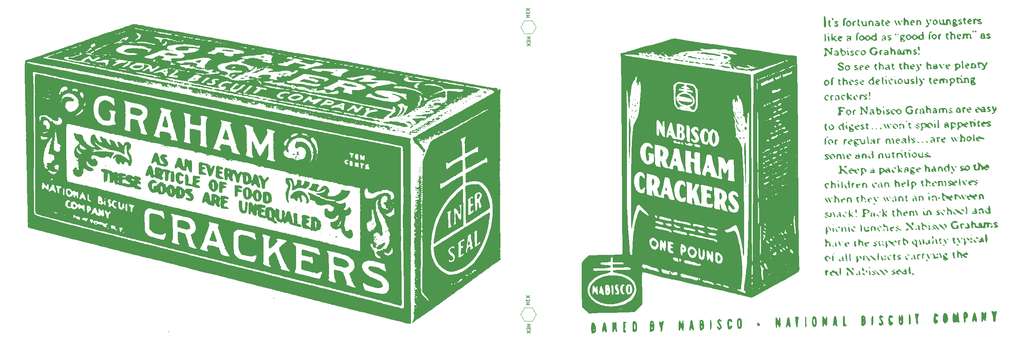
<source format=gbr>
%TF.GenerationSoftware,KiCad,Pcbnew,(7.0.0)*%
%TF.CreationDate,2024-02-09T22:05:53+01:00*%
%TF.ProjectId,graham cracker,67726168-616d-4206-9372-61636b65722e,rev?*%
%TF.SameCoordinates,Original*%
%TF.FileFunction,Legend,Top*%
%TF.FilePolarity,Positive*%
%FSLAX46Y46*%
G04 Gerber Fmt 4.6, Leading zero omitted, Abs format (unit mm)*
G04 Created by KiCad (PCBNEW (7.0.0)) date 2024-02-09 22:05:53*
%MOMM*%
%LPD*%
G01*
G04 APERTURE LIST*
%ADD10C,0.150000*%
%ADD11C,0.120000*%
G04 APERTURE END LIST*
D10*
%TO.C,MB5*%
X140624845Y-96684821D02*
X141424845Y-96684821D01*
X141043892Y-96684821D02*
X141043892Y-97141964D01*
X140624845Y-97141964D02*
X141424845Y-97141964D01*
X141043892Y-97522916D02*
X141043892Y-97789582D01*
X140624845Y-97903868D02*
X140624845Y-97522916D01*
X140624845Y-97522916D02*
X141424845Y-97522916D01*
X141424845Y-97522916D02*
X141424845Y-97903868D01*
X141424845Y-98170535D02*
X140624845Y-98703869D01*
X141424845Y-98703869D02*
X140624845Y-98170535D01*
X141212654Y-92227678D02*
X140412654Y-92227678D01*
X140793607Y-92227678D02*
X140793607Y-91770535D01*
X141212654Y-91770535D02*
X140412654Y-91770535D01*
X140793607Y-91389583D02*
X140793607Y-91122917D01*
X141212654Y-91008631D02*
X141212654Y-91389583D01*
X141212654Y-91389583D02*
X140412654Y-91389583D01*
X140412654Y-91389583D02*
X140412654Y-91008631D01*
X140412654Y-90741964D02*
X141212654Y-90208630D01*
X140412654Y-90208630D02*
X141212654Y-90741964D01*
X141212654Y-27140178D02*
X140412654Y-27140178D01*
X140793607Y-27140178D02*
X140793607Y-26683035D01*
X141212654Y-26683035D02*
X140412654Y-26683035D01*
X140793607Y-26302083D02*
X140793607Y-26035417D01*
X141212654Y-25921131D02*
X141212654Y-26302083D01*
X141212654Y-26302083D02*
X140412654Y-26302083D01*
X140412654Y-26302083D02*
X140412654Y-25921131D01*
X140412654Y-25654464D02*
X141212654Y-25121130D01*
X140412654Y-25121130D02*
X141212654Y-25654464D01*
X140624845Y-31597321D02*
X141424845Y-31597321D01*
X141043892Y-31597321D02*
X141043892Y-32054464D01*
X140624845Y-32054464D02*
X141424845Y-32054464D01*
X141043892Y-32435416D02*
X141043892Y-32702082D01*
X140624845Y-32816368D02*
X140624845Y-32435416D01*
X140624845Y-32435416D02*
X141424845Y-32435416D01*
X141424845Y-32435416D02*
X141424845Y-32816368D01*
X141424845Y-33083035D02*
X140624845Y-33616369D01*
X141424845Y-33616369D02*
X140624845Y-33083035D01*
%TO.C,G\u002A\u002A\u002A*%
G36*
X32871834Y-59277250D02*
G01*
X32829500Y-59319584D01*
X32787167Y-59277250D01*
X32829500Y-59234917D01*
X32871834Y-59277250D01*
G37*
G36*
X33125834Y-59531250D02*
G01*
X33083500Y-59573584D01*
X33041167Y-59531250D01*
X33083500Y-59488917D01*
X33125834Y-59531250D01*
G37*
G36*
X33295167Y-65965917D02*
G01*
X33252834Y-66008250D01*
X33210500Y-65965917D01*
X33252834Y-65923584D01*
X33295167Y-65965917D01*
G37*
G36*
X33803167Y-56906584D02*
G01*
X33760834Y-56948917D01*
X33718500Y-56906584D01*
X33760834Y-56864250D01*
X33803167Y-56906584D01*
G37*
G36*
X34226500Y-55890584D02*
G01*
X34184167Y-55932917D01*
X34141834Y-55890584D01*
X34184167Y-55848250D01*
X34226500Y-55890584D01*
G37*
G36*
X36766500Y-44629917D02*
G01*
X36724167Y-44672250D01*
X36681834Y-44629917D01*
X36724167Y-44587584D01*
X36766500Y-44629917D01*
G37*
G36*
X36851167Y-53435250D02*
G01*
X36808834Y-53477584D01*
X36766500Y-53435250D01*
X36808834Y-53392917D01*
X36851167Y-53435250D01*
G37*
G36*
X36935834Y-47508584D02*
G01*
X36893500Y-47550917D01*
X36851167Y-47508584D01*
X36893500Y-47466250D01*
X36935834Y-47508584D01*
G37*
G36*
X37189834Y-46831250D02*
G01*
X37147500Y-46873584D01*
X37105167Y-46831250D01*
X37147500Y-46788917D01*
X37189834Y-46831250D01*
G37*
G36*
X39137167Y-72485250D02*
G01*
X39094834Y-72527584D01*
X39052500Y-72485250D01*
X39094834Y-72442917D01*
X39137167Y-72485250D01*
G37*
G36*
X41507834Y-54281917D02*
G01*
X41465500Y-54324250D01*
X41423167Y-54281917D01*
X41465500Y-54239584D01*
X41507834Y-54281917D01*
G37*
G36*
X42608500Y-63595250D02*
G01*
X42566167Y-63637584D01*
X42523834Y-63595250D01*
X42566167Y-63552917D01*
X42608500Y-63595250D01*
G37*
G36*
X44217167Y-73839917D02*
G01*
X44174834Y-73882250D01*
X44132500Y-73839917D01*
X44174834Y-73797584D01*
X44217167Y-73839917D01*
G37*
G36*
X44471167Y-60293250D02*
G01*
X44428834Y-60335584D01*
X44386500Y-60293250D01*
X44428834Y-60250917D01*
X44471167Y-60293250D01*
G37*
G36*
X44471167Y-61224584D02*
G01*
X44428834Y-61266917D01*
X44386500Y-61224584D01*
X44428834Y-61182250D01*
X44471167Y-61224584D01*
G37*
G36*
X48789167Y-61139917D02*
G01*
X48746834Y-61182250D01*
X48704500Y-61139917D01*
X48746834Y-61097584D01*
X48789167Y-61139917D01*
G37*
G36*
X49635834Y-61139917D02*
G01*
X49593500Y-61182250D01*
X49551167Y-61139917D01*
X49593500Y-61097584D01*
X49635834Y-61139917D01*
G37*
G36*
X52768500Y-30913917D02*
G01*
X52726167Y-30956250D01*
X52683834Y-30913917D01*
X52726167Y-30871584D01*
X52768500Y-30913917D01*
G37*
G36*
X52768500Y-59531250D02*
G01*
X52726167Y-59573584D01*
X52683834Y-59531250D01*
X52726167Y-59488917D01*
X52768500Y-59531250D01*
G37*
G36*
X53022500Y-31591250D02*
G01*
X52980167Y-31633584D01*
X52937834Y-31591250D01*
X52980167Y-31548917D01*
X53022500Y-31591250D01*
G37*
G36*
X53699834Y-60039250D02*
G01*
X53657500Y-60081584D01*
X53615167Y-60039250D01*
X53657500Y-59996917D01*
X53699834Y-60039250D01*
G37*
G36*
X54292500Y-42089917D02*
G01*
X54250167Y-42132250D01*
X54207834Y-42089917D01*
X54250167Y-42047584D01*
X54292500Y-42089917D01*
G37*
G36*
X55477834Y-55805917D02*
G01*
X55435500Y-55848250D01*
X55393167Y-55805917D01*
X55435500Y-55763584D01*
X55477834Y-55805917D01*
G37*
G36*
X57255834Y-42682584D02*
G01*
X57213500Y-42724917D01*
X57171167Y-42682584D01*
X57213500Y-42640250D01*
X57255834Y-42682584D01*
G37*
G36*
X58779834Y-39973250D02*
G01*
X58737500Y-40015584D01*
X58695167Y-39973250D01*
X58737500Y-39930917D01*
X58779834Y-39973250D01*
G37*
G36*
X60303834Y-43275250D02*
G01*
X60261500Y-43317584D01*
X60219167Y-43275250D01*
X60261500Y-43232917D01*
X60303834Y-43275250D01*
G37*
G36*
X60727167Y-43275250D02*
G01*
X60684834Y-43317584D01*
X60642500Y-43275250D01*
X60684834Y-43232917D01*
X60727167Y-43275250D01*
G37*
G36*
X60727167Y-56652584D02*
G01*
X60684834Y-56694917D01*
X60642500Y-56652584D01*
X60684834Y-56610250D01*
X60727167Y-56652584D01*
G37*
G36*
X61658500Y-57075917D02*
G01*
X61616167Y-57118250D01*
X61573834Y-57075917D01*
X61616167Y-57033584D01*
X61658500Y-57075917D01*
G37*
G36*
X61997167Y-43105917D02*
G01*
X61954834Y-43148250D01*
X61912500Y-43105917D01*
X61954834Y-43063584D01*
X61997167Y-43105917D01*
G37*
G36*
X62843834Y-43529250D02*
G01*
X62801500Y-43571584D01*
X62759167Y-43529250D01*
X62801500Y-43486917D01*
X62843834Y-43529250D01*
G37*
G36*
X63351834Y-43952584D02*
G01*
X63309500Y-43994917D01*
X63267167Y-43952584D01*
X63309500Y-43910250D01*
X63351834Y-43952584D01*
G37*
G36*
X64621834Y-44121917D02*
G01*
X64579500Y-44164250D01*
X64537167Y-44121917D01*
X64579500Y-44079584D01*
X64621834Y-44121917D01*
G37*
G36*
X67839167Y-44545250D02*
G01*
X67796834Y-44587584D01*
X67754500Y-44545250D01*
X67796834Y-44502917D01*
X67839167Y-44545250D01*
G37*
G36*
X68770500Y-44968584D02*
G01*
X68728167Y-45010917D01*
X68685834Y-44968584D01*
X68728167Y-44926250D01*
X68770500Y-44968584D01*
G37*
G36*
X69447834Y-58599917D02*
G01*
X69405500Y-58642250D01*
X69363167Y-58599917D01*
X69405500Y-58557584D01*
X69447834Y-58599917D01*
G37*
G36*
X69701834Y-58853917D02*
G01*
X69659500Y-58896250D01*
X69617167Y-58853917D01*
X69659500Y-58811584D01*
X69701834Y-58853917D01*
G37*
G36*
X70209834Y-58853917D02*
G01*
X70167500Y-58896250D01*
X70125167Y-58853917D01*
X70167500Y-58811584D01*
X70209834Y-58853917D01*
G37*
G36*
X70463834Y-59023250D02*
G01*
X70421500Y-59065584D01*
X70379167Y-59023250D01*
X70421500Y-58980917D01*
X70463834Y-59023250D01*
G37*
G36*
X71141167Y-42682584D02*
G01*
X71098834Y-42724917D01*
X71056500Y-42682584D01*
X71098834Y-42640250D01*
X71141167Y-42682584D01*
G37*
G36*
X71141167Y-60716584D02*
G01*
X71098834Y-60758917D01*
X71056500Y-60716584D01*
X71098834Y-60674250D01*
X71141167Y-60716584D01*
G37*
G36*
X71903167Y-45645917D02*
G01*
X71860834Y-45688250D01*
X71818500Y-45645917D01*
X71860834Y-45603584D01*
X71903167Y-45645917D01*
G37*
G36*
X72834500Y-45730584D02*
G01*
X72792167Y-45772917D01*
X72749834Y-45730584D01*
X72792167Y-45688250D01*
X72834500Y-45730584D01*
G37*
G36*
X73173167Y-39634584D02*
G01*
X73130834Y-39676917D01*
X73088500Y-39634584D01*
X73130834Y-39592250D01*
X73173167Y-39634584D01*
G37*
G36*
X73511834Y-59700584D02*
G01*
X73469500Y-59742917D01*
X73427167Y-59700584D01*
X73469500Y-59658250D01*
X73511834Y-59700584D01*
G37*
G36*
X77745167Y-46746584D02*
G01*
X77702834Y-46788917D01*
X77660500Y-46746584D01*
X77702834Y-46704250D01*
X77745167Y-46746584D01*
G37*
G36*
X79692500Y-47169917D02*
G01*
X79650167Y-47212250D01*
X79607834Y-47169917D01*
X79650167Y-47127584D01*
X79692500Y-47169917D01*
G37*
G36*
X80115834Y-46746584D02*
G01*
X80073500Y-46788917D01*
X80031167Y-46746584D01*
X80073500Y-46704250D01*
X80115834Y-46746584D01*
G37*
G36*
X81301167Y-47423917D02*
G01*
X81258834Y-47466250D01*
X81216500Y-47423917D01*
X81258834Y-47381584D01*
X81301167Y-47423917D01*
G37*
G36*
X82740500Y-41920584D02*
G01*
X82698167Y-41962917D01*
X82655834Y-41920584D01*
X82698167Y-41878250D01*
X82740500Y-41920584D01*
G37*
G36*
X84349167Y-40227250D02*
G01*
X84306834Y-40269584D01*
X84264500Y-40227250D01*
X84306834Y-40184917D01*
X84349167Y-40227250D01*
G37*
G36*
X87143167Y-58176584D02*
G01*
X87100834Y-58218917D01*
X87058500Y-58176584D01*
X87100834Y-58134250D01*
X87143167Y-58176584D01*
G37*
G36*
X87397167Y-58345917D02*
G01*
X87354834Y-58388250D01*
X87312500Y-58345917D01*
X87354834Y-58303584D01*
X87397167Y-58345917D01*
G37*
G36*
X88413167Y-64018584D02*
G01*
X88370834Y-64060917D01*
X88328500Y-64018584D01*
X88370834Y-63976250D01*
X88413167Y-64018584D01*
G37*
G36*
X88497834Y-57245250D02*
G01*
X88455500Y-57287584D01*
X88413167Y-57245250D01*
X88455500Y-57202917D01*
X88497834Y-57245250D01*
G37*
G36*
X89005834Y-54874584D02*
G01*
X88963500Y-54916917D01*
X88921167Y-54874584D01*
X88963500Y-54832250D01*
X89005834Y-54874584D01*
G37*
G36*
X90953167Y-75533250D02*
G01*
X90910834Y-75575584D01*
X90868500Y-75533250D01*
X90910834Y-75490917D01*
X90953167Y-75533250D01*
G37*
G36*
X92053834Y-55043917D02*
G01*
X92011500Y-55086250D01*
X91969167Y-55043917D01*
X92011500Y-55001584D01*
X92053834Y-55043917D01*
G37*
G36*
X92561834Y-76295250D02*
G01*
X92519500Y-76337584D01*
X92477167Y-76295250D01*
X92519500Y-76252917D01*
X92561834Y-76295250D01*
G37*
G36*
X94085834Y-71553917D02*
G01*
X94043500Y-71596250D01*
X94001167Y-71553917D01*
X94043500Y-71511584D01*
X94085834Y-71553917D01*
G37*
G36*
X94255167Y-43867917D02*
G01*
X94212834Y-43910250D01*
X94170500Y-43867917D01*
X94212834Y-43825584D01*
X94255167Y-43867917D01*
G37*
G36*
X94255167Y-76972584D02*
G01*
X94212834Y-77014917D01*
X94170500Y-76972584D01*
X94212834Y-76930250D01*
X94255167Y-76972584D01*
G37*
G36*
X94509167Y-76718584D02*
G01*
X94466834Y-76760917D01*
X94424500Y-76718584D01*
X94466834Y-76676250D01*
X94509167Y-76718584D01*
G37*
G36*
X94932500Y-75871917D02*
G01*
X94890167Y-75914250D01*
X94847834Y-75871917D01*
X94890167Y-75829584D01*
X94932500Y-75871917D01*
G37*
G36*
X95186500Y-75109917D02*
G01*
X95144167Y-75152250D01*
X95101834Y-75109917D01*
X95144167Y-75067584D01*
X95186500Y-75109917D01*
G37*
G36*
X95440500Y-75363917D02*
G01*
X95398167Y-75406250D01*
X95355834Y-75363917D01*
X95398167Y-75321584D01*
X95440500Y-75363917D01*
G37*
G36*
X95609834Y-75109917D02*
G01*
X95567500Y-75152250D01*
X95525167Y-75109917D01*
X95567500Y-75067584D01*
X95609834Y-75109917D01*
G37*
G36*
X95609834Y-76464584D02*
G01*
X95567500Y-76506917D01*
X95525167Y-76464584D01*
X95567500Y-76422250D01*
X95609834Y-76464584D01*
G37*
G36*
X95609834Y-76887917D02*
G01*
X95567500Y-76930250D01*
X95525167Y-76887917D01*
X95567500Y-76845584D01*
X95609834Y-76887917D01*
G37*
G36*
X97049167Y-76972584D02*
G01*
X97006834Y-77014917D01*
X96964500Y-76972584D01*
X97006834Y-76930250D01*
X97049167Y-76972584D01*
G37*
G36*
X98234500Y-76295250D02*
G01*
X98192167Y-76337584D01*
X98149834Y-76295250D01*
X98192167Y-76252917D01*
X98234500Y-76295250D01*
G37*
G36*
X98657834Y-77141917D02*
G01*
X98615500Y-77184250D01*
X98573167Y-77141917D01*
X98615500Y-77099584D01*
X98657834Y-77141917D01*
G37*
G36*
X99504500Y-48778584D02*
G01*
X99462167Y-48820917D01*
X99419834Y-48778584D01*
X99462167Y-48736250D01*
X99504500Y-48778584D01*
G37*
G36*
X101197834Y-51403250D02*
G01*
X101155500Y-51445584D01*
X101113167Y-51403250D01*
X101155500Y-51360917D01*
X101197834Y-51403250D01*
G37*
G36*
X101621167Y-47677917D02*
G01*
X101578834Y-47720250D01*
X101536500Y-47677917D01*
X101578834Y-47635584D01*
X101621167Y-47677917D01*
G37*
G36*
X104499834Y-67489917D02*
G01*
X104457500Y-67532250D01*
X104415167Y-67489917D01*
X104457500Y-67447584D01*
X104499834Y-67489917D01*
G37*
G36*
X104669167Y-60801250D02*
G01*
X104626834Y-60843584D01*
X104584500Y-60801250D01*
X104626834Y-60758917D01*
X104669167Y-60801250D01*
G37*
G36*
X104838500Y-74263250D02*
G01*
X104796167Y-74305584D01*
X104753834Y-74263250D01*
X104796167Y-74220917D01*
X104838500Y-74263250D01*
G37*
G36*
X104923167Y-67489917D02*
G01*
X104880834Y-67532250D01*
X104838500Y-67489917D01*
X104880834Y-67447584D01*
X104923167Y-67489917D01*
G37*
G36*
X105007834Y-75448584D02*
G01*
X104965500Y-75490917D01*
X104923167Y-75448584D01*
X104965500Y-75406250D01*
X105007834Y-75448584D01*
G37*
G36*
X105177167Y-67320584D02*
G01*
X105134834Y-67362917D01*
X105092500Y-67320584D01*
X105134834Y-67278250D01*
X105177167Y-67320584D01*
G37*
G36*
X105769834Y-74686584D02*
G01*
X105727500Y-74728917D01*
X105685167Y-74686584D01*
X105727500Y-74644250D01*
X105769834Y-74686584D01*
G37*
G36*
X105939167Y-73077917D02*
G01*
X105896834Y-73120250D01*
X105854500Y-73077917D01*
X105896834Y-73035584D01*
X105939167Y-73077917D01*
G37*
G36*
X106447167Y-67489917D02*
G01*
X106404834Y-67532250D01*
X106362500Y-67489917D01*
X106404834Y-67447584D01*
X106447167Y-67489917D01*
G37*
G36*
X106531834Y-80105250D02*
G01*
X106489500Y-80147584D01*
X106447167Y-80105250D01*
X106489500Y-80062917D01*
X106531834Y-80105250D01*
G37*
G36*
X106701167Y-52080584D02*
G01*
X106658834Y-52122917D01*
X106616500Y-52080584D01*
X106658834Y-52038250D01*
X106701167Y-52080584D01*
G37*
G36*
X106785834Y-66981917D02*
G01*
X106743500Y-67024250D01*
X106701167Y-66981917D01*
X106743500Y-66939584D01*
X106785834Y-66981917D01*
G37*
G36*
X106785834Y-78919917D02*
G01*
X106743500Y-78962250D01*
X106701167Y-78919917D01*
X106743500Y-78877584D01*
X106785834Y-78919917D01*
G37*
G36*
X106785834Y-81205917D02*
G01*
X106743500Y-81248250D01*
X106701167Y-81205917D01*
X106743500Y-81163584D01*
X106785834Y-81205917D01*
G37*
G36*
X106870500Y-70707250D02*
G01*
X106828167Y-70749584D01*
X106785834Y-70707250D01*
X106828167Y-70664917D01*
X106870500Y-70707250D01*
G37*
G36*
X106955167Y-78157917D02*
G01*
X106912834Y-78200250D01*
X106870500Y-78157917D01*
X106912834Y-78115584D01*
X106955167Y-78157917D01*
G37*
G36*
X107209167Y-79851250D02*
G01*
X107166834Y-79893584D01*
X107124500Y-79851250D01*
X107166834Y-79808917D01*
X107209167Y-79851250D01*
G37*
G36*
X107632500Y-77480584D02*
G01*
X107590167Y-77522917D01*
X107547834Y-77480584D01*
X107590167Y-77438250D01*
X107632500Y-77480584D01*
G37*
G36*
X107886500Y-78157917D02*
G01*
X107844167Y-78200250D01*
X107801834Y-78157917D01*
X107844167Y-78115584D01*
X107886500Y-78157917D01*
G37*
G36*
X108055834Y-70029917D02*
G01*
X108013500Y-70072250D01*
X107971167Y-70029917D01*
X108013500Y-69987584D01*
X108055834Y-70029917D01*
G37*
G36*
X108055834Y-74686584D02*
G01*
X108013500Y-74728917D01*
X107971167Y-74686584D01*
X108013500Y-74644250D01*
X108055834Y-74686584D01*
G37*
G36*
X108309834Y-75871917D02*
G01*
X108267500Y-75914250D01*
X108225167Y-75871917D01*
X108267500Y-75829584D01*
X108309834Y-75871917D01*
G37*
G36*
X108394500Y-75363917D02*
G01*
X108352167Y-75406250D01*
X108309834Y-75363917D01*
X108352167Y-75321584D01*
X108394500Y-75363917D01*
G37*
G36*
X108563834Y-76972584D02*
G01*
X108521500Y-77014917D01*
X108479167Y-76972584D01*
X108521500Y-76930250D01*
X108563834Y-76972584D01*
G37*
G36*
X108817834Y-68251917D02*
G01*
X108775500Y-68294250D01*
X108733167Y-68251917D01*
X108775500Y-68209584D01*
X108817834Y-68251917D01*
G37*
G36*
X109325834Y-75871917D02*
G01*
X109283500Y-75914250D01*
X109241167Y-75871917D01*
X109283500Y-75829584D01*
X109325834Y-75871917D01*
G37*
G36*
X110341834Y-68082584D02*
G01*
X110299500Y-68124917D01*
X110257167Y-68082584D01*
X110299500Y-68040250D01*
X110341834Y-68082584D01*
G37*
G36*
X110849834Y-52419250D02*
G01*
X110807500Y-52461584D01*
X110765167Y-52419250D01*
X110807500Y-52376917D01*
X110849834Y-52419250D01*
G37*
G36*
X111103834Y-52673250D02*
G01*
X111061500Y-52715584D01*
X111019167Y-52673250D01*
X111061500Y-52630917D01*
X111103834Y-52673250D01*
G37*
G36*
X112966500Y-49879250D02*
G01*
X112924167Y-49921584D01*
X112881834Y-49879250D01*
X112924167Y-49836917D01*
X112966500Y-49879250D01*
G37*
G36*
X113220500Y-52842584D02*
G01*
X113178167Y-52884917D01*
X113135834Y-52842584D01*
X113178167Y-52800250D01*
X113220500Y-52842584D01*
G37*
G36*
X113389834Y-49371250D02*
G01*
X113347500Y-49413584D01*
X113305167Y-49371250D01*
X113347500Y-49328917D01*
X113389834Y-49371250D01*
G37*
G36*
X113897834Y-52080584D02*
G01*
X113855500Y-52122917D01*
X113813167Y-52080584D01*
X113855500Y-52038250D01*
X113897834Y-52080584D01*
G37*
G36*
X114575167Y-48693917D02*
G01*
X114532834Y-48736250D01*
X114490500Y-48693917D01*
X114532834Y-48651584D01*
X114575167Y-48693917D01*
G37*
G36*
X115083167Y-49032584D02*
G01*
X115040834Y-49074917D01*
X114998500Y-49032584D01*
X115040834Y-48990250D01*
X115083167Y-49032584D01*
G37*
G36*
X115083167Y-70368584D02*
G01*
X115040834Y-70410917D01*
X114998500Y-70368584D01*
X115040834Y-70326250D01*
X115083167Y-70368584D01*
G37*
G36*
X115167834Y-73162584D02*
G01*
X115125500Y-73204917D01*
X115083167Y-73162584D01*
X115125500Y-73120250D01*
X115167834Y-73162584D01*
G37*
G36*
X115252500Y-61647917D02*
G01*
X115210167Y-61690250D01*
X115167834Y-61647917D01*
X115210167Y-61605584D01*
X115252500Y-61647917D01*
G37*
G36*
X115252500Y-66812584D02*
G01*
X115210167Y-66854917D01*
X115167834Y-66812584D01*
X115210167Y-66770250D01*
X115252500Y-66812584D01*
G37*
G36*
X115337167Y-55890584D02*
G01*
X115294834Y-55932917D01*
X115252500Y-55890584D01*
X115294834Y-55848250D01*
X115337167Y-55890584D01*
G37*
G36*
X115337167Y-63679917D02*
G01*
X115294834Y-63722250D01*
X115252500Y-63679917D01*
X115294834Y-63637584D01*
X115337167Y-63679917D01*
G37*
G36*
X115506500Y-65203917D02*
G01*
X115464167Y-65246250D01*
X115421834Y-65203917D01*
X115464167Y-65161584D01*
X115506500Y-65203917D01*
G37*
G36*
X115506500Y-67574584D02*
G01*
X115464167Y-67616917D01*
X115421834Y-67574584D01*
X115464167Y-67532250D01*
X115506500Y-67574584D01*
G37*
G36*
X115591167Y-48270584D02*
G01*
X115548834Y-48312917D01*
X115506500Y-48270584D01*
X115548834Y-48228250D01*
X115591167Y-48270584D01*
G37*
G36*
X115760500Y-68251917D02*
G01*
X115718167Y-68294250D01*
X115675834Y-68251917D01*
X115718167Y-68209584D01*
X115760500Y-68251917D01*
G37*
G36*
X116437834Y-49032584D02*
G01*
X116395500Y-49074917D01*
X116353167Y-49032584D01*
X116395500Y-48990250D01*
X116437834Y-49032584D01*
G37*
G36*
X116691834Y-85777917D02*
G01*
X116649500Y-85820250D01*
X116607167Y-85777917D01*
X116649500Y-85735584D01*
X116691834Y-85777917D01*
G37*
G36*
X116861167Y-72908584D02*
G01*
X116818834Y-72950917D01*
X116776500Y-72908584D01*
X116818834Y-72866250D01*
X116861167Y-72908584D01*
G37*
G36*
X117115167Y-58853917D02*
G01*
X117072834Y-58896250D01*
X117030500Y-58853917D01*
X117072834Y-58811584D01*
X117115167Y-58853917D01*
G37*
G36*
X117199834Y-48355250D02*
G01*
X117157500Y-48397584D01*
X117115167Y-48355250D01*
X117157500Y-48312917D01*
X117199834Y-48355250D01*
G37*
G36*
X117199834Y-50725917D02*
G01*
X117157500Y-50768250D01*
X117115167Y-50725917D01*
X117157500Y-50683584D01*
X117199834Y-50725917D01*
G37*
G36*
X117199834Y-51233917D02*
G01*
X117157500Y-51276250D01*
X117115167Y-51233917D01*
X117157500Y-51191584D01*
X117199834Y-51233917D01*
G37*
G36*
X117538500Y-48778584D02*
G01*
X117496167Y-48820917D01*
X117453834Y-48778584D01*
X117496167Y-48736250D01*
X117538500Y-48778584D01*
G37*
G36*
X118046500Y-47000584D02*
G01*
X118004167Y-47042917D01*
X117961834Y-47000584D01*
X118004167Y-46958250D01*
X118046500Y-47000584D01*
G37*
G36*
X118215834Y-46577250D02*
G01*
X118173500Y-46619584D01*
X118131167Y-46577250D01*
X118173500Y-46534917D01*
X118215834Y-46577250D01*
G37*
G36*
X118215834Y-55382584D02*
G01*
X118173500Y-55424917D01*
X118131167Y-55382584D01*
X118173500Y-55340250D01*
X118215834Y-55382584D01*
G37*
G36*
X118215834Y-55805917D02*
G01*
X118173500Y-55848250D01*
X118131167Y-55805917D01*
X118173500Y-55763584D01*
X118215834Y-55805917D01*
G37*
G36*
X118554500Y-46492584D02*
G01*
X118512167Y-46534917D01*
X118469834Y-46492584D01*
X118512167Y-46450250D01*
X118554500Y-46492584D01*
G37*
G36*
X118639167Y-54874584D02*
G01*
X118596834Y-54916917D01*
X118554500Y-54874584D01*
X118596834Y-54832250D01*
X118639167Y-54874584D01*
G37*
G36*
X119316500Y-48524584D02*
G01*
X119274167Y-48566917D01*
X119231834Y-48524584D01*
X119274167Y-48482250D01*
X119316500Y-48524584D01*
G37*
G36*
X119655167Y-54366584D02*
G01*
X119612834Y-54408917D01*
X119570500Y-54366584D01*
X119612834Y-54324250D01*
X119655167Y-54366584D01*
G37*
G36*
X119824500Y-54197250D02*
G01*
X119782167Y-54239584D01*
X119739834Y-54197250D01*
X119782167Y-54154917D01*
X119824500Y-54197250D01*
G37*
G36*
X120925167Y-49709917D02*
G01*
X120882834Y-49752250D01*
X120840500Y-49709917D01*
X120882834Y-49667584D01*
X120925167Y-49709917D01*
G37*
G36*
X121856500Y-49201917D02*
G01*
X121814167Y-49244250D01*
X121771834Y-49201917D01*
X121814167Y-49159584D01*
X121856500Y-49201917D01*
G37*
G36*
X122025834Y-49371250D02*
G01*
X121983500Y-49413584D01*
X121941167Y-49371250D01*
X121983500Y-49328917D01*
X122025834Y-49371250D01*
G37*
G36*
X122279834Y-49201917D02*
G01*
X122237500Y-49244250D01*
X122195167Y-49201917D01*
X122237500Y-49159584D01*
X122279834Y-49201917D01*
G37*
G36*
X122787834Y-49201917D02*
G01*
X122745500Y-49244250D01*
X122703167Y-49201917D01*
X122745500Y-49159584D01*
X122787834Y-49201917D01*
G37*
G36*
X122957167Y-48439917D02*
G01*
X122914834Y-48482250D01*
X122872500Y-48439917D01*
X122914834Y-48397584D01*
X122957167Y-48439917D01*
G37*
G36*
X123719167Y-48270584D02*
G01*
X123676834Y-48312917D01*
X123634500Y-48270584D01*
X123676834Y-48228250D01*
X123719167Y-48270584D01*
G37*
G36*
X123973167Y-47000584D02*
G01*
X123930834Y-47042917D01*
X123888500Y-47000584D01*
X123930834Y-46958250D01*
X123973167Y-47000584D01*
G37*
G36*
X123973167Y-48016584D02*
G01*
X123930834Y-48058917D01*
X123888500Y-48016584D01*
X123930834Y-47974250D01*
X123973167Y-48016584D01*
G37*
G36*
X124396500Y-46577250D02*
G01*
X124354167Y-46619584D01*
X124311834Y-46577250D01*
X124354167Y-46534917D01*
X124396500Y-46577250D01*
G37*
G36*
X124396500Y-47931917D02*
G01*
X124354167Y-47974250D01*
X124311834Y-47931917D01*
X124354167Y-47889584D01*
X124396500Y-47931917D01*
G37*
G36*
X124650500Y-47339250D02*
G01*
X124608167Y-47381584D01*
X124565834Y-47339250D01*
X124608167Y-47296917D01*
X124650500Y-47339250D01*
G37*
G36*
X125835834Y-47000584D02*
G01*
X125793500Y-47042917D01*
X125751167Y-47000584D01*
X125793500Y-46958250D01*
X125835834Y-47000584D01*
G37*
G36*
X126767167Y-46577250D02*
G01*
X126724834Y-46619584D01*
X126682500Y-46577250D01*
X126724834Y-46534917D01*
X126767167Y-46577250D01*
G37*
G36*
X127952500Y-45899917D02*
G01*
X127910167Y-45942250D01*
X127867834Y-45899917D01*
X127910167Y-45857584D01*
X127952500Y-45899917D01*
G37*
G36*
X128375834Y-44460584D02*
G01*
X128333500Y-44502917D01*
X128291167Y-44460584D01*
X128333500Y-44418250D01*
X128375834Y-44460584D01*
G37*
G36*
X128629834Y-45137917D02*
G01*
X128587500Y-45180250D01*
X128545167Y-45137917D01*
X128587500Y-45095584D01*
X128629834Y-45137917D01*
G37*
G36*
X128629834Y-46069250D02*
G01*
X128587500Y-46111584D01*
X128545167Y-46069250D01*
X128587500Y-46026917D01*
X128629834Y-46069250D01*
G37*
G36*
X128883834Y-45815250D02*
G01*
X128841500Y-45857584D01*
X128799167Y-45815250D01*
X128841500Y-45772917D01*
X128883834Y-45815250D01*
G37*
G36*
X129307167Y-45307250D02*
G01*
X129264834Y-45349584D01*
X129222500Y-45307250D01*
X129264834Y-45264917D01*
X129307167Y-45307250D01*
G37*
G36*
X129476500Y-44206584D02*
G01*
X129434167Y-44248917D01*
X129391834Y-44206584D01*
X129434167Y-44164250D01*
X129476500Y-44206584D01*
G37*
G36*
X130492500Y-44206584D02*
G01*
X130450167Y-44248917D01*
X130407834Y-44206584D01*
X130450167Y-44164250D01*
X130492500Y-44206584D01*
G37*
G36*
X31404278Y-54521806D02*
G01*
X31392656Y-54572140D01*
X31347834Y-54578250D01*
X31278143Y-54547272D01*
X31291389Y-54521806D01*
X31391869Y-54511673D01*
X31404278Y-54521806D01*
G37*
G36*
X31742945Y-60787139D02*
G01*
X31753078Y-60887619D01*
X31742945Y-60900028D01*
X31692610Y-60888406D01*
X31686500Y-60843584D01*
X31717478Y-60773893D01*
X31742945Y-60787139D01*
G37*
G36*
X31996945Y-59601806D02*
G01*
X31985322Y-59652140D01*
X31940500Y-59658250D01*
X31870810Y-59627272D01*
X31884056Y-59601806D01*
X31984535Y-59591673D01*
X31996945Y-59601806D01*
G37*
G36*
X38516278Y-59178472D02*
G01*
X38526411Y-59278952D01*
X38516278Y-59291361D01*
X38465944Y-59279739D01*
X38459834Y-59234917D01*
X38490812Y-59165227D01*
X38516278Y-59178472D01*
G37*
G36*
X41733611Y-35471806D02*
G01*
X41721989Y-35522140D01*
X41677167Y-35528250D01*
X41607477Y-35497272D01*
X41620722Y-35471806D01*
X41721202Y-35461673D01*
X41733611Y-35471806D01*
G37*
G36*
X41733611Y-55791806D02*
G01*
X41743744Y-55892285D01*
X41733611Y-55904695D01*
X41683277Y-55893072D01*
X41677167Y-55848250D01*
X41708145Y-55778560D01*
X41733611Y-55791806D01*
G37*
G36*
X57396945Y-42329806D02*
G01*
X57407078Y-42430285D01*
X57396945Y-42442695D01*
X57346610Y-42431072D01*
X57340500Y-42386250D01*
X57371478Y-42316560D01*
X57396945Y-42329806D01*
G37*
G36*
X57904945Y-42753139D02*
G01*
X57915078Y-42853619D01*
X57904945Y-42866028D01*
X57854610Y-42854406D01*
X57848500Y-42809584D01*
X57879478Y-42739893D01*
X57904945Y-42753139D01*
G37*
G36*
X60444945Y-43007139D02*
G01*
X60455078Y-43107619D01*
X60444945Y-43120028D01*
X60394610Y-43108406D01*
X60388500Y-43063584D01*
X60419478Y-42993893D01*
X60444945Y-43007139D01*
G37*
G36*
X60952945Y-43430472D02*
G01*
X60963078Y-43530952D01*
X60952945Y-43543361D01*
X60902610Y-43531739D01*
X60896500Y-43486917D01*
X60927478Y-43417227D01*
X60952945Y-43430472D01*
G37*
G36*
X61122278Y-43261139D02*
G01*
X61110656Y-43311473D01*
X61065834Y-43317584D01*
X60996143Y-43286605D01*
X61009389Y-43261139D01*
X61109869Y-43251006D01*
X61122278Y-43261139D01*
G37*
G36*
X62228236Y-43266431D02*
G01*
X62202985Y-43304913D01*
X62117111Y-43310899D01*
X62026769Y-43290222D01*
X62065959Y-43259747D01*
X62198282Y-43249653D01*
X62228236Y-43266431D01*
G37*
G36*
X62307611Y-43430472D02*
G01*
X62317744Y-43530952D01*
X62307611Y-43543361D01*
X62257277Y-43531739D01*
X62251167Y-43486917D01*
X62282145Y-43417227D01*
X62307611Y-43430472D01*
G37*
G36*
X64339611Y-43938472D02*
G01*
X64327989Y-43988807D01*
X64283167Y-43994917D01*
X64213477Y-43963939D01*
X64226722Y-43938472D01*
X64327202Y-43928339D01*
X64339611Y-43938472D01*
G37*
G36*
X66117611Y-40636472D02*
G01*
X66105989Y-40686807D01*
X66061167Y-40692917D01*
X65991477Y-40661939D01*
X66004722Y-40636472D01*
X66105202Y-40626339D01*
X66117611Y-40636472D01*
G37*
G36*
X68488278Y-59940472D02*
G01*
X68476656Y-59990807D01*
X68431834Y-59996917D01*
X68362143Y-59965939D01*
X68375389Y-59940472D01*
X68475869Y-59930339D01*
X68488278Y-59940472D01*
G37*
G36*
X68996278Y-44785139D02*
G01*
X69006411Y-44885619D01*
X68996278Y-44898028D01*
X68945944Y-44886406D01*
X68939834Y-44841584D01*
X68970812Y-44771893D01*
X68996278Y-44785139D01*
G37*
G36*
X72093667Y-67306844D02*
G01*
X72104303Y-67337746D01*
X71987834Y-67349548D01*
X71867638Y-67336243D01*
X71882000Y-67306844D01*
X72055342Y-67295661D01*
X72093667Y-67306844D01*
G37*
G36*
X74922945Y-45801139D02*
G01*
X74933078Y-45901619D01*
X74922945Y-45914028D01*
X74872610Y-45902406D01*
X74866500Y-45857584D01*
X74897478Y-45787893D01*
X74922945Y-45801139D01*
G37*
G36*
X75600278Y-40975139D02*
G01*
X75588656Y-41025473D01*
X75543834Y-41031584D01*
X75474143Y-41000605D01*
X75487389Y-40975139D01*
X75587869Y-40965006D01*
X75600278Y-40975139D01*
G37*
G36*
X76446945Y-36826472D02*
G01*
X76435322Y-36876807D01*
X76390500Y-36882917D01*
X76320810Y-36851939D01*
X76334056Y-36826472D01*
X76434535Y-36816339D01*
X76446945Y-36826472D01*
G37*
G36*
X76531611Y-40551806D02*
G01*
X76519989Y-40602140D01*
X76475167Y-40608250D01*
X76405477Y-40577272D01*
X76418722Y-40551806D01*
X76519202Y-40541673D01*
X76531611Y-40551806D01*
G37*
G36*
X79410278Y-46986472D02*
G01*
X79420411Y-47086952D01*
X79410278Y-47099361D01*
X79359944Y-47087739D01*
X79353834Y-47042917D01*
X79384812Y-46973227D01*
X79410278Y-46986472D01*
G37*
G36*
X80426278Y-46986472D02*
G01*
X80414656Y-47036807D01*
X80369834Y-47042917D01*
X80300143Y-47011939D01*
X80313389Y-46986472D01*
X80413869Y-46976339D01*
X80426278Y-46986472D01*
G37*
G36*
X82204278Y-42753139D02*
G01*
X82192656Y-42803473D01*
X82147834Y-42809584D01*
X82078143Y-42778605D01*
X82091389Y-42753139D01*
X82191869Y-42743006D01*
X82204278Y-42753139D01*
G37*
G36*
X89316278Y-58839806D02*
G01*
X89304656Y-58890140D01*
X89259834Y-58896250D01*
X89190143Y-58865272D01*
X89203389Y-58839806D01*
X89303869Y-58829673D01*
X89316278Y-58839806D01*
G37*
G36*
X90247611Y-58755139D02*
G01*
X90235989Y-58805473D01*
X90191167Y-58811584D01*
X90121477Y-58780605D01*
X90134722Y-58755139D01*
X90235202Y-58745006D01*
X90247611Y-58755139D01*
G37*
G36*
X90840278Y-71370472D02*
G01*
X90828656Y-71420807D01*
X90783834Y-71426917D01*
X90714143Y-71395939D01*
X90727389Y-71370472D01*
X90827869Y-71360339D01*
X90840278Y-71370472D01*
G37*
G36*
X91432945Y-76027139D02*
G01*
X91421322Y-76077473D01*
X91376500Y-76083584D01*
X91306810Y-76052605D01*
X91320056Y-76027139D01*
X91420535Y-76017006D01*
X91432945Y-76027139D01*
G37*
G36*
X91686945Y-44446472D02*
G01*
X91675322Y-44496807D01*
X91630500Y-44502917D01*
X91560810Y-44471939D01*
X91574056Y-44446472D01*
X91674535Y-44436339D01*
X91686945Y-44446472D01*
G37*
G36*
X92279611Y-49611139D02*
G01*
X92267989Y-49661473D01*
X92223167Y-49667584D01*
X92153477Y-49636605D01*
X92166722Y-49611139D01*
X92267202Y-49601006D01*
X92279611Y-49611139D01*
G37*
G36*
X92787611Y-43684472D02*
G01*
X92797744Y-43784952D01*
X92787611Y-43797361D01*
X92737277Y-43785739D01*
X92731167Y-43740917D01*
X92762145Y-43671227D01*
X92787611Y-43684472D01*
G37*
G36*
X93041611Y-44023139D02*
G01*
X93029989Y-44073473D01*
X92985167Y-44079584D01*
X92915477Y-44048605D01*
X92928722Y-44023139D01*
X93029202Y-44013006D01*
X93041611Y-44023139D01*
G37*
G36*
X94057611Y-44023139D02*
G01*
X94045989Y-44073473D01*
X94001167Y-44079584D01*
X93931477Y-44048605D01*
X93944722Y-44023139D01*
X94045202Y-44013006D01*
X94057611Y-44023139D01*
G37*
G36*
X94142278Y-72301806D02*
G01*
X94152411Y-72402285D01*
X94142278Y-72414695D01*
X94091944Y-72403072D01*
X94085834Y-72358250D01*
X94116812Y-72288560D01*
X94142278Y-72301806D01*
G37*
G36*
X94650278Y-76027139D02*
G01*
X94638656Y-76077473D01*
X94593834Y-76083584D01*
X94524143Y-76052605D01*
X94537389Y-76027139D01*
X94637869Y-76017006D01*
X94650278Y-76027139D01*
G37*
G36*
X95158278Y-76958472D02*
G01*
X95146656Y-77008807D01*
X95101834Y-77014917D01*
X95032143Y-76983939D01*
X95045389Y-76958472D01*
X95145869Y-76948339D01*
X95158278Y-76958472D01*
G37*
G36*
X99899611Y-77805139D02*
G01*
X99887989Y-77855473D01*
X99843167Y-77861584D01*
X99773477Y-77830605D01*
X99786722Y-77805139D01*
X99887202Y-77795006D01*
X99899611Y-77805139D01*
G37*
G36*
X101338945Y-77805139D02*
G01*
X101327322Y-77855473D01*
X101282500Y-77861584D01*
X101212810Y-77830605D01*
X101226056Y-77805139D01*
X101326535Y-77795006D01*
X101338945Y-77805139D01*
G37*
G36*
X103540278Y-51727806D02*
G01*
X103550411Y-51828285D01*
X103540278Y-51840695D01*
X103489944Y-51829072D01*
X103483834Y-51784250D01*
X103514812Y-51714560D01*
X103540278Y-51727806D01*
G37*
G36*
X104471611Y-67899139D02*
G01*
X104459989Y-67949473D01*
X104415167Y-67955584D01*
X104345477Y-67924605D01*
X104358722Y-67899139D01*
X104459202Y-67889006D01*
X104471611Y-67899139D01*
G37*
G36*
X104725611Y-67729806D02*
G01*
X104713989Y-67780140D01*
X104669167Y-67786250D01*
X104599477Y-67755272D01*
X104612722Y-67729806D01*
X104713202Y-67719673D01*
X104725611Y-67729806D01*
G37*
G36*
X104810278Y-74672472D02*
G01*
X104798656Y-74722807D01*
X104753834Y-74728917D01*
X104684143Y-74697939D01*
X104697389Y-74672472D01*
X104797869Y-74662339D01*
X104810278Y-74672472D01*
G37*
G36*
X105064278Y-74841806D02*
G01*
X105052656Y-74892140D01*
X105007834Y-74898250D01*
X104938143Y-74867272D01*
X104951389Y-74841806D01*
X105051869Y-74831673D01*
X105064278Y-74841806D01*
G37*
G36*
X105572278Y-67899139D02*
G01*
X105560656Y-67949473D01*
X105515834Y-67955584D01*
X105446143Y-67924605D01*
X105459389Y-67899139D01*
X105559869Y-67889006D01*
X105572278Y-67899139D01*
G37*
G36*
X105741611Y-71539806D02*
G01*
X105729989Y-71590140D01*
X105685167Y-71596250D01*
X105615477Y-71565272D01*
X105628722Y-71539806D01*
X105729202Y-71529673D01*
X105741611Y-71539806D01*
G37*
G36*
X105741611Y-72471139D02*
G01*
X105729989Y-72521473D01*
X105685167Y-72527584D01*
X105615477Y-72496605D01*
X105628722Y-72471139D01*
X105729202Y-72461006D01*
X105741611Y-72471139D01*
G37*
G36*
X105995611Y-79583139D02*
G01*
X106005744Y-79683619D01*
X105995611Y-79696028D01*
X105945277Y-79684406D01*
X105939167Y-79639584D01*
X105970145Y-79569893D01*
X105995611Y-79583139D01*
G37*
G36*
X106249611Y-79837139D02*
G01*
X106237989Y-79887473D01*
X106193167Y-79893584D01*
X106123477Y-79862605D01*
X106136722Y-79837139D01*
X106237202Y-79827006D01*
X106249611Y-79837139D01*
G37*
G36*
X106334278Y-66967806D02*
G01*
X106322656Y-67018140D01*
X106277834Y-67024250D01*
X106208143Y-66993272D01*
X106221389Y-66967806D01*
X106321869Y-66957673D01*
X106334278Y-66967806D01*
G37*
G36*
X106757611Y-79837139D02*
G01*
X106767744Y-79937619D01*
X106757611Y-79950028D01*
X106707277Y-79938406D01*
X106701167Y-79893584D01*
X106732145Y-79823893D01*
X106757611Y-79837139D01*
G37*
G36*
X106926945Y-77635806D02*
G01*
X106937078Y-77736285D01*
X106926945Y-77748695D01*
X106876610Y-77737072D01*
X106870500Y-77692250D01*
X106901478Y-77622560D01*
X106926945Y-77635806D01*
G37*
G36*
X107180945Y-77466472D02*
G01*
X107169322Y-77516807D01*
X107124500Y-77522917D01*
X107054810Y-77491939D01*
X107068056Y-77466472D01*
X107168535Y-77456339D01*
X107180945Y-77466472D01*
G37*
G36*
X107434945Y-77212472D02*
G01*
X107445078Y-77312952D01*
X107434945Y-77325361D01*
X107384610Y-77313739D01*
X107378500Y-77268917D01*
X107409478Y-77199227D01*
X107434945Y-77212472D01*
G37*
G36*
X108281611Y-73487139D02*
G01*
X108291744Y-73587619D01*
X108281611Y-73600028D01*
X108231277Y-73588406D01*
X108225167Y-73543584D01*
X108256145Y-73473893D01*
X108281611Y-73487139D01*
G37*
G36*
X108366278Y-77212472D02*
G01*
X108376411Y-77312952D01*
X108366278Y-77325361D01*
X108315944Y-77313739D01*
X108309834Y-77268917D01*
X108340812Y-77199227D01*
X108366278Y-77212472D01*
G37*
G36*
X108535611Y-52405139D02*
G01*
X108523989Y-52455473D01*
X108479167Y-52461584D01*
X108409477Y-52430605D01*
X108422722Y-52405139D01*
X108523202Y-52395006D01*
X108535611Y-52405139D01*
G37*
G36*
X109043611Y-76450472D02*
G01*
X109053744Y-76550952D01*
X109043611Y-76563361D01*
X108993277Y-76551739D01*
X108987167Y-76506917D01*
X109018145Y-76437227D01*
X109043611Y-76450472D01*
G37*
G36*
X109636278Y-44361806D02*
G01*
X109624656Y-44412140D01*
X109579834Y-44418250D01*
X109510143Y-44387272D01*
X109523389Y-44361806D01*
X109623869Y-44351673D01*
X109636278Y-44361806D01*
G37*
G36*
X110398278Y-52405139D02*
G01*
X110386656Y-52455473D01*
X110341834Y-52461584D01*
X110272143Y-52430605D01*
X110285389Y-52405139D01*
X110385869Y-52395006D01*
X110398278Y-52405139D01*
G37*
G36*
X112853611Y-50288472D02*
G01*
X112863744Y-50388952D01*
X112853611Y-50401361D01*
X112803277Y-50389739D01*
X112797167Y-50344917D01*
X112828145Y-50275227D01*
X112853611Y-50288472D01*
G37*
G36*
X114885611Y-53505806D02*
G01*
X114873989Y-53556140D01*
X114829167Y-53562250D01*
X114759477Y-53531272D01*
X114772722Y-53505806D01*
X114873202Y-53495673D01*
X114885611Y-53505806D01*
G37*
G36*
X115139611Y-56045806D02*
G01*
X115127989Y-56096140D01*
X115083167Y-56102250D01*
X115013477Y-56071272D01*
X115026722Y-56045806D01*
X115127202Y-56035673D01*
X115139611Y-56045806D01*
G37*
G36*
X115224278Y-75011139D02*
G01*
X115212656Y-75061473D01*
X115167834Y-75067584D01*
X115098143Y-75036605D01*
X115111389Y-75011139D01*
X115211869Y-75001006D01*
X115224278Y-75011139D01*
G37*
G36*
X115308945Y-51643139D02*
G01*
X115297322Y-51693473D01*
X115252500Y-51699584D01*
X115182810Y-51668605D01*
X115196056Y-51643139D01*
X115296535Y-51633006D01*
X115308945Y-51643139D01*
G37*
G36*
X115308945Y-66375139D02*
G01*
X115297322Y-66425473D01*
X115252500Y-66431584D01*
X115182810Y-66400605D01*
X115196056Y-66375139D01*
X115296535Y-66365006D01*
X115308945Y-66375139D01*
G37*
G36*
X115393611Y-66967806D02*
G01*
X115403744Y-67068285D01*
X115393611Y-67080695D01*
X115343277Y-67069072D01*
X115337167Y-67024250D01*
X115368145Y-66954560D01*
X115393611Y-66967806D01*
G37*
G36*
X115647611Y-56130472D02*
G01*
X115635989Y-56180807D01*
X115591167Y-56186917D01*
X115521477Y-56155939D01*
X115534722Y-56130472D01*
X115635202Y-56120339D01*
X115647611Y-56130472D01*
G37*
G36*
X115732278Y-64935806D02*
G01*
X115742411Y-65036285D01*
X115732278Y-65048695D01*
X115681944Y-65037072D01*
X115675834Y-64992250D01*
X115706812Y-64922560D01*
X115732278Y-64935806D01*
G37*
G36*
X115816945Y-52151139D02*
G01*
X115805322Y-52201473D01*
X115760500Y-52207584D01*
X115690810Y-52176605D01*
X115704056Y-52151139D01*
X115804535Y-52141006D01*
X115816945Y-52151139D01*
G37*
G36*
X115901611Y-65189806D02*
G01*
X115911744Y-65290285D01*
X115901611Y-65302695D01*
X115851277Y-65291072D01*
X115845167Y-65246250D01*
X115876145Y-65176560D01*
X115901611Y-65189806D01*
G37*
G36*
X115986278Y-64766472D02*
G01*
X115974656Y-64816807D01*
X115929834Y-64822917D01*
X115860143Y-64791939D01*
X115873389Y-64766472D01*
X115973869Y-64756339D01*
X115986278Y-64766472D01*
G37*
G36*
X116155611Y-61125806D02*
G01*
X116165744Y-61226285D01*
X116155611Y-61238695D01*
X116105277Y-61227072D01*
X116099167Y-61182250D01*
X116130145Y-61112560D01*
X116155611Y-61125806D01*
G37*
G36*
X116668903Y-60284431D02*
G01*
X116643652Y-60322913D01*
X116557778Y-60328899D01*
X116467436Y-60308222D01*
X116506625Y-60277747D01*
X116638949Y-60267653D01*
X116668903Y-60284431D01*
G37*
G36*
X116917611Y-48510472D02*
G01*
X116927744Y-48610952D01*
X116917611Y-48623361D01*
X116867277Y-48611739D01*
X116861167Y-48566917D01*
X116892145Y-48497227D01*
X116917611Y-48510472D01*
G37*
G36*
X117002278Y-52320472D02*
G01*
X116990656Y-52370807D01*
X116945834Y-52376917D01*
X116876143Y-52345939D01*
X116889389Y-52320472D01*
X116989869Y-52310339D01*
X117002278Y-52320472D01*
G37*
G36*
X117171611Y-47833139D02*
G01*
X117159989Y-47883473D01*
X117115167Y-47889584D01*
X117045477Y-47858605D01*
X117058722Y-47833139D01*
X117159202Y-47823006D01*
X117171611Y-47833139D01*
G37*
G36*
X117425611Y-48087139D02*
G01*
X117413989Y-48137473D01*
X117369167Y-48143584D01*
X117299477Y-48112605D01*
X117312722Y-48087139D01*
X117413202Y-48077006D01*
X117425611Y-48087139D01*
G37*
G36*
X117425611Y-56469139D02*
G01*
X117435744Y-56569619D01*
X117425611Y-56582028D01*
X117375277Y-56570406D01*
X117369167Y-56525584D01*
X117400145Y-56455893D01*
X117425611Y-56469139D01*
G37*
G36*
X117679611Y-55283806D02*
G01*
X117689744Y-55384285D01*
X117679611Y-55396695D01*
X117629277Y-55385072D01*
X117623167Y-55340250D01*
X117654145Y-55270560D01*
X117679611Y-55283806D01*
G37*
G36*
X118441611Y-55114472D02*
G01*
X118429989Y-55164807D01*
X118385167Y-55170917D01*
X118315477Y-55139939D01*
X118328722Y-55114472D01*
X118429202Y-55104339D01*
X118441611Y-55114472D01*
G37*
G36*
X119457611Y-47833139D02*
G01*
X119445989Y-47883473D01*
X119401167Y-47889584D01*
X119331477Y-47858605D01*
X119344722Y-47833139D01*
X119445202Y-47823006D01*
X119457611Y-47833139D01*
G37*
G36*
X121150945Y-49865139D02*
G01*
X121161078Y-49965619D01*
X121150945Y-49978028D01*
X121100610Y-49966406D01*
X121094500Y-49921584D01*
X121125478Y-49851893D01*
X121150945Y-49865139D01*
G37*
G36*
X122590278Y-49357139D02*
G01*
X122578656Y-49407473D01*
X122533834Y-49413584D01*
X122464143Y-49382605D01*
X122477389Y-49357139D01*
X122577869Y-49347006D01*
X122590278Y-49357139D01*
G37*
G36*
X124198945Y-47748472D02*
G01*
X124187322Y-47798807D01*
X124142500Y-47804917D01*
X124072810Y-47773939D01*
X124086056Y-47748472D01*
X124186535Y-47738339D01*
X124198945Y-47748472D01*
G37*
G36*
X125384278Y-47071139D02*
G01*
X125372656Y-47121473D01*
X125327834Y-47127584D01*
X125258143Y-47096605D01*
X125271389Y-47071139D01*
X125371869Y-47061006D01*
X125384278Y-47071139D01*
G37*
G36*
X128178278Y-46055139D02*
G01*
X128166656Y-46105473D01*
X128121834Y-46111584D01*
X128052143Y-46080605D01*
X128065389Y-46055139D01*
X128165869Y-46045006D01*
X128178278Y-46055139D01*
G37*
G36*
X130210278Y-44361806D02*
G01*
X130220411Y-44462285D01*
X130210278Y-44474695D01*
X130159944Y-44463072D01*
X130153834Y-44418250D01*
X130184812Y-44348560D01*
X130210278Y-44361806D01*
G37*
G36*
X34265764Y-51166378D02*
G01*
X34255463Y-51238229D01*
X34173458Y-51342088D01*
X34085438Y-51351385D01*
X34057167Y-51285309D01*
X34124354Y-51192149D01*
X34179855Y-51162620D01*
X34265764Y-51166378D01*
G37*
G36*
X58321846Y-56208707D02*
G01*
X58299032Y-56285375D01*
X58231546Y-56354552D01*
X58125088Y-56409152D01*
X58102500Y-56371614D01*
X58155403Y-56260694D01*
X58260516Y-56195469D01*
X58321846Y-56208707D01*
G37*
G36*
X68517881Y-44715437D02*
G01*
X68566723Y-44816905D01*
X68555218Y-44847434D01*
X68473484Y-44922508D01*
X68433490Y-44837001D01*
X68431834Y-44794253D01*
X68473490Y-44707051D01*
X68517881Y-44715437D01*
G37*
G36*
X70826363Y-58871806D02*
G01*
X70833971Y-58913826D01*
X70718663Y-58978269D01*
X70598438Y-58908221D01*
X70594000Y-58901374D01*
X70620968Y-58842786D01*
X70710138Y-58834283D01*
X70826363Y-58871806D01*
G37*
G36*
X80625215Y-47086104D02*
G01*
X80674056Y-47187572D01*
X80662551Y-47218100D01*
X80580817Y-47293175D01*
X80540823Y-47207667D01*
X80539167Y-47164920D01*
X80580823Y-47077717D01*
X80625215Y-47086104D01*
G37*
G36*
X87826835Y-43040708D02*
G01*
X87960972Y-43112364D01*
X87980045Y-43194036D01*
X87871892Y-43232917D01*
X87738999Y-43165060D01*
X87708893Y-43115500D01*
X87718819Y-43033032D01*
X87826835Y-43040708D01*
G37*
G36*
X105521684Y-74436199D02*
G01*
X105596758Y-74517933D01*
X105511251Y-74557927D01*
X105468503Y-74559584D01*
X105381301Y-74517927D01*
X105389687Y-74473536D01*
X105491155Y-74424694D01*
X105521684Y-74436199D01*
G37*
G36*
X105926085Y-74424499D02*
G01*
X106016265Y-74503203D01*
X106023834Y-74522247D01*
X105983653Y-74557046D01*
X105899997Y-74479070D01*
X105888749Y-74461835D01*
X105878769Y-74403898D01*
X105926085Y-74424499D01*
G37*
G36*
X111507189Y-52336243D02*
G01*
X111421753Y-52433987D01*
X111342470Y-52461584D01*
X111308341Y-52413208D01*
X111359532Y-52332537D01*
X111463062Y-52243781D01*
X111505377Y-52242238D01*
X111507189Y-52336243D01*
G37*
G36*
X113720865Y-53325883D02*
G01*
X113710487Y-53404622D01*
X113663855Y-53468355D01*
X113608523Y-53404280D01*
X113577456Y-53279635D01*
X113593022Y-53246173D01*
X113676722Y-53232269D01*
X113720865Y-53325883D01*
G37*
G36*
X115629103Y-56577945D02*
G01*
X115748277Y-56646267D01*
X115728313Y-56690446D01*
X115680830Y-56694917D01*
X115566021Y-56633425D01*
X115549433Y-56611220D01*
X115563061Y-56563108D01*
X115629103Y-56577945D01*
G37*
G36*
X117812925Y-47534078D02*
G01*
X117847950Y-47596902D01*
X117875291Y-47738540D01*
X117819756Y-47745871D01*
X117725078Y-47631733D01*
X117671810Y-47498353D01*
X117709773Y-47466250D01*
X117812925Y-47534078D01*
G37*
G36*
X32954040Y-58706679D02*
G01*
X32956500Y-58726917D01*
X32892071Y-58809123D01*
X32871834Y-58811584D01*
X32789627Y-58747154D01*
X32787167Y-58726917D01*
X32851596Y-58644710D01*
X32871834Y-58642250D01*
X32954040Y-58706679D01*
G37*
G36*
X38534948Y-43386160D02*
G01*
X38544500Y-43444584D01*
X38498783Y-43557255D01*
X38459834Y-43571584D01*
X38384719Y-43503007D01*
X38375167Y-43444584D01*
X38420884Y-43331912D01*
X38459834Y-43317584D01*
X38534948Y-43386160D01*
G37*
G36*
X41642798Y-70451963D02*
G01*
X41634834Y-70495584D01*
X41526591Y-70577021D01*
X41502837Y-70580250D01*
X41425447Y-70515671D01*
X41423167Y-70495584D01*
X41492082Y-70421279D01*
X41555164Y-70410917D01*
X41642798Y-70451963D01*
G37*
G36*
X41732730Y-64112787D02*
G01*
X41719500Y-64145584D01*
X41643418Y-64226354D01*
X41629837Y-64230250D01*
X41593471Y-64164744D01*
X41592500Y-64145584D01*
X41657588Y-64064170D01*
X41682164Y-64060917D01*
X41732730Y-64112787D01*
G37*
G36*
X45392948Y-60742827D02*
G01*
X45402500Y-60801250D01*
X45356783Y-60913922D01*
X45317834Y-60928250D01*
X45242719Y-60859674D01*
X45233167Y-60801250D01*
X45278884Y-60688578D01*
X45317834Y-60674250D01*
X45392948Y-60742827D01*
G37*
G36*
X48532707Y-32798679D02*
G01*
X48535167Y-32818917D01*
X48470738Y-32901123D01*
X48450500Y-32903584D01*
X48368294Y-32839154D01*
X48365834Y-32818917D01*
X48430263Y-32736710D01*
X48450500Y-32734250D01*
X48532707Y-32798679D01*
G37*
G36*
X58692707Y-43043346D02*
G01*
X58695167Y-43063584D01*
X58630738Y-43145790D01*
X58610500Y-43148250D01*
X58528294Y-43083821D01*
X58525834Y-43063584D01*
X58590263Y-42981377D01*
X58610500Y-42978917D01*
X58692707Y-43043346D01*
G37*
G36*
X59033834Y-43021250D02*
G01*
X59114604Y-43097332D01*
X59118500Y-43110914D01*
X59052994Y-43147279D01*
X59033834Y-43148250D01*
X58952420Y-43083162D01*
X58949167Y-43058587D01*
X59001037Y-43008021D01*
X59033834Y-43021250D01*
G37*
G36*
X59312837Y-56587128D02*
G01*
X59330167Y-56610250D01*
X59310973Y-56682733D01*
X59250497Y-56694917D01*
X59134655Y-56650712D01*
X59118500Y-56610250D01*
X59179268Y-56528007D01*
X59198170Y-56525584D01*
X59312837Y-56587128D01*
G37*
G36*
X59793373Y-42789346D02*
G01*
X59795834Y-42809584D01*
X59731404Y-42891790D01*
X59711167Y-42894250D01*
X59628960Y-42829821D01*
X59626500Y-42809584D01*
X59690929Y-42727377D01*
X59711167Y-42724917D01*
X59793373Y-42789346D01*
G37*
G36*
X60438049Y-34644047D02*
G01*
X60557834Y-34723917D01*
X60613637Y-34824364D01*
X60536155Y-34834270D01*
X60320896Y-34753680D01*
X60261500Y-34726975D01*
X60007500Y-34610670D01*
X60229967Y-34603793D01*
X60438049Y-34644047D01*
G37*
G36*
X61403529Y-43044423D02*
G01*
X61404500Y-43063584D01*
X61339412Y-43144997D01*
X61314837Y-43148250D01*
X61264271Y-43096380D01*
X61277500Y-43063584D01*
X61353582Y-42982813D01*
X61367164Y-42978917D01*
X61403529Y-43044423D01*
G37*
G36*
X61683531Y-42956036D02*
G01*
X61700834Y-42978917D01*
X61696963Y-43057060D01*
X61668494Y-43063584D01*
X61548802Y-43001798D01*
X61531500Y-42978917D01*
X61535370Y-42900773D01*
X61563840Y-42894250D01*
X61683531Y-42956036D01*
G37*
G36*
X64533721Y-43717711D02*
G01*
X64537167Y-43740917D01*
X64508280Y-43823382D01*
X64499830Y-43825584D01*
X64427544Y-43766255D01*
X64410167Y-43740917D01*
X64416880Y-43662898D01*
X64447503Y-43656250D01*
X64533721Y-43717711D01*
G37*
G36*
X70886196Y-39573089D02*
G01*
X70887167Y-39592250D01*
X70822079Y-39673663D01*
X70797503Y-39676917D01*
X70746937Y-39625047D01*
X70760167Y-39592250D01*
X70836249Y-39511480D01*
X70849830Y-39507584D01*
X70886196Y-39573089D01*
G37*
G36*
X71899721Y-43379044D02*
G01*
X71903167Y-43402250D01*
X71874280Y-43484716D01*
X71865830Y-43486917D01*
X71793544Y-43427588D01*
X71776167Y-43402250D01*
X71782880Y-43324231D01*
X71813503Y-43317584D01*
X71899721Y-43379044D01*
G37*
G36*
X72142839Y-59280634D02*
G01*
X72157167Y-59319584D01*
X72088590Y-59394698D01*
X72030167Y-59404250D01*
X71917495Y-59358533D01*
X71903167Y-59319584D01*
X71971743Y-59244469D01*
X72030167Y-59234917D01*
X72142839Y-59280634D01*
G37*
G36*
X75289834Y-41073917D02*
G01*
X75371271Y-41182160D01*
X75374500Y-41205914D01*
X75309921Y-41283303D01*
X75289834Y-41285584D01*
X75215529Y-41216668D01*
X75205167Y-41153587D01*
X75246213Y-41065952D01*
X75289834Y-41073917D01*
G37*
G36*
X80875373Y-46938013D02*
G01*
X80877834Y-46958250D01*
X80813404Y-47040457D01*
X80793167Y-47042917D01*
X80710960Y-46978488D01*
X80708500Y-46958250D01*
X80772929Y-46876044D01*
X80793167Y-46873584D01*
X80875373Y-46938013D01*
G37*
G36*
X83488172Y-90776634D02*
G01*
X83502500Y-90815584D01*
X83433924Y-90890698D01*
X83375500Y-90900250D01*
X83262828Y-90854533D01*
X83248500Y-90815584D01*
X83317077Y-90740469D01*
X83375500Y-90730917D01*
X83488172Y-90776634D01*
G37*
G36*
X86126196Y-48293756D02*
G01*
X86127167Y-48312917D01*
X86062079Y-48394330D01*
X86037503Y-48397584D01*
X85986937Y-48345714D01*
X86000167Y-48312917D01*
X86076249Y-48232146D01*
X86089830Y-48228250D01*
X86126196Y-48293756D01*
G37*
G36*
X86126196Y-66327756D02*
G01*
X86127167Y-66346917D01*
X86062079Y-66428330D01*
X86037503Y-66431584D01*
X85986937Y-66379714D01*
X86000167Y-66346917D01*
X86076249Y-66266146D01*
X86089830Y-66262250D01*
X86126196Y-66327756D01*
G37*
G36*
X86631721Y-48289711D02*
G01*
X86635167Y-48312917D01*
X86606280Y-48395382D01*
X86597830Y-48397584D01*
X86525544Y-48338255D01*
X86508167Y-48312917D01*
X86514880Y-48234898D01*
X86545503Y-48228250D01*
X86631721Y-48289711D01*
G37*
G36*
X86860063Y-40321453D02*
G01*
X86846834Y-40354250D01*
X86770751Y-40435021D01*
X86757170Y-40438917D01*
X86720804Y-40373411D01*
X86719834Y-40354250D01*
X86784921Y-40272837D01*
X86809497Y-40269584D01*
X86860063Y-40321453D01*
G37*
G36*
X88326040Y-70306013D02*
G01*
X88328500Y-70326250D01*
X88264071Y-70408457D01*
X88243834Y-70410917D01*
X88161627Y-70346488D01*
X88159167Y-70326250D01*
X88223596Y-70244044D01*
X88243834Y-70241584D01*
X88326040Y-70306013D01*
G37*
G36*
X88410743Y-59211018D02*
G01*
X88413167Y-59229920D01*
X88351623Y-59344587D01*
X88328500Y-59361917D01*
X88256017Y-59342723D01*
X88243834Y-59282247D01*
X88288038Y-59166405D01*
X88328500Y-59150250D01*
X88410743Y-59211018D01*
G37*
G36*
X88471270Y-62930274D02*
G01*
X88455500Y-62960250D01*
X88375726Y-63041107D01*
X88360840Y-63044917D01*
X88355063Y-62990227D01*
X88370834Y-62960250D01*
X88450608Y-62879393D01*
X88465494Y-62875584D01*
X88471270Y-62930274D01*
G37*
G36*
X88580040Y-59045346D02*
G01*
X88582500Y-59065584D01*
X88518071Y-59147790D01*
X88497834Y-59150250D01*
X88415627Y-59085821D01*
X88413167Y-59065584D01*
X88477596Y-58983377D01*
X88497834Y-58980917D01*
X88580040Y-59045346D01*
G37*
G36*
X88751834Y-58769250D02*
G01*
X88832604Y-58845332D01*
X88836500Y-58858914D01*
X88770994Y-58895279D01*
X88751834Y-58896250D01*
X88670420Y-58831162D01*
X88667167Y-58806587D01*
X88719037Y-58756021D01*
X88751834Y-58769250D01*
G37*
G36*
X89160839Y-59026634D02*
G01*
X89175167Y-59065584D01*
X89106590Y-59140698D01*
X89048167Y-59150250D01*
X88935495Y-59104533D01*
X88921167Y-59065584D01*
X88989743Y-58990469D01*
X89048167Y-58980917D01*
X89160839Y-59026634D01*
G37*
G36*
X89342040Y-58283346D02*
G01*
X89344500Y-58303584D01*
X89280071Y-58385790D01*
X89259834Y-58388250D01*
X89177627Y-58323821D01*
X89175167Y-58303584D01*
X89239596Y-58221377D01*
X89259834Y-58218917D01*
X89342040Y-58283346D01*
G37*
G36*
X90090346Y-63258455D02*
G01*
X90106500Y-63298917D01*
X90045733Y-63381160D01*
X90026830Y-63383584D01*
X89912163Y-63322039D01*
X89894834Y-63298917D01*
X89914027Y-63226434D01*
X89974503Y-63214250D01*
X90090346Y-63258455D01*
G37*
G36*
X90782863Y-43552423D02*
G01*
X90783834Y-43571584D01*
X90718746Y-43652997D01*
X90694170Y-43656250D01*
X90643604Y-43604380D01*
X90656834Y-43571584D01*
X90732916Y-43490813D01*
X90746497Y-43486917D01*
X90782863Y-43552423D01*
G37*
G36*
X90858948Y-49143493D02*
G01*
X90868500Y-49201917D01*
X90822783Y-49314589D01*
X90783834Y-49328917D01*
X90708719Y-49260340D01*
X90699167Y-49201917D01*
X90744884Y-49089245D01*
X90783834Y-49074917D01*
X90858948Y-49143493D01*
G37*
G36*
X92730196Y-46261756D02*
G01*
X92731167Y-46280917D01*
X92666079Y-46362330D01*
X92641503Y-46365584D01*
X92590937Y-46313714D01*
X92604167Y-46280917D01*
X92680249Y-46200146D01*
X92693830Y-46196250D01*
X92730196Y-46261756D01*
G37*
G36*
X94170500Y-76464584D02*
G01*
X94251271Y-76540666D01*
X94255167Y-76554247D01*
X94189661Y-76590613D01*
X94170500Y-76591584D01*
X94089087Y-76526496D01*
X94085834Y-76501920D01*
X94137703Y-76451354D01*
X94170500Y-76464584D01*
G37*
G36*
X94251721Y-75129044D02*
G01*
X94255167Y-75152250D01*
X94226280Y-75234716D01*
X94217830Y-75236917D01*
X94145544Y-75177588D01*
X94128167Y-75152250D01*
X94134880Y-75074231D01*
X94165503Y-75067584D01*
X94251721Y-75129044D01*
G37*
G36*
X94252707Y-76063346D02*
G01*
X94255167Y-76083584D01*
X94190738Y-76165790D01*
X94170500Y-76168250D01*
X94088294Y-76103821D01*
X94085834Y-76083584D01*
X94150263Y-76001377D01*
X94170500Y-75998917D01*
X94252707Y-76063346D01*
G37*
G36*
X96101679Y-76381788D02*
G01*
X96117834Y-76422250D01*
X96057066Y-76504493D01*
X96038164Y-76506917D01*
X95923496Y-76445373D01*
X95906167Y-76422250D01*
X95925361Y-76349767D01*
X95985837Y-76337584D01*
X96101679Y-76381788D01*
G37*
G36*
X96624863Y-78350423D02*
G01*
X96625834Y-78369584D01*
X96560746Y-78450997D01*
X96536170Y-78454250D01*
X96485604Y-78402380D01*
X96498834Y-78369584D01*
X96574916Y-78288813D01*
X96588497Y-78284917D01*
X96624863Y-78350423D01*
G37*
G36*
X99673918Y-51167073D02*
G01*
X99822784Y-51222432D01*
X99805957Y-51261457D01*
X99626866Y-51276250D01*
X99626503Y-51276250D01*
X99483008Y-51251619D01*
X99457254Y-51199532D01*
X99566761Y-51155729D01*
X99673918Y-51167073D01*
G37*
G36*
X104047396Y-49465453D02*
G01*
X104034167Y-49498250D01*
X103958085Y-49579021D01*
X103944503Y-49582917D01*
X103908138Y-49517411D01*
X103907167Y-49498250D01*
X103972255Y-49416837D01*
X103996830Y-49413584D01*
X104047396Y-49465453D01*
G37*
G36*
X104835055Y-73774377D02*
G01*
X104838500Y-73797584D01*
X104809613Y-73880049D01*
X104801164Y-73882250D01*
X104728878Y-73822921D01*
X104711500Y-73797584D01*
X104718213Y-73719565D01*
X104748837Y-73712917D01*
X104835055Y-73774377D01*
G37*
G36*
X105567626Y-74073889D02*
G01*
X105685167Y-74136250D01*
X105764509Y-74202004D01*
X105688250Y-74219334D01*
X105668997Y-74219620D01*
X105515910Y-74176477D01*
X105473500Y-74136250D01*
X105466668Y-74061458D01*
X105567626Y-74073889D01*
G37*
G36*
X105768932Y-79283562D02*
G01*
X105800451Y-79343250D01*
X105806513Y-79452488D01*
X105776235Y-79470250D01*
X105686068Y-79402938D01*
X105654549Y-79343250D01*
X105648488Y-79234013D01*
X105678766Y-79216250D01*
X105768932Y-79283562D01*
G37*
G36*
X106333396Y-77913453D02*
G01*
X106320167Y-77946250D01*
X106244085Y-78027021D01*
X106230503Y-78030917D01*
X106194138Y-77965411D01*
X106193167Y-77946250D01*
X106258255Y-77864837D01*
X106282830Y-77861584D01*
X106333396Y-77913453D01*
G37*
G36*
X106529373Y-77672013D02*
G01*
X106531834Y-77692250D01*
X106467404Y-77774457D01*
X106447167Y-77776917D01*
X106364960Y-77712488D01*
X106362500Y-77692250D01*
X106426929Y-77610044D01*
X106447167Y-77607584D01*
X106529373Y-77672013D01*
G37*
G36*
X106697721Y-70557044D02*
G01*
X106701167Y-70580250D01*
X106672280Y-70662716D01*
X106663830Y-70664917D01*
X106591544Y-70605588D01*
X106574167Y-70580250D01*
X106580880Y-70502231D01*
X106611503Y-70495584D01*
X106697721Y-70557044D01*
G37*
G36*
X106784863Y-77927089D02*
G01*
X106785834Y-77946250D01*
X106720746Y-78027663D01*
X106696170Y-78030917D01*
X106645604Y-77979047D01*
X106658834Y-77946250D01*
X106734916Y-77865480D01*
X106748497Y-77861584D01*
X106784863Y-77927089D01*
G37*
G36*
X106951721Y-76822377D02*
G01*
X106955167Y-76845584D01*
X106926280Y-76928049D01*
X106917830Y-76930250D01*
X106845544Y-76870921D01*
X106828167Y-76845584D01*
X106834880Y-76767565D01*
X106865503Y-76760917D01*
X106951721Y-76822377D01*
G37*
G36*
X107632500Y-77903917D02*
G01*
X107713271Y-77979999D01*
X107717167Y-77993580D01*
X107651661Y-78029946D01*
X107632500Y-78030917D01*
X107551087Y-77965829D01*
X107547834Y-77941253D01*
X107599703Y-77890687D01*
X107632500Y-77903917D01*
G37*
G36*
X107852132Y-50809296D02*
G01*
X107844167Y-50852917D01*
X107735924Y-50934354D01*
X107712170Y-50937584D01*
X107634781Y-50873005D01*
X107632500Y-50852917D01*
X107701416Y-50778612D01*
X107764497Y-50768250D01*
X107852132Y-50809296D01*
G37*
G36*
X108046991Y-77516354D02*
G01*
X108004442Y-77642992D01*
X107925860Y-77748183D01*
X107836363Y-77780345D01*
X107801834Y-77728536D01*
X107854515Y-77636685D01*
X107928834Y-77553155D01*
X108032956Y-77466808D01*
X108046991Y-77516354D01*
G37*
G36*
X108829986Y-75711850D02*
G01*
X108860167Y-75744917D01*
X108834243Y-75811557D01*
X108738164Y-75829584D01*
X108597893Y-75795040D01*
X108563834Y-75744917D01*
X108632048Y-75668978D01*
X108685837Y-75660250D01*
X108829986Y-75711850D01*
G37*
G36*
X109833834Y-66643250D02*
G01*
X109914604Y-66719332D01*
X109918500Y-66732914D01*
X109852994Y-66769279D01*
X109833834Y-66770250D01*
X109752420Y-66705162D01*
X109749167Y-66680587D01*
X109801037Y-66630021D01*
X109833834Y-66643250D01*
G37*
G36*
X110595834Y-52165250D02*
G01*
X110676604Y-52241332D01*
X110680500Y-52254914D01*
X110614994Y-52291279D01*
X110595834Y-52292250D01*
X110514420Y-52227162D01*
X110511167Y-52202587D01*
X110563037Y-52152021D01*
X110595834Y-52165250D01*
G37*
G36*
X111777721Y-52353711D02*
G01*
X111781167Y-52376917D01*
X111752280Y-52459382D01*
X111743830Y-52461584D01*
X111671544Y-52402255D01*
X111654167Y-52376917D01*
X111660880Y-52298898D01*
X111691503Y-52292250D01*
X111777721Y-52353711D01*
G37*
G36*
X111950500Y-49794584D02*
G01*
X112031271Y-49870666D01*
X112035167Y-49884247D01*
X111969661Y-49920613D01*
X111950500Y-49921584D01*
X111869087Y-49856496D01*
X111865834Y-49831920D01*
X111917703Y-49781354D01*
X111950500Y-49794584D01*
G37*
G36*
X112035167Y-53096584D02*
G01*
X112115937Y-53172666D01*
X112119834Y-53186247D01*
X112054328Y-53222613D01*
X112035167Y-53223584D01*
X111953754Y-53158496D01*
X111950500Y-53133920D01*
X112002370Y-53083354D01*
X112035167Y-53096584D01*
G37*
G36*
X112458500Y-52588584D02*
G01*
X112539271Y-52664666D01*
X112543167Y-52678247D01*
X112477661Y-52714613D01*
X112458500Y-52715584D01*
X112377087Y-52650496D01*
X112373834Y-52625920D01*
X112425703Y-52575354D01*
X112458500Y-52588584D01*
G37*
G36*
X115308063Y-70124120D02*
G01*
X115294834Y-70156917D01*
X115218751Y-70237687D01*
X115205170Y-70241584D01*
X115168804Y-70176078D01*
X115167834Y-70156917D01*
X115232921Y-70075504D01*
X115257497Y-70072250D01*
X115308063Y-70124120D01*
G37*
G36*
X115327615Y-88513493D02*
G01*
X115337167Y-88571917D01*
X115291449Y-88684589D01*
X115252500Y-88698917D01*
X115177386Y-88630340D01*
X115167834Y-88571917D01*
X115213551Y-88459245D01*
X115252500Y-88444917D01*
X115327615Y-88513493D01*
G37*
G36*
X115333721Y-67339711D02*
G01*
X115337167Y-67362917D01*
X115308280Y-67445382D01*
X115299830Y-67447584D01*
X115227544Y-67388255D01*
X115210167Y-67362917D01*
X115216880Y-67284898D01*
X115247503Y-67278250D01*
X115333721Y-67339711D01*
G37*
G36*
X115334707Y-67766013D02*
G01*
X115337167Y-67786250D01*
X115272738Y-67868457D01*
X115252500Y-67870917D01*
X115170294Y-67806488D01*
X115167834Y-67786250D01*
X115232263Y-67704044D01*
X115252500Y-67701584D01*
X115334707Y-67766013D01*
G37*
G36*
X115356481Y-70887637D02*
G01*
X115371541Y-71034349D01*
X115364608Y-71054194D01*
X115278844Y-71165123D01*
X115189338Y-71116863D01*
X115143301Y-71003584D01*
X115147795Y-70864138D01*
X115203982Y-70834250D01*
X115356481Y-70887637D01*
G37*
G36*
X115758040Y-64464013D02*
G01*
X115760500Y-64484250D01*
X115696071Y-64566457D01*
X115675834Y-64568917D01*
X115593627Y-64504488D01*
X115591167Y-64484250D01*
X115655596Y-64402044D01*
X115675834Y-64399584D01*
X115758040Y-64464013D01*
G37*
G36*
X115759529Y-65396423D02*
G01*
X115760500Y-65415584D01*
X115695412Y-65496997D01*
X115670837Y-65500250D01*
X115620271Y-65448380D01*
X115633500Y-65415584D01*
X115709582Y-65334813D01*
X115723164Y-65330917D01*
X115759529Y-65396423D01*
G37*
G36*
X115764011Y-62237730D02*
G01*
X115790858Y-62247704D01*
X115910128Y-62330391D01*
X115929834Y-62376642D01*
X115900315Y-62447628D01*
X115803991Y-62375250D01*
X115758892Y-62323312D01*
X115697117Y-62231521D01*
X115764011Y-62237730D01*
G37*
G36*
X115919422Y-67317533D02*
G01*
X115929834Y-67367914D01*
X115867413Y-67436982D01*
X115739694Y-67436733D01*
X115637116Y-67368767D01*
X115647733Y-67260027D01*
X115674452Y-67236770D01*
X115815328Y-67225437D01*
X115919422Y-67317533D01*
G37*
G36*
X116247334Y-61765576D02*
G01*
X116391832Y-61870004D01*
X116437834Y-61947229D01*
X116418686Y-62020650D01*
X116344361Y-61980368D01*
X116218122Y-61847264D01*
X116111034Y-61721932D01*
X116123482Y-61703757D01*
X116247334Y-61765576D01*
G37*
G36*
X116435373Y-61416013D02*
G01*
X116437834Y-61436250D01*
X116373404Y-61518457D01*
X116353167Y-61520917D01*
X116270960Y-61456488D01*
X116268500Y-61436250D01*
X116332929Y-61354044D01*
X116353167Y-61351584D01*
X116435373Y-61416013D01*
G37*
G36*
X116607167Y-60716584D02*
G01*
X116687937Y-60792666D01*
X116691834Y-60806247D01*
X116626328Y-60842613D01*
X116607167Y-60843584D01*
X116525754Y-60778496D01*
X116522500Y-60753920D01*
X116574370Y-60703354D01*
X116607167Y-60716584D01*
G37*
G36*
X116607167Y-62579250D02*
G01*
X116687937Y-62655332D01*
X116691834Y-62668914D01*
X116626328Y-62705279D01*
X116607167Y-62706250D01*
X116525754Y-62641162D01*
X116522500Y-62616587D01*
X116574370Y-62566021D01*
X116607167Y-62579250D01*
G37*
G36*
X116637691Y-61156330D02*
G01*
X116690108Y-61272916D01*
X116635893Y-61348641D01*
X116612164Y-61351584D01*
X116496680Y-61290372D01*
X116483783Y-61272767D01*
X116487829Y-61172267D01*
X116577337Y-61128519D01*
X116637691Y-61156330D01*
G37*
G36*
X116689373Y-61670013D02*
G01*
X116691834Y-61690250D01*
X116627404Y-61772457D01*
X116607167Y-61774917D01*
X116524960Y-61710488D01*
X116522500Y-61690250D01*
X116586929Y-61608044D01*
X116607167Y-61605584D01*
X116689373Y-61670013D01*
G37*
G36*
X116742132Y-62154629D02*
G01*
X116734167Y-62198250D01*
X116625924Y-62279687D01*
X116602170Y-62282917D01*
X116524781Y-62218338D01*
X116522500Y-62198250D01*
X116591416Y-62123946D01*
X116654497Y-62113584D01*
X116742132Y-62154629D01*
G37*
G36*
X116846839Y-51660634D02*
G01*
X116861167Y-51699584D01*
X116792590Y-51774698D01*
X116734167Y-51784250D01*
X116621495Y-51738533D01*
X116607167Y-51699584D01*
X116675743Y-51624469D01*
X116734167Y-51614917D01*
X116846839Y-51660634D01*
G37*
G36*
X117027055Y-55571044D02*
G01*
X117030500Y-55594250D01*
X117001613Y-55676716D01*
X116993164Y-55678917D01*
X116920878Y-55619588D01*
X116903500Y-55594250D01*
X116910213Y-55516231D01*
X116940837Y-55509584D01*
X117027055Y-55571044D01*
G37*
G36*
X117197373Y-48800679D02*
G01*
X117199834Y-48820917D01*
X117135404Y-48903123D01*
X117115167Y-48905584D01*
X117032960Y-48841154D01*
X117030500Y-48820917D01*
X117094929Y-48738710D01*
X117115167Y-48736250D01*
X117197373Y-48800679D01*
G37*
G36*
X117424730Y-48618787D02*
G01*
X117411500Y-48651584D01*
X117335418Y-48732354D01*
X117321837Y-48736250D01*
X117285471Y-48670744D01*
X117284500Y-48651584D01*
X117349588Y-48570170D01*
X117374164Y-48566917D01*
X117424730Y-48618787D01*
G37*
G36*
X117959373Y-51848679D02*
G01*
X117961834Y-51868917D01*
X117897404Y-51951123D01*
X117877167Y-51953584D01*
X117794960Y-51889154D01*
X117792500Y-51868917D01*
X117856929Y-51786710D01*
X117877167Y-51784250D01*
X117959373Y-51848679D01*
G37*
G36*
X117961834Y-55043917D02*
G01*
X118042604Y-55119999D01*
X118046500Y-55133580D01*
X117980994Y-55169946D01*
X117961834Y-55170917D01*
X117880420Y-55105829D01*
X117877167Y-55081253D01*
X117929037Y-55030687D01*
X117961834Y-55043917D01*
G37*
G36*
X118010948Y-55549408D02*
G01*
X118004167Y-55594250D01*
X117931747Y-55674933D01*
X117919500Y-55678917D01*
X117852186Y-55619865D01*
X117834834Y-55594250D01*
X117854939Y-55522521D01*
X117919500Y-55509584D01*
X118010948Y-55549408D01*
G37*
G36*
X118807529Y-46261756D02*
G01*
X118808500Y-46280917D01*
X118743412Y-46362330D01*
X118718837Y-46365584D01*
X118668271Y-46313714D01*
X118681500Y-46280917D01*
X118757582Y-46200146D01*
X118771164Y-46196250D01*
X118807529Y-46261756D01*
G37*
G36*
X120218730Y-46163453D02*
G01*
X120205500Y-46196250D01*
X120129418Y-46277021D01*
X120115837Y-46280917D01*
X120079471Y-46215411D01*
X120078500Y-46196250D01*
X120143588Y-46114837D01*
X120168164Y-46111584D01*
X120218730Y-46163453D01*
G37*
G36*
X122615055Y-48967044D02*
G01*
X122618500Y-48990250D01*
X122589613Y-49072716D01*
X122581164Y-49074917D01*
X122508878Y-49015588D01*
X122491500Y-48990250D01*
X122498213Y-48912231D01*
X122528837Y-48905584D01*
X122615055Y-48967044D01*
G37*
G36*
X122719216Y-48419630D02*
G01*
X122697639Y-48446578D01*
X122568185Y-48551050D01*
X122470450Y-48550605D01*
X122449167Y-48492125D01*
X122519784Y-48413620D01*
X122623339Y-48371786D01*
X122740709Y-48355351D01*
X122719216Y-48419630D01*
G37*
G36*
X123175614Y-48945408D02*
G01*
X123168834Y-48990250D01*
X123096413Y-49070933D01*
X123084167Y-49074917D01*
X123016853Y-49015865D01*
X122999500Y-48990250D01*
X123019606Y-48918521D01*
X123084167Y-48905584D01*
X123175614Y-48945408D01*
G37*
G36*
X123461721Y-48882377D02*
G01*
X123465167Y-48905584D01*
X123436280Y-48988049D01*
X123427830Y-48990250D01*
X123355544Y-48930921D01*
X123338167Y-48905584D01*
X123344880Y-48827565D01*
X123375503Y-48820917D01*
X123461721Y-48882377D01*
G37*
G36*
X124478707Y-47530679D02*
G01*
X124481167Y-47550917D01*
X124416738Y-47633123D01*
X124396500Y-47635584D01*
X124314294Y-47571154D01*
X124311834Y-47550917D01*
X124376263Y-47468710D01*
X124396500Y-47466250D01*
X124478707Y-47530679D01*
G37*
G36*
X126341410Y-46511018D02*
G01*
X126343834Y-46529920D01*
X126282289Y-46644587D01*
X126259167Y-46661917D01*
X126186684Y-46642723D01*
X126174500Y-46582247D01*
X126218705Y-46466405D01*
X126259167Y-46450250D01*
X126341410Y-46511018D01*
G37*
G36*
X126851834Y-46131232D02*
G01*
X126988010Y-46247019D01*
X127017684Y-46338000D01*
X126953434Y-46365584D01*
X126841010Y-46312586D01*
X126784100Y-46263984D01*
X126688074Y-46130490D01*
X126718387Y-46078120D01*
X126851834Y-46131232D01*
G37*
G36*
X127271721Y-46088377D02*
G01*
X127275167Y-46111584D01*
X127246280Y-46194049D01*
X127237830Y-46196250D01*
X127165544Y-46136921D01*
X127148167Y-46111584D01*
X127154880Y-46033565D01*
X127185503Y-46026917D01*
X127271721Y-46088377D01*
G37*
G36*
X127723504Y-45580461D02*
G01*
X127740834Y-45603584D01*
X127721640Y-45676067D01*
X127661164Y-45688250D01*
X127545321Y-45644046D01*
X127529167Y-45603584D01*
X127589934Y-45521340D01*
X127608837Y-45518917D01*
X127723504Y-45580461D01*
G37*
G36*
X128121834Y-45561250D02*
G01*
X128202604Y-45637332D01*
X128206500Y-45650914D01*
X128140994Y-45687279D01*
X128121834Y-45688250D01*
X128040420Y-45623162D01*
X128037167Y-45598587D01*
X128089037Y-45548021D01*
X128121834Y-45561250D01*
G37*
G36*
X128431396Y-45316787D02*
G01*
X128418167Y-45349584D01*
X128342085Y-45430354D01*
X128328503Y-45434250D01*
X128292138Y-45368744D01*
X128291167Y-45349584D01*
X128356255Y-45268170D01*
X128380830Y-45264917D01*
X128431396Y-45316787D01*
G37*
G36*
X129135410Y-45071684D02*
G01*
X129137834Y-45090587D01*
X129076289Y-45205254D01*
X129053167Y-45222584D01*
X128980684Y-45203390D01*
X128968500Y-45142914D01*
X129012705Y-45027071D01*
X129053167Y-45010917D01*
X129135410Y-45071684D01*
G37*
G36*
X129557721Y-44649044D02*
G01*
X129561167Y-44672250D01*
X129532280Y-44754716D01*
X129523830Y-44756917D01*
X129451544Y-44697588D01*
X129434167Y-44672250D01*
X129440880Y-44594231D01*
X129471503Y-44587584D01*
X129557721Y-44649044D01*
G37*
G36*
X130042604Y-44642274D02*
G01*
X130026834Y-44672250D01*
X129947059Y-44753107D01*
X129932173Y-44756917D01*
X129926397Y-44702227D01*
X129942167Y-44672250D01*
X130021941Y-44591393D01*
X130036827Y-44587584D01*
X130042604Y-44642274D01*
G37*
G36*
X43251125Y-73595899D02*
G01*
X43285834Y-73755250D01*
X43235322Y-73925242D01*
X43111107Y-73959856D01*
X42954167Y-73848300D01*
X42950245Y-73843626D01*
X42890663Y-73684618D01*
X42977360Y-73572607D01*
X43121497Y-73543584D01*
X43251125Y-73595899D01*
G37*
G36*
X44213675Y-68797668D02*
G01*
X44259500Y-68929250D01*
X44190683Y-69079953D01*
X44062223Y-69126527D01*
X43917058Y-69119947D01*
X43886946Y-69009910D01*
X43892890Y-68957194D01*
X43967910Y-68807489D01*
X44095748Y-68752720D01*
X44213675Y-68797668D01*
G37*
G36*
X59789347Y-98345159D02*
G01*
X59850218Y-98393444D01*
X59761104Y-98428955D01*
X59640611Y-98435584D01*
X59456231Y-98414299D01*
X59372907Y-98362637D01*
X59372500Y-98358372D01*
X59444122Y-98308762D01*
X59586940Y-98304700D01*
X59789347Y-98345159D01*
G37*
G36*
X73783622Y-59506203D02*
G01*
X73885909Y-59540309D01*
X74009617Y-59627398D01*
X73980570Y-59707124D01*
X73812808Y-59742901D01*
X73808167Y-59742917D01*
X73637928Y-59698756D01*
X73596500Y-59615917D01*
X73639385Y-59505592D01*
X73783622Y-59506203D01*
G37*
G36*
X109960834Y-51968989D02*
G01*
X110117053Y-52077254D01*
X110172500Y-52178840D01*
X110131101Y-52280000D01*
X110001386Y-52245339D01*
X109897334Y-52174390D01*
X109761647Y-52033303D01*
X109757501Y-51943153D01*
X109874660Y-51937049D01*
X109960834Y-51968989D01*
G37*
G36*
X112231652Y-50055353D02*
G01*
X112378118Y-50161453D01*
X112384201Y-50167070D01*
X112495664Y-50296662D01*
X112479060Y-50339398D01*
X112356265Y-50287101D01*
X112253014Y-50216099D01*
X112147386Y-50104391D01*
X112141583Y-50040945D01*
X112231652Y-50055353D01*
G37*
G36*
X115742071Y-47850688D02*
G01*
X115867855Y-47974250D01*
X115957966Y-48092880D01*
X115928175Y-48125680D01*
X115758230Y-48090137D01*
X115739334Y-48085221D01*
X115613500Y-47995120D01*
X115591167Y-47925709D01*
X115630896Y-47815586D01*
X115742071Y-47850688D01*
G37*
G36*
X116240936Y-62639552D02*
G01*
X116268500Y-62663917D01*
X116404608Y-62820213D01*
X116433478Y-62929795D01*
X116373533Y-62960250D01*
X116283693Y-62896804D01*
X116204200Y-62792066D01*
X116111210Y-62615823D01*
X116124529Y-62562845D01*
X116240936Y-62639552D01*
G37*
G36*
X58794152Y-39198493D02*
G01*
X58810458Y-39312737D01*
X58804366Y-39338250D01*
X58703446Y-39468626D01*
X58544111Y-39506701D01*
X58407433Y-39435548D01*
X58398834Y-39422917D01*
X58384613Y-39283786D01*
X58506836Y-39190025D01*
X58649904Y-39168917D01*
X58794152Y-39198493D01*
G37*
G36*
X74640592Y-46057860D02*
G01*
X74809494Y-46103555D01*
X74873425Y-46111584D01*
X74948954Y-46176218D01*
X74951167Y-46196250D01*
X74901949Y-46273631D01*
X74755337Y-46213901D01*
X74654834Y-46139834D01*
X74547046Y-46046792D01*
X74571879Y-46035842D01*
X74640592Y-46057860D01*
G37*
G36*
X81768943Y-36891697D02*
G01*
X81931934Y-36974659D01*
X81934349Y-37030004D01*
X81827514Y-37050387D01*
X81667680Y-37036672D01*
X81511096Y-36989721D01*
X81470500Y-36967584D01*
X81386189Y-36899923D01*
X81449979Y-36876160D01*
X81470500Y-36874182D01*
X81768943Y-36891697D01*
G37*
G36*
X84887969Y-39977608D02*
G01*
X84950083Y-40028305D01*
X84924123Y-40079084D01*
X84819886Y-40159340D01*
X84664958Y-40163690D01*
X84497334Y-40126554D01*
X84358677Y-40062026D01*
X84365426Y-39997290D01*
X84495071Y-39954039D01*
X84680490Y-39950038D01*
X84887969Y-39977608D01*
G37*
G36*
X88053869Y-58090569D02*
G01*
X88135981Y-58186003D01*
X88088010Y-58294597D01*
X88064181Y-58311753D01*
X87850317Y-58382376D01*
X87676722Y-58291217D01*
X87662268Y-58274627D01*
X87610662Y-58141876D01*
X87714215Y-58065505D01*
X87871948Y-58049584D01*
X88053869Y-58090569D01*
G37*
G36*
X97583330Y-39170213D02*
G01*
X97751394Y-39182277D01*
X97767238Y-39222319D01*
X97726500Y-39253584D01*
X97572278Y-39314907D01*
X97403376Y-39334966D01*
X97279986Y-39313761D01*
X97260834Y-39253584D01*
X97374280Y-39194919D01*
X97576003Y-39170209D01*
X97583330Y-39170213D01*
G37*
G36*
X97650419Y-76771869D02*
G01*
X97687646Y-76818716D01*
X97641834Y-76887917D01*
X97524807Y-76994059D01*
X97472500Y-77014917D01*
X97371363Y-76957436D01*
X97303167Y-76887917D01*
X97255113Y-76801470D01*
X97327258Y-76766288D01*
X97472500Y-76760917D01*
X97650419Y-76771869D01*
G37*
G36*
X106439888Y-77260718D02*
G01*
X106592331Y-77352781D01*
X106730000Y-77468878D01*
X106785834Y-77557655D01*
X106732054Y-77603390D01*
X106583885Y-77531229D01*
X106466514Y-77441555D01*
X106350751Y-77317526D01*
X106338796Y-77241277D01*
X106339937Y-77240528D01*
X106439888Y-77260718D01*
G37*
G36*
X108309824Y-52212677D02*
G01*
X108309834Y-52213631D01*
X108255434Y-52343676D01*
X108188881Y-52425298D01*
X108049734Y-52533105D01*
X107975565Y-52528042D01*
X107971167Y-52503917D01*
X108024440Y-52419888D01*
X108140500Y-52292250D01*
X108259497Y-52199583D01*
X108309824Y-52212677D01*
G37*
G36*
X117202155Y-52112646D02*
G01*
X117328640Y-52209580D01*
X117409624Y-52331648D01*
X117382289Y-52376917D01*
X117289773Y-52323818D01*
X117284500Y-52298458D01*
X117214319Y-52217919D01*
X117136334Y-52190639D01*
X117048232Y-52144663D01*
X117082685Y-52101760D01*
X117202155Y-52112646D01*
G37*
G36*
X119959228Y-50620755D02*
G01*
X119953825Y-50712051D01*
X119855070Y-50830121D01*
X119717915Y-50920012D01*
X119642400Y-50937584D01*
X119612086Y-50890210D01*
X119707398Y-50763206D01*
X119718667Y-50751787D01*
X119862826Y-50638389D01*
X119956932Y-50618745D01*
X119959228Y-50620755D01*
G37*
G36*
X37187958Y-44483153D02*
G01*
X37189834Y-44502917D01*
X37121775Y-44579200D01*
X37069889Y-44587584D01*
X36933931Y-44651599D01*
X36907240Y-44693417D01*
X36866151Y-44739757D01*
X36857851Y-44710350D01*
X36911113Y-44573727D01*
X37036027Y-44450420D01*
X37122100Y-44418250D01*
X37187958Y-44483153D01*
G37*
G36*
X105723701Y-73736474D02*
G01*
X105746147Y-73776417D01*
X105852722Y-73873358D01*
X105903889Y-73882250D01*
X106011957Y-73930291D01*
X106023834Y-73966917D01*
X105967690Y-74042847D01*
X105838640Y-74021944D01*
X105697792Y-73915793D01*
X105631153Y-73787396D01*
X105645884Y-73728514D01*
X105723701Y-73736474D01*
G37*
G36*
X115439821Y-66062279D02*
G01*
X115571153Y-66161240D01*
X115691822Y-66295279D01*
X115748176Y-66412414D01*
X115746034Y-66432649D01*
X115676305Y-66441266D01*
X115543662Y-66342598D01*
X115511544Y-66309952D01*
X115388016Y-66156049D01*
X115347574Y-66057888D01*
X115351481Y-66050380D01*
X115439821Y-66062279D01*
G37*
G36*
X117342019Y-58164656D02*
G01*
X117349491Y-58171019D01*
X117340133Y-58250547D01*
X117229936Y-58336958D01*
X117079378Y-58385654D01*
X117056664Y-58386954D01*
X116922855Y-58328566D01*
X116905034Y-58306066D01*
X116935196Y-58234828D01*
X117064572Y-58173387D01*
X117223425Y-58142934D01*
X117342019Y-58164656D01*
G37*
G36*
X38342978Y-69513145D02*
G01*
X38474503Y-69653092D01*
X38509435Y-69869670D01*
X38498172Y-69931025D01*
X38393111Y-70138204D01*
X38234175Y-70189404D01*
X38042615Y-70078238D01*
X38034580Y-70070330D01*
X37886499Y-69857072D01*
X37901565Y-69668976D01*
X37968767Y-69581184D01*
X38159515Y-69479340D01*
X38342978Y-69513145D01*
G37*
G36*
X65585545Y-41017762D02*
G01*
X65697923Y-41087196D01*
X65701334Y-41095084D01*
X65662607Y-41168031D01*
X65474704Y-41199130D01*
X65383834Y-41200917D01*
X65146978Y-41182004D01*
X65063142Y-41122523D01*
X65066334Y-41095084D01*
X65166392Y-41023006D01*
X65362703Y-40989543D01*
X65383834Y-40989250D01*
X65585545Y-41017762D01*
G37*
G36*
X98736953Y-47081826D02*
G01*
X98737688Y-47082276D01*
X98822756Y-47189866D01*
X98827167Y-47217247D01*
X98756783Y-47274335D01*
X98594688Y-47295003D01*
X98414467Y-47279587D01*
X98289704Y-47228424D01*
X98278368Y-47214732D01*
X98306342Y-47141566D01*
X98436682Y-47082169D01*
X98602512Y-47055827D01*
X98736953Y-47081826D01*
G37*
G36*
X119056491Y-51077149D02*
G01*
X119029712Y-51206945D01*
X118941548Y-51324631D01*
X118789779Y-51428089D01*
X118672715Y-51430933D01*
X118639167Y-51360917D01*
X118707743Y-51285802D01*
X118766167Y-51276250D01*
X118878415Y-51208477D01*
X118893167Y-51149250D01*
X118938884Y-51036578D01*
X118977834Y-51022250D01*
X119056491Y-51077149D01*
G37*
G36*
X81071465Y-36015001D02*
G01*
X81182296Y-36092579D01*
X81199582Y-36142084D01*
X81187853Y-36239837D01*
X81075150Y-36282724D01*
X80900224Y-36290250D01*
X80643347Y-36261627D01*
X80438864Y-36191292D01*
X80416470Y-36176867D01*
X80330130Y-36081795D01*
X80388535Y-36022018D01*
X80600178Y-35993743D01*
X80833541Y-35990548D01*
X81071465Y-36015001D01*
G37*
G36*
X96013296Y-46301322D02*
G01*
X96268060Y-46357509D01*
X96394612Y-46441931D01*
X96398869Y-46501919D01*
X96291543Y-46574642D01*
X96077886Y-46614223D01*
X95817670Y-46620430D01*
X95570668Y-46593028D01*
X95396654Y-46531782D01*
X95366935Y-46505960D01*
X95313222Y-46377292D01*
X95414760Y-46303205D01*
X95655695Y-46280917D01*
X96013296Y-46301322D01*
G37*
G36*
X63795185Y-42083134D02*
G01*
X64082572Y-42184806D01*
X64228754Y-42342967D01*
X64241011Y-42437513D01*
X64142224Y-42433170D01*
X64092134Y-42417115D01*
X63685131Y-42364760D01*
X63380249Y-42426785D01*
X63208518Y-42431692D01*
X63105083Y-42315129D01*
X63032138Y-42158000D01*
X63051368Y-42078732D01*
X63190886Y-42050800D01*
X63388655Y-42047584D01*
X63795185Y-42083134D01*
G37*
G36*
X111655144Y-52759370D02*
G01*
X111769118Y-52855595D01*
X111743902Y-52869835D01*
X111633000Y-52841262D01*
X111483005Y-52832274D01*
X111442500Y-52879211D01*
X111388939Y-52962542D01*
X111281686Y-52939973D01*
X111230834Y-52884917D01*
X111248675Y-52811339D01*
X111303448Y-52800250D01*
X111433096Y-52750045D01*
X111457588Y-52712653D01*
X111535121Y-52689184D01*
X111655144Y-52759370D01*
G37*
G36*
X114028504Y-49401151D02*
G01*
X114178688Y-49454290D01*
X114182614Y-49515434D01*
X114122658Y-49571997D01*
X113971974Y-49636352D01*
X113892076Y-49621692D01*
X113770266Y-49619925D01*
X113737966Y-49652267D01*
X113629827Y-49698643D01*
X113579894Y-49680394D01*
X113531396Y-49590911D01*
X113604289Y-49494068D01*
X113754273Y-49417441D01*
X113937048Y-49388604D01*
X114028504Y-49401151D01*
G37*
G36*
X127528297Y-77831327D02*
G01*
X127583613Y-77954965D01*
X127639101Y-78175730D01*
X127653816Y-78257366D01*
X127678506Y-78492539D01*
X127642990Y-78622810D01*
X127541096Y-78701866D01*
X127363842Y-78782016D01*
X127285080Y-78763938D01*
X127266195Y-78687084D01*
X127266463Y-78409868D01*
X127305250Y-78146936D01*
X127370541Y-77937518D01*
X127450319Y-77820843D01*
X127528297Y-77831327D01*
G37*
G36*
X37011447Y-66320171D02*
G01*
X37161951Y-66427234D01*
X37389625Y-66676566D01*
X37468214Y-66937452D01*
X37390079Y-67184167D01*
X37387754Y-67187516D01*
X37195246Y-67340532D01*
X36960923Y-67334886D01*
X36857123Y-67283723D01*
X36738204Y-67122033D01*
X36681355Y-66872334D01*
X36691166Y-66605893D01*
X36772223Y-66393979D01*
X36797905Y-66363892D01*
X36898857Y-66293623D01*
X37011447Y-66320171D01*
G37*
G36*
X81731000Y-45565267D02*
G01*
X81750414Y-45654798D01*
X81703983Y-45719356D01*
X81526202Y-45801361D01*
X81265457Y-45829168D01*
X80999491Y-45801931D01*
X80819012Y-45728997D01*
X80709916Y-45623417D01*
X80750109Y-45571802D01*
X80944412Y-45572304D01*
X81156016Y-45599761D01*
X81400669Y-45622433D01*
X81568388Y-45609906D01*
X81606366Y-45589237D01*
X81705189Y-45553946D01*
X81731000Y-45565267D01*
G37*
G36*
X116979544Y-55044267D02*
G01*
X117119562Y-55162271D01*
X117149597Y-55195726D01*
X117305976Y-55348918D01*
X117430707Y-55423516D01*
X117442518Y-55424917D01*
X117533622Y-55482992D01*
X117538500Y-55509584D01*
X117489328Y-55590015D01*
X117344845Y-55535444D01*
X117109604Y-55347620D01*
X117104010Y-55342521D01*
X116950950Y-55178709D01*
X116884356Y-55057239D01*
X116890531Y-55028664D01*
X116979544Y-55044267D01*
G37*
G36*
X88572948Y-58541493D02*
G01*
X88582500Y-58599917D01*
X88547483Y-58712732D01*
X88517910Y-58726917D01*
X88437470Y-58794631D01*
X88369744Y-58911940D01*
X88272518Y-59054993D01*
X88161236Y-59137302D01*
X88084653Y-59129692D01*
X88074500Y-59088604D01*
X88127053Y-58977462D01*
X88243834Y-58831089D01*
X88366551Y-58671784D01*
X88413167Y-58561124D01*
X88475464Y-58476061D01*
X88497834Y-58472917D01*
X88572948Y-58541493D01*
G37*
G36*
X118947584Y-46971406D02*
G01*
X118990041Y-47021646D01*
X118916116Y-47127257D01*
X118908720Y-47135917D01*
X118773488Y-47269855D01*
X118666444Y-47269548D01*
X118530310Y-47151774D01*
X118418035Y-47071202D01*
X118385167Y-47109441D01*
X118315645Y-47195583D01*
X118237000Y-47210368D01*
X118153349Y-47193333D01*
X118198492Y-47127463D01*
X118283698Y-47058545D01*
X118567948Y-46943027D01*
X118762567Y-46941761D01*
X118947584Y-46971406D01*
G37*
G36*
X119999398Y-45913948D02*
G01*
X120034818Y-46007687D01*
X119924557Y-46105223D01*
X119897090Y-46120769D01*
X119643432Y-46211275D01*
X119369991Y-46238372D01*
X119142828Y-46200535D01*
X119051215Y-46140319D01*
X119016882Y-46057638D01*
X119116713Y-46020387D01*
X119200300Y-46013502D01*
X119441797Y-46008611D01*
X119606797Y-46015185D01*
X119774402Y-45978758D01*
X119836105Y-45923474D01*
X119922171Y-45861977D01*
X119999398Y-45913948D01*
G37*
G36*
X120238436Y-45734734D02*
G01*
X120256549Y-45751750D01*
X120414020Y-45825904D01*
X120641043Y-45857569D01*
X120645767Y-45857584D01*
X120834819Y-45878721D01*
X120924107Y-45930307D01*
X120925167Y-45937253D01*
X120867275Y-46049690D01*
X120753580Y-46069131D01*
X120717786Y-46045782D01*
X120593983Y-45999594D01*
X120432650Y-45984584D01*
X120244038Y-45936650D01*
X120177955Y-45815250D01*
X120172157Y-45702526D01*
X120238436Y-45734734D01*
G37*
G36*
X129836629Y-67192071D02*
G01*
X129929603Y-67294571D01*
X129968827Y-67470526D01*
X129926475Y-67693393D01*
X129825899Y-67923935D01*
X129690450Y-68122913D01*
X129543476Y-68251089D01*
X129408330Y-68269226D01*
X129366538Y-68240733D01*
X129317567Y-68101728D01*
X129302817Y-67863079D01*
X129318309Y-67590111D01*
X129360067Y-67348146D01*
X129424111Y-67202510D01*
X129430100Y-67196959D01*
X129633544Y-67122002D01*
X129836629Y-67192071D01*
G37*
G36*
X122300530Y-48669801D02*
G01*
X122364298Y-48770711D01*
X122364500Y-48778584D01*
X122300347Y-48890914D01*
X122244556Y-48905584D01*
X122117798Y-48957101D01*
X122095730Y-48992226D01*
X122029404Y-49001519D01*
X121919342Y-48906591D01*
X121800046Y-48746160D01*
X121781909Y-48674237D01*
X121865766Y-48710659D01*
X121912602Y-48747050D01*
X122031416Y-48817138D01*
X122088866Y-48757786D01*
X122088991Y-48757417D01*
X122180637Y-48663209D01*
X122300530Y-48669801D01*
G37*
G36*
X123509564Y-48062257D02*
G01*
X123499613Y-48137846D01*
X123470164Y-48143584D01*
X123386317Y-48197143D01*
X123415434Y-48335213D01*
X123549442Y-48523881D01*
X123564592Y-48540293D01*
X123692178Y-48688034D01*
X123702648Y-48729042D01*
X123607535Y-48666691D01*
X123418372Y-48504355D01*
X123407305Y-48494271D01*
X123245960Y-48338314D01*
X123198048Y-48244190D01*
X123249566Y-48162229D01*
X123300837Y-48116611D01*
X123440895Y-48039597D01*
X123509564Y-48062257D01*
G37*
G36*
X77416971Y-40356773D02*
G01*
X77490867Y-40425510D01*
X77461534Y-40496772D01*
X77362611Y-40497333D01*
X77303489Y-40454439D01*
X77169236Y-40365688D01*
X77118634Y-40354250D01*
X77093364Y-40399712D01*
X77135567Y-40455850D01*
X77226868Y-40599902D01*
X77187857Y-40682039D01*
X77052670Y-40680736D01*
X76898500Y-40605345D01*
X76822543Y-40527137D01*
X76878865Y-40440736D01*
X76936392Y-40394577D01*
X77088571Y-40331351D01*
X77265818Y-40322068D01*
X77416971Y-40356773D01*
G37*
G36*
X53123602Y-38037012D02*
G01*
X53371218Y-38065198D01*
X53524043Y-38121787D01*
X53579707Y-38165818D01*
X53666801Y-38275051D01*
X53625981Y-38352288D01*
X53519211Y-38417467D01*
X53067957Y-38606819D01*
X52583452Y-38706345D01*
X52118644Y-38710877D01*
X51726483Y-38615246D01*
X51686022Y-38596397D01*
X51477307Y-38455540D01*
X51428160Y-38326601D01*
X51528948Y-38214724D01*
X51770042Y-38125052D01*
X52141810Y-38062726D01*
X52634622Y-38032890D01*
X52744329Y-38031293D01*
X53123602Y-38037012D01*
G37*
G36*
X66881883Y-36872148D02*
G01*
X66965855Y-36913920D01*
X66943113Y-36995638D01*
X66831040Y-37136100D01*
X66674701Y-37291044D01*
X66519165Y-37416206D01*
X66409498Y-37467322D01*
X66403032Y-37466706D01*
X66300475Y-37438248D01*
X66099668Y-37377956D01*
X66023807Y-37354627D01*
X65807547Y-37269430D01*
X65674531Y-37182569D01*
X65659589Y-37159851D01*
X65707587Y-37072166D01*
X65879011Y-36988865D01*
X66128007Y-36918579D01*
X66408720Y-36869943D01*
X66675297Y-36851588D01*
X66881883Y-36872148D01*
G37*
G36*
X76726574Y-40735250D02*
G01*
X76650783Y-40929004D01*
X76422361Y-41052956D01*
X76233369Y-41091485D01*
X76007053Y-41109929D01*
X75903979Y-41077211D01*
X75882500Y-41000398D01*
X75942185Y-40881075D01*
X76002445Y-40862250D01*
X76141386Y-40797773D01*
X76169314Y-40756417D01*
X76199739Y-40729838D01*
X76197537Y-40793198D01*
X76221768Y-40911852D01*
X76263500Y-40930585D01*
X76489432Y-40870888D01*
X76657001Y-40751474D01*
X76664370Y-40741426D01*
X76719892Y-40703447D01*
X76726574Y-40735250D01*
G37*
G36*
X110609847Y-52573430D02*
G01*
X110761561Y-52686031D01*
X110781728Y-52708428D01*
X110871071Y-52858449D01*
X110848424Y-52930969D01*
X110733045Y-52891389D01*
X110695688Y-52863016D01*
X110585206Y-52800393D01*
X110532676Y-52863750D01*
X110466935Y-52956410D01*
X110347712Y-52927676D01*
X110227156Y-52845257D01*
X110121400Y-52710624D01*
X110114638Y-52615116D01*
X110154351Y-52552664D01*
X110165816Y-52609750D01*
X110229359Y-52694734D01*
X110345222Y-52711808D01*
X110423326Y-52653659D01*
X110426500Y-52630917D01*
X110480945Y-52551303D01*
X110609847Y-52573430D01*
G37*
G36*
X130201643Y-44861170D02*
G01*
X130194690Y-44956064D01*
X130119219Y-45057626D01*
X129986319Y-45148005D01*
X129864038Y-45100868D01*
X129855140Y-45093625D01*
X129713435Y-45034888D01*
X129614734Y-45086261D01*
X129494715Y-45130344D01*
X129381900Y-45038442D01*
X129310950Y-44936260D01*
X129367988Y-44934461D01*
X129427398Y-44955599D01*
X129594153Y-44962436D01*
X129653778Y-44913395D01*
X129736136Y-44856360D01*
X129857500Y-44926250D01*
X129978502Y-44999299D01*
X130057764Y-44943797D01*
X130071016Y-44923258D01*
X130161574Y-44848949D01*
X130201643Y-44861170D01*
G37*
G36*
X112292310Y-52842328D02*
G01*
X112438553Y-52970245D01*
X112474261Y-53012724D01*
X112612684Y-53144303D01*
X112721674Y-53175097D01*
X112726657Y-53172501D01*
X112759947Y-53081801D01*
X112719877Y-53027761D01*
X112630725Y-52902715D01*
X112680869Y-52863195D01*
X112838840Y-52914049D01*
X112994665Y-53019793D01*
X113050506Y-53114771D01*
X112981077Y-53249568D01*
X112816889Y-53317621D01*
X112627178Y-53294383D01*
X112592930Y-53277014D01*
X112417418Y-53153437D01*
X112247762Y-53005306D01*
X112136801Y-52881142D01*
X112119834Y-52842584D01*
X112170658Y-52792376D01*
X112292310Y-52842328D01*
G37*
G36*
X86413427Y-39839289D02*
G01*
X86429845Y-39856516D01*
X86428623Y-39918407D01*
X86290279Y-39905027D01*
X86266795Y-39899318D01*
X86104639Y-39882371D01*
X86042500Y-39919429D01*
X85970484Y-40000128D01*
X85803095Y-40071592D01*
X85613320Y-40106461D01*
X85549386Y-40104281D01*
X85390609Y-40141378D01*
X85324090Y-40183874D01*
X85202662Y-40230632D01*
X85156041Y-40189028D01*
X85165358Y-40108395D01*
X85202670Y-40100250D01*
X85338773Y-40040612D01*
X85398166Y-39982969D01*
X85536464Y-39900119D01*
X85766837Y-39837009D01*
X86029588Y-39800956D01*
X86265017Y-39799277D01*
X86413427Y-39839289D01*
G37*
G36*
X118623620Y-48351051D02*
G01*
X118715670Y-48430081D01*
X118751211Y-48515066D01*
X118661190Y-48570346D01*
X118525736Y-48601118D01*
X118288426Y-48623543D01*
X118106486Y-48604154D01*
X118100199Y-48601896D01*
X117984403Y-48599710D01*
X117961834Y-48642525D01*
X117912089Y-48729669D01*
X117800253Y-48698496D01*
X117731383Y-48630417D01*
X117627686Y-48481811D01*
X117602571Y-48439917D01*
X117635283Y-48379211D01*
X117775515Y-48345923D01*
X117963441Y-48341596D01*
X118139237Y-48367773D01*
X118241348Y-48423440D01*
X118315508Y-48478909D01*
X118356335Y-48418750D01*
X118466326Y-48321459D01*
X118623620Y-48351051D01*
G37*
G36*
X72484185Y-34474763D02*
G01*
X72849152Y-34501434D01*
X73195791Y-34541826D01*
X73477617Y-34593339D01*
X73511834Y-34601972D01*
X73803764Y-34657920D01*
X74083334Y-34681111D01*
X74285369Y-34709025D01*
X74356580Y-34776172D01*
X74280590Y-34859006D01*
X74224575Y-34884192D01*
X74013115Y-34919511D01*
X73688797Y-34921058D01*
X73304359Y-34890458D01*
X73003834Y-34846595D01*
X72676270Y-34803597D01*
X72307401Y-34776346D01*
X72183330Y-34772526D01*
X71887889Y-34745218D01*
X71708012Y-34680904D01*
X71662525Y-34591134D01*
X71744153Y-34503081D01*
X71885202Y-34472985D01*
X72147374Y-34464413D01*
X72484185Y-34474763D01*
G37*
G36*
X59573201Y-35191296D02*
G01*
X59846961Y-35233890D01*
X60185654Y-35294467D01*
X60303834Y-35317175D01*
X60664212Y-35387581D01*
X60986955Y-35450461D01*
X61216024Y-35494905D01*
X61257370Y-35502870D01*
X61446314Y-35562783D01*
X61542093Y-35630056D01*
X61546151Y-35750507D01*
X61393128Y-35834367D01*
X61091590Y-35880191D01*
X60650101Y-35886534D01*
X60176834Y-35860254D01*
X59549462Y-35797244D01*
X59085889Y-35719977D01*
X58781077Y-35627145D01*
X58629989Y-35517441D01*
X58610500Y-35453934D01*
X58683355Y-35391241D01*
X58862805Y-35312016D01*
X59090183Y-35236623D01*
X59306819Y-35185424D01*
X59414834Y-35174770D01*
X59573201Y-35191296D01*
G37*
G36*
X119602618Y-50147087D02*
G01*
X119727677Y-50275814D01*
X119795425Y-50417417D01*
X119776442Y-50501328D01*
X119700908Y-50490803D01*
X119678853Y-50450750D01*
X119595203Y-50369685D01*
X119474875Y-50344007D01*
X119402622Y-50388671D01*
X119401167Y-50401750D01*
X119451957Y-50501574D01*
X119541289Y-50613417D01*
X119632334Y-50728112D01*
X119604128Y-50765569D01*
X119547434Y-50768250D01*
X119407811Y-50706286D01*
X119245919Y-50555127D01*
X119229901Y-50535417D01*
X119117704Y-50376932D01*
X119113160Y-50302044D01*
X119181423Y-50275209D01*
X119299425Y-50210902D01*
X119316500Y-50169375D01*
X119386495Y-50102930D01*
X119465467Y-50090917D01*
X119602618Y-50147087D01*
G37*
G36*
X130822929Y-44164250D02*
G01*
X131085167Y-44164250D01*
X131153743Y-44239365D01*
X131212167Y-44248917D01*
X131324839Y-44203199D01*
X131339167Y-44164250D01*
X131270590Y-44089136D01*
X131212167Y-44079584D01*
X131099495Y-44125301D01*
X131085167Y-44164250D01*
X130822929Y-44164250D01*
X130726590Y-44068444D01*
X130708089Y-44008205D01*
X130800694Y-43994917D01*
X130801870Y-43994917D01*
X130980275Y-43957497D01*
X131047067Y-43916260D01*
X131169288Y-43906006D01*
X131330608Y-44003541D01*
X131464696Y-44124436D01*
X131474106Y-44201530D01*
X131372941Y-44291171D01*
X131221896Y-44389557D01*
X131104125Y-44392656D01*
X130957569Y-44290122D01*
X130865499Y-44206584D01*
X130822929Y-44164250D01*
G37*
G36*
X89092359Y-44916743D02*
G01*
X89315987Y-44966926D01*
X89369823Y-45002373D01*
X89375730Y-45106122D01*
X89274378Y-45239573D01*
X89111963Y-45360839D01*
X88934683Y-45428031D01*
X88896627Y-45431433D01*
X88729211Y-45470390D01*
X88493908Y-45564410D01*
X88413167Y-45603584D01*
X88197984Y-45712894D01*
X88077867Y-45755638D01*
X87994075Y-45736087D01*
X87887868Y-45658509D01*
X87867818Y-45643224D01*
X87651839Y-45543970D01*
X87486818Y-45517620D01*
X87272993Y-45488370D01*
X87152004Y-45441504D01*
X87106535Y-45373462D01*
X87194724Y-45288400D01*
X87308326Y-45224742D01*
X87611951Y-45103934D01*
X87984757Y-45008136D01*
X88384154Y-44941942D01*
X88767551Y-44909946D01*
X89092359Y-44916743D01*
G37*
G36*
X61150890Y-41618380D02*
G01*
X61505446Y-41665695D01*
X61573834Y-41677130D01*
X61974333Y-41746228D01*
X62239228Y-41793816D01*
X62399798Y-41827098D01*
X62487320Y-41853274D01*
X62533072Y-41879549D01*
X62559161Y-41904022D01*
X62685598Y-41954138D01*
X62778275Y-41962917D01*
X62891382Y-41990709D01*
X62897569Y-42029134D01*
X62790316Y-42074814D01*
X62575623Y-42103605D01*
X62314688Y-42113970D01*
X62068706Y-42104374D01*
X61898875Y-42073281D01*
X61866505Y-42055006D01*
X61744279Y-41998588D01*
X61510897Y-41932980D01*
X61284882Y-41885427D01*
X60962391Y-41820739D01*
X60784456Y-41765502D01*
X60727634Y-41707961D01*
X60768482Y-41636357D01*
X60775145Y-41629787D01*
X60896702Y-41605774D01*
X61150890Y-41618380D01*
G37*
G36*
X89042351Y-57626659D02*
G01*
X88993172Y-57722462D01*
X88947400Y-57761378D01*
X88842221Y-57860851D01*
X88874281Y-57939409D01*
X88942334Y-57995417D01*
X89074176Y-58129892D01*
X89053779Y-58205259D01*
X88963500Y-58218917D01*
X88851252Y-58286690D01*
X88836500Y-58345917D01*
X88790783Y-58458589D01*
X88751834Y-58472917D01*
X88671557Y-58407023D01*
X88667167Y-58376417D01*
X88606259Y-58252317D01*
X88519000Y-58167443D01*
X88417162Y-58081014D01*
X88452728Y-58054826D01*
X88519000Y-58052276D01*
X88635809Y-57996842D01*
X88662843Y-57888312D01*
X88593673Y-57804643D01*
X88540167Y-57795584D01*
X88418676Y-57767873D01*
X88429795Y-57705050D01*
X88550015Y-57637576D01*
X88688334Y-57603608D01*
X88938457Y-57585651D01*
X89042351Y-57626659D01*
G37*
G36*
X121328679Y-49156752D02*
G01*
X121475500Y-49249417D01*
X121635631Y-49362709D01*
X121662121Y-49405636D01*
X121561876Y-49402279D01*
X121517834Y-49397031D01*
X121362764Y-49403660D01*
X121322512Y-49504814D01*
X121326335Y-49561750D01*
X121326567Y-49710077D01*
X121305169Y-49752250D01*
X121264915Y-49686804D01*
X121263834Y-49667584D01*
X121195775Y-49591301D01*
X121143889Y-49582917D01*
X121003189Y-49518168D01*
X120974556Y-49477084D01*
X120918953Y-49414819D01*
X120875778Y-49477084D01*
X120772730Y-49569831D01*
X120649548Y-49566676D01*
X120586627Y-49470984D01*
X120586500Y-49464975D01*
X120658311Y-49335716D01*
X120830955Y-49270946D01*
X121014875Y-49288184D01*
X121155243Y-49274956D01*
X121193448Y-49205990D01*
X121233028Y-49133729D01*
X121328679Y-49156752D01*
G37*
G36*
X51611177Y-47582324D02*
G01*
X51879500Y-47643233D01*
X52185768Y-47720175D01*
X52485079Y-47791134D01*
X52514500Y-47797768D01*
X52991260Y-47938340D01*
X53321489Y-48119278D01*
X53525660Y-48352951D01*
X53563961Y-48431742D01*
X53639470Y-48651917D01*
X53632800Y-48817760D01*
X53561092Y-48988348D01*
X53335235Y-49266734D01*
X53019069Y-49423662D01*
X52655853Y-49441762D01*
X52514500Y-49408628D01*
X52330347Y-49358631D01*
X52038752Y-49288440D01*
X51698124Y-49212032D01*
X51647292Y-49201088D01*
X51332937Y-49125890D01*
X51087475Y-49052374D01*
X50954485Y-48994001D01*
X50944246Y-48983906D01*
X50897905Y-48822510D01*
X50868653Y-48556374D01*
X50858505Y-48249420D01*
X50869476Y-47965569D01*
X50903581Y-47768743D01*
X50905751Y-47762800D01*
X51030016Y-47609720D01*
X51260236Y-47550165D01*
X51611177Y-47582324D01*
G37*
G36*
X58813221Y-49527869D02*
G01*
X58911545Y-49642408D01*
X58990437Y-49806781D01*
X59014535Y-49963917D01*
X59023427Y-50145315D01*
X59048550Y-50217917D01*
X59092517Y-50315272D01*
X59157016Y-50504473D01*
X59249066Y-50807868D01*
X59375688Y-51247807D01*
X59408482Y-51363724D01*
X59466419Y-51673692D01*
X59454864Y-51911547D01*
X59447389Y-51935224D01*
X59380536Y-52051861D01*
X59264217Y-52101192D01*
X59054395Y-52092969D01*
X58864500Y-52064335D01*
X58630110Y-52012717D01*
X58373662Y-51940977D01*
X58205879Y-51879209D01*
X58131956Y-51797871D01*
X58126517Y-51642259D01*
X58150006Y-51458862D01*
X58206225Y-51181742D01*
X58281696Y-50952732D01*
X58310961Y-50895250D01*
X58405500Y-50684066D01*
X58464148Y-50471917D01*
X58533327Y-50145847D01*
X58610452Y-49845647D01*
X58682009Y-49619579D01*
X58730971Y-49518890D01*
X58813221Y-49527869D01*
G37*
G36*
X119327854Y-47184229D02*
G01*
X119366245Y-47218658D01*
X119498999Y-47359509D01*
X119506856Y-47429558D01*
X119450911Y-47451292D01*
X119333402Y-47507336D01*
X119316500Y-47540896D01*
X119240340Y-47574477D01*
X119045376Y-47592605D01*
X118888036Y-47593408D01*
X118634993Y-47600233D01*
X118460402Y-47628369D01*
X118417372Y-47651971D01*
X118322110Y-47715581D01*
X118230336Y-47695244D01*
X118215834Y-47655950D01*
X118285374Y-47553662D01*
X118439672Y-47461026D01*
X118597239Y-47419892D01*
X118652077Y-47431896D01*
X118767067Y-47421894D01*
X118815383Y-47371264D01*
X118900439Y-47298523D01*
X119033652Y-47345226D01*
X119058768Y-47360417D01*
X119229203Y-47451922D01*
X119302546Y-47437498D01*
X119316500Y-47339250D01*
X119270783Y-47226578D01*
X119231834Y-47212250D01*
X119152054Y-47146040D01*
X119147167Y-47112825D01*
X119199127Y-47097397D01*
X119327854Y-47184229D01*
G37*
G36*
X99762370Y-42104341D02*
G01*
X100065574Y-42174164D01*
X100074865Y-42176493D01*
X100358170Y-42239729D01*
X100571179Y-42272687D01*
X100666377Y-42268596D01*
X100766545Y-42267370D01*
X100951444Y-42324107D01*
X100975754Y-42333988D01*
X101243527Y-42425240D01*
X101545846Y-42501347D01*
X101577275Y-42507479D01*
X101866373Y-42578457D01*
X102081094Y-42662731D01*
X102186290Y-42744056D01*
X102180595Y-42786378D01*
X102061666Y-42821472D01*
X101818111Y-42842648D01*
X101494102Y-42849417D01*
X101133811Y-42841291D01*
X100781412Y-42817780D01*
X100647500Y-42803338D01*
X100289872Y-42750127D01*
X99931212Y-42682615D01*
X99758500Y-42642922D01*
X99468580Y-42571434D01*
X99206547Y-42511450D01*
X99143631Y-42498279D01*
X98932132Y-42433716D01*
X98886445Y-42354843D01*
X99007084Y-42256926D01*
X99178292Y-42179477D01*
X99382818Y-42106784D01*
X99556148Y-42081809D01*
X99762370Y-42104341D01*
G37*
G36*
X62083670Y-73058874D02*
G01*
X62439384Y-73106932D01*
X62823985Y-73193216D01*
X63194468Y-73310085D01*
X63484305Y-73437220D01*
X63721311Y-73556038D01*
X63912906Y-73641150D01*
X63954811Y-73656303D01*
X64081591Y-73763962D01*
X64221654Y-73980306D01*
X64347695Y-74249621D01*
X64432410Y-74516194D01*
X64452500Y-74671810D01*
X64380575Y-74929643D01*
X64177545Y-75104612D01*
X63862525Y-75192002D01*
X63454633Y-75187097D01*
X62972985Y-75085181D01*
X62886167Y-75058200D01*
X62461044Y-74920813D01*
X62166308Y-74827870D01*
X61971524Y-74770809D01*
X61846258Y-74741065D01*
X61760074Y-74730074D01*
X61715989Y-74728917D01*
X61650760Y-74724099D01*
X61606827Y-74690262D01*
X61578798Y-74598328D01*
X61561283Y-74419222D01*
X61548889Y-74123867D01*
X61538721Y-73772846D01*
X61546486Y-73386031D01*
X61595247Y-73158118D01*
X61630936Y-73107993D01*
X61799852Y-73056681D01*
X62083670Y-73058874D01*
G37*
G36*
X72648789Y-52685475D02*
G01*
X72659262Y-52704551D01*
X72734745Y-52926627D01*
X72749834Y-53054250D01*
X72790212Y-53275140D01*
X72848379Y-53418849D01*
X72937447Y-53637557D01*
X72970016Y-53773116D01*
X73004861Y-53950587D01*
X73068511Y-54217017D01*
X73112717Y-54386394D01*
X73171679Y-54639609D01*
X73196103Y-54819530D01*
X73188635Y-54873227D01*
X73065876Y-54905977D01*
X72839967Y-54906096D01*
X72573029Y-54877809D01*
X72327184Y-54825343D01*
X72284167Y-54811689D01*
X72071081Y-54740997D01*
X71924334Y-54696353D01*
X71852822Y-54602834D01*
X71820951Y-54422743D01*
X71832926Y-54235094D01*
X71892954Y-54118900D01*
X71893569Y-54118515D01*
X71958269Y-54010991D01*
X72017642Y-53809017D01*
X72023734Y-53778428D01*
X72100483Y-53496783D01*
X72202144Y-53248326D01*
X72290903Y-53036273D01*
X72325979Y-52874117D01*
X72387068Y-52704517D01*
X72447596Y-52635817D01*
X72557853Y-52588080D01*
X72648789Y-52685475D01*
G37*
G36*
X97437253Y-81435031D02*
G01*
X97578492Y-81478385D01*
X97593719Y-81492896D01*
X97702321Y-81556962D01*
X97902278Y-81609719D01*
X97916215Y-81612018D01*
X98518295Y-81745488D01*
X99059793Y-81938037D01*
X99524564Y-82176492D01*
X99896459Y-82447682D01*
X100159332Y-82738435D01*
X100297034Y-83035579D01*
X100293418Y-83325942D01*
X100217922Y-83489565D01*
X99970072Y-83718991D01*
X99606769Y-83826094D01*
X99127028Y-83811116D01*
X98996500Y-83789762D01*
X98736188Y-83722626D01*
X98519128Y-83636684D01*
X98515233Y-83634593D01*
X98296637Y-83561140D01*
X98049566Y-83529646D01*
X97792549Y-83495283D01*
X97488866Y-83414880D01*
X97393877Y-83381301D01*
X97166441Y-83271679D01*
X97018834Y-83127595D01*
X96932928Y-82911799D01*
X96890594Y-82587043D01*
X96878506Y-82322396D01*
X96867723Y-81922563D01*
X96871375Y-81662160D01*
X96900520Y-81511318D01*
X96966217Y-81440169D01*
X97079524Y-81418843D01*
X97213503Y-81417584D01*
X97437253Y-81435031D01*
G37*
G36*
X74951167Y-65219460D02*
G01*
X75493235Y-65253678D01*
X75880459Y-65316623D01*
X76125346Y-65411187D01*
X76228918Y-65514734D01*
X76277612Y-65711232D01*
X76177224Y-65833073D01*
X75931985Y-65877495D01*
X75695304Y-65863352D01*
X75441097Y-65841707D01*
X75321062Y-65859065D01*
X75303381Y-65920945D01*
X75306348Y-65930793D01*
X75407466Y-66029104D01*
X75606774Y-66120938D01*
X75654616Y-66135628D01*
X75963355Y-66257366D01*
X76144133Y-66405214D01*
X76180770Y-66562307D01*
X76138875Y-66640389D01*
X76023858Y-66720275D01*
X75832964Y-66739024D01*
X75616981Y-66718397D01*
X75371322Y-66690690D01*
X75248021Y-66706372D01*
X75201716Y-66785517D01*
X75189657Y-66907509D01*
X75182258Y-67170491D01*
X75186638Y-67357879D01*
X75160742Y-67564207D01*
X75107115Y-67675379D01*
X74936636Y-67768005D01*
X74707452Y-67774172D01*
X74548684Y-67716261D01*
X74504526Y-67638292D01*
X74475868Y-67458158D01*
X74461461Y-67156861D01*
X74460060Y-66715404D01*
X74464017Y-66426391D01*
X74485500Y-65203917D01*
X74951167Y-65219460D01*
G37*
G36*
X120478147Y-49731084D02*
G01*
X120583809Y-49821330D01*
X120669164Y-49836917D01*
X120828010Y-49911532D01*
X120917104Y-50101932D01*
X120925167Y-50192875D01*
X120875594Y-50223680D01*
X120796121Y-50173885D01*
X120656785Y-50107467D01*
X120603725Y-50164562D01*
X120671167Y-50302584D01*
X120734885Y-50434051D01*
X120720962Y-50492678D01*
X120635223Y-50484605D01*
X120584480Y-50427132D01*
X120502982Y-50347995D01*
X120382638Y-50381513D01*
X120323057Y-50416645D01*
X120192451Y-50486078D01*
X120165018Y-50444901D01*
X120182740Y-50363878D01*
X120185446Y-50241097D01*
X120078353Y-50235758D01*
X120077322Y-50236026D01*
X119923860Y-50225557D01*
X119871392Y-50182959D01*
X119884480Y-50102843D01*
X119937445Y-50090917D01*
X120070447Y-50022154D01*
X120112777Y-49954381D01*
X120178414Y-49865083D01*
X120287782Y-49919635D01*
X120293215Y-49924113D01*
X120423554Y-49985919D01*
X120480261Y-49971378D01*
X120472596Y-49885606D01*
X120417167Y-49836917D01*
X120347907Y-49741286D01*
X120367710Y-49693354D01*
X120454160Y-49691605D01*
X120478147Y-49731084D01*
G37*
G36*
X69751300Y-75526796D02*
G01*
X69744211Y-75660112D01*
X69744167Y-75660250D01*
X69733078Y-75794296D01*
X69770920Y-75829584D01*
X69851795Y-75900417D01*
X69926324Y-76061417D01*
X69962756Y-76235332D01*
X69959893Y-76289375D01*
X69983242Y-76413915D01*
X70059252Y-76610520D01*
X70067344Y-76628042D01*
X70276604Y-77145703D01*
X70401260Y-77611818D01*
X70421932Y-77755750D01*
X70409647Y-77954651D01*
X70307363Y-78028651D01*
X70097099Y-77985833D01*
X69998167Y-77946250D01*
X69806199Y-77898342D01*
X69540340Y-77869986D01*
X69469000Y-77867534D01*
X69193775Y-77824514D01*
X68971326Y-77722335D01*
X68836322Y-77586929D01*
X68823435Y-77444228D01*
X68848767Y-77403628D01*
X68900864Y-77284733D01*
X68887529Y-77244835D01*
X68898671Y-77150727D01*
X68989916Y-76980883D01*
X69023169Y-76932120D01*
X69132690Y-76728715D01*
X69164614Y-76561507D01*
X69159113Y-76538559D01*
X69170768Y-76386142D01*
X69265948Y-76186936D01*
X69283562Y-76161142D01*
X69387472Y-75978512D01*
X69415203Y-75849420D01*
X69410579Y-75837802D01*
X69394495Y-75679606D01*
X69492318Y-75540190D01*
X69631931Y-75490917D01*
X69751300Y-75526796D01*
G37*
G36*
X113455167Y-50752583D02*
G01*
X113534811Y-50807991D01*
X113643733Y-50768304D01*
X113844233Y-50718210D01*
X114065578Y-50738931D01*
X114245352Y-50815192D01*
X114321140Y-50931719D01*
X114321167Y-50934079D01*
X114375772Y-51070923D01*
X114517161Y-51276352D01*
X114666904Y-51452662D01*
X114852139Y-51663550D01*
X114927232Y-51784856D01*
X114905152Y-51843262D01*
X114863391Y-51856881D01*
X114668747Y-51947276D01*
X114525040Y-52096970D01*
X114490500Y-52201536D01*
X114439925Y-52287566D01*
X114332377Y-52274767D01*
X114234120Y-52180438D01*
X114213625Y-52129251D01*
X114212587Y-52010768D01*
X114288416Y-52011310D01*
X114390294Y-52009762D01*
X114387365Y-51914716D01*
X114300000Y-51790252D01*
X114251930Y-51717131D01*
X114330792Y-51712190D01*
X114427000Y-51732599D01*
X114596557Y-51747589D01*
X114659834Y-51705075D01*
X114592742Y-51596883D01*
X114422824Y-51442976D01*
X114197115Y-51276474D01*
X113962650Y-51130500D01*
X113766464Y-51038175D01*
X113690174Y-51022250D01*
X113470465Y-50972297D01*
X113350856Y-50908174D01*
X113250386Y-50807991D01*
X113293047Y-50733897D01*
X113308511Y-50723850D01*
X113424803Y-50709976D01*
X113455167Y-50752583D01*
G37*
G36*
X117297295Y-51612946D02*
G01*
X117461694Y-51733667D01*
X117582082Y-51896389D01*
X117615186Y-52038250D01*
X117595984Y-52108221D01*
X117567094Y-52059417D01*
X117455333Y-51962245D01*
X117404445Y-51953584D01*
X117296377Y-51905543D01*
X117284500Y-51868917D01*
X117223243Y-51800531D01*
X117105340Y-51787129D01*
X117029595Y-51836864D01*
X117028018Y-51847750D01*
X116974150Y-51943290D01*
X116840745Y-52111796D01*
X116762290Y-52200878D01*
X116598796Y-52372505D01*
X116502403Y-52431133D01*
X116428921Y-52391388D01*
X116378537Y-52327878D01*
X116279688Y-52216755D01*
X116204726Y-52242304D01*
X116148098Y-52313417D01*
X116030980Y-52442190D01*
X115943330Y-52441169D01*
X115905212Y-52408739D01*
X115907683Y-52320817D01*
X116012724Y-52218802D01*
X116161609Y-52140160D01*
X116295615Y-52122359D01*
X116329153Y-52138263D01*
X116474637Y-52207525D01*
X116551642Y-52165840D01*
X116516887Y-52049870D01*
X116481427Y-52009272D01*
X116387877Y-51878932D01*
X116386296Y-51807566D01*
X116470433Y-51823970D01*
X116565708Y-51917431D01*
X116666061Y-52029144D01*
X116742438Y-52009205D01*
X116824630Y-51911250D01*
X116954793Y-51733501D01*
X117023404Y-51627314D01*
X117135620Y-51566677D01*
X117297295Y-51612946D01*
G37*
G36*
X62204429Y-62275390D02*
G01*
X62397684Y-62347356D01*
X62599568Y-62507589D01*
X62675627Y-62580351D01*
X62866944Y-62784038D01*
X62944944Y-62924088D01*
X62930212Y-63040514D01*
X62921438Y-63058113D01*
X62771468Y-63187768D01*
X62569379Y-63203909D01*
X62386093Y-63109356D01*
X62330313Y-63034602D01*
X62234168Y-62854953D01*
X62059136Y-63029985D01*
X61944952Y-63182606D01*
X61964969Y-63301158D01*
X61978125Y-63318307D01*
X62025980Y-63470089D01*
X62005111Y-63540063D01*
X61968117Y-63726836D01*
X62007204Y-63967960D01*
X62105416Y-64176302D01*
X62135800Y-64211645D01*
X62278387Y-64278626D01*
X62412935Y-64234299D01*
X62665532Y-64145439D01*
X62846500Y-64173190D01*
X62926901Y-64311478D01*
X62928500Y-64342492D01*
X62851811Y-64585268D01*
X62652957Y-64786354D01*
X62378756Y-64914919D01*
X62076029Y-64940134D01*
X62031444Y-64933172D01*
X61817802Y-64828823D01*
X61579804Y-64621248D01*
X61362511Y-64361676D01*
X61210984Y-64101331D01*
X61168734Y-63952418D01*
X61131647Y-63421830D01*
X61142514Y-63025336D01*
X61204905Y-62733615D01*
X61322385Y-62517351D01*
X61347033Y-62487210D01*
X61508575Y-62339087D01*
X61701147Y-62272358D01*
X61944910Y-62258726D01*
X62204429Y-62275390D01*
G37*
G36*
X62194279Y-42615813D02*
G01*
X62266950Y-42648697D01*
X62386956Y-42699822D01*
X62386015Y-42653210D01*
X62380701Y-42644351D01*
X62404136Y-42606848D01*
X62558618Y-42648010D01*
X62634824Y-42678237D01*
X62935974Y-42765648D01*
X63264513Y-42808658D01*
X63309473Y-42809584D01*
X63561541Y-42840173D01*
X63751946Y-42916913D01*
X63848073Y-43017264D01*
X63817304Y-43118684D01*
X63788022Y-43140305D01*
X63726651Y-43266069D01*
X63745818Y-43366686D01*
X63775642Y-43477082D01*
X63712189Y-43451315D01*
X63669431Y-43417541D01*
X63489466Y-43351830D01*
X63377209Y-43388670D01*
X63184568Y-43418028D01*
X63067234Y-43358027D01*
X62895450Y-43285570D01*
X62793271Y-43290124D01*
X62689376Y-43271789D01*
X62673204Y-43220809D01*
X62652838Y-43156704D01*
X62584748Y-43232917D01*
X62519628Y-43305059D01*
X62508731Y-43224661D01*
X62511128Y-43190584D01*
X62516627Y-42981777D01*
X62480088Y-42926593D01*
X62391476Y-43012371D01*
X62380860Y-43026235D01*
X62287359Y-43126385D01*
X62254360Y-43084771D01*
X62253199Y-43063584D01*
X62178700Y-42943692D01*
X62003920Y-42823341D01*
X61793463Y-42740631D01*
X61678957Y-42724917D01*
X61605075Y-42679119D01*
X61616167Y-42640250D01*
X61745347Y-42570700D01*
X61961503Y-42562858D01*
X62194279Y-42615813D01*
G37*
G36*
X75963446Y-68661907D02*
G01*
X76123006Y-68727300D01*
X76194841Y-68850419D01*
X76219006Y-69071372D01*
X76222905Y-69161656D01*
X76231241Y-69529587D01*
X76230563Y-69918606D01*
X76227943Y-70037438D01*
X76247241Y-70475984D01*
X76337114Y-70763419D01*
X76499031Y-70903220D01*
X76600071Y-70918917D01*
X76720643Y-70907417D01*
X76785378Y-70845862D01*
X76812658Y-70693669D01*
X76820568Y-70432084D01*
X76834038Y-69927092D01*
X76858128Y-69500811D01*
X76890567Y-69181128D01*
X76929084Y-68995928D01*
X76939339Y-68974001D01*
X77073216Y-68894301D01*
X77258497Y-68912739D01*
X77403287Y-69010045D01*
X77457935Y-69152988D01*
X77465470Y-69410488D01*
X77439551Y-69708545D01*
X77408555Y-70006490D01*
X77390575Y-70235316D01*
X77389486Y-70345653D01*
X77389520Y-70345785D01*
X77382151Y-70457909D01*
X77345847Y-70676400D01*
X77314435Y-70831865D01*
X77180968Y-71196871D01*
X76972372Y-71456325D01*
X76713278Y-71583580D01*
X76611915Y-71591887D01*
X76417806Y-71556973D01*
X76166790Y-71476327D01*
X76115280Y-71455811D01*
X75826936Y-71256326D01*
X75617027Y-70925297D01*
X75482132Y-70454848D01*
X75419593Y-69855065D01*
X75411201Y-69317858D01*
X75441699Y-68937558D01*
X75512804Y-68705874D01*
X75626228Y-68614513D01*
X75676108Y-68614133D01*
X75963446Y-68661907D01*
G37*
G36*
X68606733Y-64778909D02*
G01*
X69449259Y-64778909D01*
X69462133Y-65092535D01*
X69468372Y-65196048D01*
X69499738Y-65602949D01*
X69538535Y-65868158D01*
X69592957Y-66019313D01*
X69671194Y-66084052D01*
X69734205Y-66092917D01*
X69791877Y-66040668D01*
X69821005Y-65869270D01*
X69824686Y-65556748D01*
X69822384Y-65466750D01*
X69798779Y-65021900D01*
X69755805Y-64724525D01*
X69687710Y-64553314D01*
X69588743Y-64486957D01*
X69557194Y-64484250D01*
X69492837Y-64506434D01*
X69458176Y-64594098D01*
X69449259Y-64778909D01*
X68606733Y-64778909D01*
X68618651Y-64692675D01*
X68801380Y-64315856D01*
X69107254Y-64016736D01*
X69220593Y-63947988D01*
X69417338Y-63856501D01*
X69581535Y-63838055D01*
X69795636Y-63888704D01*
X69880752Y-63916391D01*
X70152893Y-64039277D01*
X70327223Y-64219001D01*
X70409118Y-64367987D01*
X70533248Y-64605258D01*
X70648248Y-64790587D01*
X70673026Y-64822917D01*
X70738846Y-65000768D01*
X70758243Y-65280096D01*
X70734382Y-65600469D01*
X70670425Y-65901454D01*
X70608303Y-66059135D01*
X70384142Y-66378778D01*
X70094469Y-66562327D01*
X69828834Y-66626947D01*
X69616319Y-66642738D01*
X69451035Y-66599550D01*
X69268378Y-66472349D01*
X69139834Y-66359967D01*
X68819657Y-65980841D01*
X68626757Y-65556017D01*
X68560099Y-65116345D01*
X68606733Y-64778909D01*
G37*
G36*
X112664299Y-47347223D02*
G01*
X112615706Y-47393716D01*
X112551875Y-47469196D01*
X112637246Y-47549652D01*
X112649000Y-47556673D01*
X112771795Y-47680214D01*
X112797167Y-47759735D01*
X112862494Y-47888597D01*
X112903000Y-47911093D01*
X112964590Y-47967358D01*
X112897846Y-48081200D01*
X112812266Y-48243288D01*
X112802044Y-48327802D01*
X112799648Y-48547756D01*
X112698866Y-48665223D01*
X112627834Y-48693917D01*
X112490929Y-48772500D01*
X112458500Y-48832670D01*
X112386351Y-48993595D01*
X112219965Y-49105218D01*
X112035427Y-49117333D01*
X111896233Y-49104607D01*
X111880136Y-49178436D01*
X111982489Y-49314216D01*
X112090426Y-49408624D01*
X112247509Y-49554382D01*
X112267576Y-49622009D01*
X112167961Y-49603014D01*
X111965996Y-49488911D01*
X111949332Y-49477724D01*
X111735510Y-49306945D01*
X111633962Y-49169677D01*
X111656884Y-49088061D01*
X111727469Y-49074917D01*
X111853581Y-49010419D01*
X112017366Y-48853262D01*
X112172728Y-48657949D01*
X112273574Y-48478982D01*
X112289167Y-48410758D01*
X112350035Y-48318303D01*
X112379539Y-48312917D01*
X112431520Y-48247173D01*
X112417182Y-48146782D01*
X112412479Y-47938308D01*
X112454039Y-47813253D01*
X112497208Y-47648902D01*
X112460463Y-47594463D01*
X112429694Y-47487638D01*
X112477180Y-47383135D01*
X112584588Y-47275899D01*
X112653819Y-47270643D01*
X112664299Y-47347223D01*
G37*
G36*
X80469810Y-63009598D02*
G01*
X80669728Y-63129887D01*
X80784516Y-63279483D01*
X80793167Y-63327938D01*
X80841105Y-63456648D01*
X80956929Y-63640976D01*
X81098655Y-63824439D01*
X81224298Y-63950556D01*
X81274295Y-63975202D01*
X81373663Y-63905154D01*
X81432476Y-63785750D01*
X81570070Y-63517680D01*
X81767118Y-63348871D01*
X81985197Y-63296619D01*
X82185885Y-63378217D01*
X82232334Y-63425717D01*
X82279671Y-63529987D01*
X82238240Y-63664298D01*
X82097809Y-63870217D01*
X81893842Y-64124442D01*
X81682777Y-64364194D01*
X81632743Y-64416462D01*
X81512308Y-64558348D01*
X81442388Y-64713484D01*
X81408088Y-64934552D01*
X81394839Y-65257869D01*
X81385430Y-65560008D01*
X81372338Y-65786791D01*
X81358220Y-65893719D01*
X81356697Y-65896275D01*
X81264484Y-65929149D01*
X81078639Y-65972322D01*
X81078584Y-65972333D01*
X80833306Y-65971392D01*
X80718780Y-65893637D01*
X80661400Y-65750561D01*
X80607472Y-65490050D01*
X80567243Y-65163866D01*
X80562321Y-65103172D01*
X80525517Y-64763539D01*
X80473479Y-64473389D01*
X80416534Y-64288276D01*
X80407948Y-64272584D01*
X80299251Y-64051882D01*
X80241822Y-63891584D01*
X80149103Y-63680043D01*
X80003187Y-63443187D01*
X79983889Y-63416801D01*
X79862663Y-63193689D01*
X79892159Y-63046195D01*
X80074040Y-62971430D01*
X80246645Y-62960250D01*
X80469810Y-63009598D01*
G37*
G36*
X71410141Y-64274107D02*
G01*
X71632433Y-64348666D01*
X71640731Y-64352888D01*
X71904326Y-64447777D01*
X72152962Y-64484250D01*
X72373324Y-64529977D01*
X72552792Y-64643992D01*
X72670902Y-64791550D01*
X72707188Y-64937903D01*
X72641184Y-65048306D01*
X72507942Y-65086943D01*
X72371099Y-65093591D01*
X72256176Y-65080873D01*
X72074503Y-65038141D01*
X72049755Y-65031934D01*
X71884581Y-65012427D01*
X71819035Y-65046572D01*
X71888246Y-65135778D01*
X72053730Y-65250181D01*
X72253703Y-65354228D01*
X72426378Y-65412368D01*
X72460362Y-65415584D01*
X72555061Y-65489277D01*
X72580500Y-65627250D01*
X72553175Y-65766278D01*
X72448861Y-65838024D01*
X72234048Y-65855313D01*
X72016324Y-65843189D01*
X71875271Y-65869998D01*
X71786029Y-65994858D01*
X71736771Y-66243911D01*
X71720062Y-66497932D01*
X71691965Y-66718480D01*
X71638041Y-66847759D01*
X71614120Y-66861208D01*
X71459653Y-66881207D01*
X71342774Y-66901315D01*
X71139696Y-66864434D01*
X71010342Y-66766023D01*
X70912541Y-66614090D01*
X70951393Y-66502837D01*
X70952938Y-66501279D01*
X71004112Y-66362102D01*
X70960027Y-66240190D01*
X70917826Y-66059392D01*
X70957922Y-65988295D01*
X70994060Y-65848089D01*
X70944599Y-65732323D01*
X70887531Y-65591607D01*
X70946420Y-65526015D01*
X70949990Y-65524691D01*
X71012052Y-65451563D01*
X70965282Y-65318675D01*
X70920519Y-65133339D01*
X70965224Y-65042548D01*
X71018090Y-64924140D01*
X71005375Y-64884681D01*
X70975918Y-64753355D01*
X71020788Y-64558853D01*
X71113550Y-64374086D01*
X71227486Y-64272059D01*
X71410141Y-64274107D01*
G37*
G36*
X80831867Y-67927560D02*
G01*
X81677765Y-67927560D01*
X81684801Y-68077878D01*
X81704591Y-68346412D01*
X81718089Y-68551299D01*
X81721138Y-68611750D01*
X81794736Y-68698214D01*
X81891176Y-68717584D01*
X82013003Y-68674956D01*
X82012404Y-68599148D01*
X82021884Y-68462216D01*
X82057395Y-68424817D01*
X82117060Y-68316899D01*
X82144203Y-68132442D01*
X82138203Y-67940003D01*
X82098441Y-67808139D01*
X82063167Y-67786250D01*
X81987228Y-67718036D01*
X81978500Y-67664247D01*
X81927125Y-67521511D01*
X81816791Y-67473277D01*
X81721030Y-67537864D01*
X81687006Y-67683068D01*
X81677765Y-67927560D01*
X80831867Y-67927560D01*
X80831582Y-67764675D01*
X80843895Y-67469295D01*
X80866828Y-67279426D01*
X80886865Y-67230335D01*
X80904944Y-67134762D01*
X80857045Y-67022425D01*
X80816067Y-66847860D01*
X80925067Y-66717943D01*
X81168540Y-66641427D01*
X81530980Y-66627067D01*
X81555167Y-66628316D01*
X81964591Y-66693651D01*
X82305273Y-66828809D01*
X82540730Y-67015237D01*
X82625045Y-67172417D01*
X82693372Y-67320662D01*
X82754675Y-67362917D01*
X82795660Y-67415804D01*
X82780541Y-67451292D01*
X82774460Y-67589428D01*
X82801592Y-67641792D01*
X82844020Y-67774940D01*
X82880107Y-68021693D01*
X82900470Y-68300088D01*
X82908507Y-68602111D01*
X82889063Y-68788679D01*
X82824070Y-68913408D01*
X82695462Y-69029914D01*
X82640211Y-69072470D01*
X82250799Y-69272104D01*
X81796586Y-69351467D01*
X81397635Y-69312182D01*
X81168494Y-69241116D01*
X81012795Y-69138554D01*
X80915655Y-68973305D01*
X80862187Y-68714176D01*
X80837506Y-68329973D01*
X80832216Y-68127353D01*
X80831867Y-67927560D01*
G37*
G36*
X65523107Y-42767250D02*
G01*
X66569167Y-42767250D01*
X66611500Y-42809584D01*
X66653834Y-42767250D01*
X66611500Y-42724917D01*
X66569167Y-42767250D01*
X65523107Y-42767250D01*
X65218666Y-42689187D01*
X64879334Y-42576960D01*
X64606960Y-42460625D01*
X64431967Y-42351924D01*
X64384784Y-42262599D01*
X64396592Y-42244603D01*
X64496620Y-42242437D01*
X64551549Y-42282099D01*
X64689027Y-42334145D01*
X64814905Y-42288879D01*
X64970418Y-42244233D01*
X65045706Y-42302456D01*
X65155008Y-42358858D01*
X65387970Y-42416281D01*
X65699308Y-42464222D01*
X65782240Y-42473309D01*
X66157933Y-42518793D01*
X66516951Y-42575023D01*
X66786375Y-42630462D01*
X66803053Y-42634834D01*
X67033938Y-42688800D01*
X67193383Y-42711185D01*
X67219918Y-42709314D01*
X67334249Y-42732864D01*
X67523860Y-42815786D01*
X67553266Y-42831132D01*
X67740243Y-42912596D01*
X67856689Y-42929831D01*
X67864923Y-42924938D01*
X67975778Y-42910194D01*
X68187147Y-42938434D01*
X68440166Y-42995439D01*
X68675971Y-43066989D01*
X68835699Y-43138863D01*
X68866718Y-43166940D01*
X68951848Y-43220679D01*
X69044984Y-43166384D01*
X69177303Y-43115343D01*
X69336648Y-43190005D01*
X69490646Y-43260958D01*
X69575303Y-43251094D01*
X69612376Y-43258474D01*
X69601964Y-43313299D01*
X69503335Y-43385735D01*
X69303653Y-43434587D01*
X69070391Y-43452825D01*
X68871018Y-43433417D01*
X68792027Y-43397699D01*
X68680915Y-43355733D01*
X68453090Y-43300973D01*
X68177834Y-43248818D01*
X67846651Y-43192055D01*
X67545813Y-43138953D01*
X67373500Y-43107236D01*
X66786682Y-42995792D01*
X66354125Y-42916523D01*
X66064258Y-42867334D01*
X65976500Y-42854348D01*
X65594530Y-42785564D01*
X65523107Y-42767250D01*
G37*
G36*
X70866821Y-60807542D02*
G01*
X70967113Y-60880230D01*
X71124993Y-60982106D01*
X71210314Y-60995704D01*
X71439848Y-61031456D01*
X71674902Y-61132061D01*
X71842830Y-61262651D01*
X71874581Y-61314545D01*
X71862051Y-61475606D01*
X71790872Y-61584831D01*
X71658417Y-61672226D01*
X71498253Y-61646902D01*
X71436644Y-61620599D01*
X71211479Y-61535584D01*
X71096039Y-61551888D01*
X71057806Y-61678951D01*
X71056500Y-61730970D01*
X71101175Y-61901031D01*
X71264262Y-61986189D01*
X71289334Y-61992042D01*
X71546908Y-62056149D01*
X71679200Y-62125252D01*
X71727630Y-62234096D01*
X71733834Y-62364926D01*
X71723287Y-62521869D01*
X71661225Y-62596781D01*
X71502010Y-62619938D01*
X71346945Y-62621584D01*
X71111043Y-62629649D01*
X71002942Y-62668424D01*
X70981338Y-62759773D01*
X70987112Y-62812084D01*
X71090902Y-62991852D01*
X71355384Y-63169688D01*
X71395167Y-63189708D01*
X71710498Y-63356083D01*
X71894926Y-63487571D01*
X71976536Y-63607560D01*
X71987834Y-63683255D01*
X71934163Y-63766045D01*
X71754844Y-63799136D01*
X71628000Y-63800233D01*
X71384487Y-63790458D01*
X71212257Y-63774132D01*
X71183500Y-63768178D01*
X71055641Y-63729692D01*
X70833877Y-63662803D01*
X70733810Y-63632598D01*
X70487543Y-63526877D01*
X70306967Y-63393703D01*
X70271822Y-63347152D01*
X70198004Y-63122228D01*
X70169991Y-62845392D01*
X70190795Y-62594605D01*
X70238069Y-62473417D01*
X70258203Y-62319674D01*
X70216089Y-62248121D01*
X70166840Y-62123663D01*
X70196532Y-62079471D01*
X70240494Y-61972763D01*
X70261740Y-61757759D01*
X70261106Y-61627433D01*
X70285611Y-61234635D01*
X70384734Y-60946429D01*
X70547963Y-60785295D01*
X70667307Y-60758917D01*
X70866821Y-60807542D01*
G37*
G36*
X117929885Y-51149250D02*
G01*
X118215834Y-51149250D01*
X118258167Y-51191584D01*
X118300500Y-51149250D01*
X118258167Y-51106917D01*
X118215834Y-51149250D01*
X117929885Y-51149250D01*
X117929584Y-51060331D01*
X117940619Y-50981580D01*
X118002301Y-50990917D01*
X118081165Y-50983065D01*
X118069664Y-50847696D01*
X118069047Y-50845324D01*
X118053186Y-50710617D01*
X118130108Y-50699004D01*
X118170622Y-50713097D01*
X118354267Y-50716699D01*
X118438232Y-50674677D01*
X118574397Y-50624133D01*
X118681500Y-50683584D01*
X118781709Y-50742832D01*
X118808392Y-50665891D01*
X118808500Y-50653409D01*
X118824563Y-50573779D01*
X118900760Y-50572958D01*
X119079108Y-50652488D01*
X119102750Y-50664208D01*
X119292318Y-50783167D01*
X119393832Y-50894814D01*
X119399084Y-50916417D01*
X119336765Y-51002634D01*
X119191583Y-51015093D01*
X119033448Y-50953059D01*
X118994767Y-50920650D01*
X118911287Y-50864041D01*
X118893167Y-50930525D01*
X118828521Y-51006567D01*
X118730168Y-50999375D01*
X118611824Y-50998151D01*
X118612640Y-51075245D01*
X118603357Y-51235627D01*
X118559861Y-51312124D01*
X118509436Y-51437305D01*
X118550389Y-51485376D01*
X118630109Y-51585412D01*
X118619998Y-51679814D01*
X118570465Y-51699584D01*
X118464748Y-51647254D01*
X118320005Y-51530250D01*
X118153099Y-51407787D01*
X118028874Y-51363491D01*
X117994094Y-51395632D01*
X118067667Y-51452365D01*
X118190560Y-51575226D01*
X118215834Y-51654402D01*
X118281970Y-51788329D01*
X118321667Y-51812844D01*
X118368982Y-51853976D01*
X118340536Y-51862233D01*
X118229847Y-51813528D01*
X118053568Y-51683052D01*
X117975477Y-51614917D01*
X117784840Y-51461392D01*
X117633494Y-51374970D01*
X117596775Y-51367601D01*
X117547009Y-51388215D01*
X117602000Y-51416990D01*
X117681700Y-51503111D01*
X117710064Y-51624820D01*
X117670515Y-51697993D01*
X117657688Y-51699584D01*
X117561768Y-51652553D01*
X117413602Y-51547030D01*
X117219661Y-51394476D01*
X117418510Y-51217356D01*
X117569376Y-51104767D01*
X117665709Y-51109738D01*
X117714523Y-51157311D01*
X117838382Y-51230550D01*
X117930004Y-51184459D01*
X117929885Y-51149250D01*
G37*
G36*
X63784355Y-62752304D02*
G01*
X63917087Y-62901420D01*
X64000954Y-63170033D01*
X64041540Y-63574576D01*
X64046317Y-64028168D01*
X64034983Y-64822917D01*
X64267236Y-64822917D01*
X64518124Y-64872823D01*
X64693137Y-64958553D01*
X64846412Y-65043889D01*
X64928210Y-65052763D01*
X64946291Y-64956409D01*
X64963762Y-64726615D01*
X64978475Y-64399267D01*
X64987348Y-64063882D01*
X64998964Y-63639673D01*
X65018249Y-63354196D01*
X65050114Y-63176869D01*
X65099472Y-63077114D01*
X65152784Y-63033756D01*
X65322871Y-62995413D01*
X65405671Y-63019168D01*
X65538885Y-63059062D01*
X65787749Y-63098576D01*
X66098769Y-63129244D01*
X66103500Y-63129584D01*
X66418650Y-63158074D01*
X66601873Y-63196057D01*
X66690536Y-63256631D01*
X66721084Y-63346103D01*
X66671913Y-63520752D01*
X66500844Y-63649218D01*
X66253905Y-63707071D01*
X66066232Y-63693630D01*
X65877526Y-63677187D01*
X65809401Y-63738382D01*
X65807167Y-63765087D01*
X65880130Y-63870109D01*
X66040000Y-63938163D01*
X66391142Y-64037967D01*
X66599638Y-64153684D01*
X66653834Y-64253835D01*
X66578505Y-64436802D01*
X66370945Y-64545985D01*
X66169138Y-64568917D01*
X65954138Y-64599145D01*
X65836121Y-64716066D01*
X65804466Y-64787688D01*
X65756132Y-65008333D01*
X65834479Y-65125502D01*
X66055368Y-65161513D01*
X66070206Y-65161584D01*
X66288087Y-65211687D01*
X66487465Y-65336262D01*
X66629011Y-65496702D01*
X66673393Y-65654402D01*
X66643523Y-65724341D01*
X66549784Y-65799981D01*
X66407591Y-65822504D01*
X66167169Y-65796562D01*
X66061167Y-65778750D01*
X65792805Y-65721182D01*
X65502109Y-65643016D01*
X65235531Y-65558937D01*
X65039522Y-65483634D01*
X64960533Y-65431791D01*
X64960457Y-65430742D01*
X64882936Y-65400412D01*
X64679099Y-65374886D01*
X64391962Y-65359419D01*
X64372394Y-65358910D01*
X64035016Y-65335140D01*
X63733371Y-65287210D01*
X63546937Y-65230931D01*
X63309500Y-65117293D01*
X63284981Y-64102272D01*
X63275687Y-63585034D01*
X63280216Y-63213264D01*
X63303857Y-62963312D01*
X63351899Y-62811528D01*
X63429631Y-62734262D01*
X63542341Y-62707865D01*
X63597175Y-62706250D01*
X63784355Y-62752304D01*
G37*
G36*
X89613317Y-66501059D02*
G01*
X89999619Y-66655950D01*
X90266486Y-66819027D01*
X90464355Y-66985594D01*
X90537120Y-67087750D01*
X90625256Y-67234670D01*
X90697071Y-67278250D01*
X90779960Y-67343660D01*
X90783834Y-67371013D01*
X90829473Y-67497466D01*
X90941097Y-67684172D01*
X90958521Y-67709102D01*
X91061087Y-67893896D01*
X91085322Y-68027978D01*
X91080154Y-68040270D01*
X91098011Y-68137612D01*
X91158981Y-68176720D01*
X91247905Y-68258031D01*
X91241725Y-68306831D01*
X91243036Y-68434032D01*
X91274630Y-68488459D01*
X91334368Y-68674739D01*
X91303961Y-68905365D01*
X91203254Y-69104118D01*
X91092847Y-69186648D01*
X90813557Y-69258606D01*
X90622302Y-69264277D01*
X90574304Y-69241832D01*
X90581574Y-69146843D01*
X90653481Y-69007151D01*
X90746414Y-68721838D01*
X90708982Y-68391449D01*
X90557753Y-68055078D01*
X90309294Y-67751818D01*
X90036152Y-67550471D01*
X89823648Y-67440869D01*
X89700924Y-67416461D01*
X89615612Y-67470421D01*
X89595873Y-67493082D01*
X89531931Y-67650164D01*
X89579839Y-67810303D01*
X89694727Y-68085065D01*
X89778437Y-68358057D01*
X89818919Y-68579985D01*
X89804123Y-68701551D01*
X89798886Y-68706477D01*
X89701631Y-68818508D01*
X89631759Y-68929250D01*
X89501363Y-69076304D01*
X89403188Y-69125137D01*
X89320904Y-69111348D01*
X89287376Y-69002338D01*
X89291121Y-68765304D01*
X89291047Y-68536577D01*
X89264870Y-68397973D01*
X89244525Y-68378917D01*
X89182527Y-68310328D01*
X89175167Y-68254896D01*
X89108172Y-68117423D01*
X89018804Y-68047192D01*
X88840049Y-68014150D01*
X88735300Y-68110018D01*
X88738679Y-68299134D01*
X88749008Y-68329153D01*
X88759900Y-68542370D01*
X88658535Y-68721160D01*
X88482496Y-68801910D01*
X88469507Y-68802250D01*
X88338028Y-68733497D01*
X88211635Y-68567826D01*
X88210024Y-68564734D01*
X87996073Y-68309503D01*
X87677887Y-68180021D01*
X87379932Y-68161687D01*
X87176869Y-68160722D01*
X87093578Y-68105589D01*
X87085896Y-67948250D01*
X87093725Y-67850375D01*
X87128412Y-67644040D01*
X87210972Y-67457191D01*
X87367865Y-67245554D01*
X87618631Y-66972064D01*
X88034441Y-66655198D01*
X88529134Y-66467937D01*
X89067246Y-66414988D01*
X89613317Y-66501059D01*
G37*
G36*
X56866626Y-57869250D02*
G01*
X57060847Y-58054382D01*
X57204941Y-58297181D01*
X57255834Y-58525185D01*
X57290569Y-58743162D01*
X57371799Y-58887093D01*
X57445766Y-59032533D01*
X57490569Y-59293298D01*
X57497742Y-59426186D01*
X57548584Y-59835097D01*
X57689780Y-60111842D01*
X57936885Y-60276172D01*
X58217033Y-60339475D01*
X58481519Y-60353021D01*
X58608420Y-60309790D01*
X58596493Y-60201297D01*
X58444489Y-60019055D01*
X58151163Y-59754579D01*
X58128302Y-59735287D01*
X57860652Y-59442420D01*
X57721500Y-59150250D01*
X57678773Y-59045631D01*
X57642540Y-58962124D01*
X57629235Y-58745597D01*
X57730524Y-58504697D01*
X57914154Y-58299368D01*
X58040514Y-58222449D01*
X58252282Y-58158791D01*
X58478198Y-58174379D01*
X58640021Y-58216309D01*
X58966544Y-58322032D01*
X59159681Y-58411902D01*
X59252241Y-58502514D01*
X59265407Y-58532638D01*
X59235847Y-58670254D01*
X59105510Y-58796391D01*
X58938299Y-58860153D01*
X58862704Y-58853347D01*
X58710132Y-58852498D01*
X58654962Y-58892806D01*
X58658476Y-58973278D01*
X58690170Y-58980917D01*
X58769688Y-59049414D01*
X58779834Y-59107917D01*
X58836689Y-59220487D01*
X58885667Y-59235068D01*
X58985784Y-59302500D01*
X59127415Y-59471001D01*
X59276373Y-59690170D01*
X59398468Y-59909608D01*
X59459512Y-60078916D01*
X59459895Y-60081584D01*
X59446651Y-60459526D01*
X59302505Y-60740259D01*
X59043682Y-60910407D01*
X58686405Y-60956595D01*
X58441167Y-60921476D01*
X58174300Y-60860343D01*
X57849253Y-60785702D01*
X57721500Y-60756319D01*
X57434795Y-60691805D01*
X57189067Y-60638978D01*
X57107667Y-60622625D01*
X56954401Y-60536755D01*
X56917167Y-60376304D01*
X56858224Y-60165450D01*
X56715547Y-59966757D01*
X56540362Y-59842564D01*
X56466259Y-59827584D01*
X56335825Y-59884887D01*
X56169455Y-60024336D01*
X56155167Y-60039250D01*
X55950673Y-60203170D01*
X55777986Y-60247645D01*
X55669263Y-60171336D01*
X55648083Y-60060417D01*
X55681468Y-59820216D01*
X55768501Y-59484953D01*
X55892000Y-59113371D01*
X56013373Y-58811584D01*
X56115967Y-58547947D01*
X56188764Y-58305100D01*
X56192455Y-58288337D01*
X56308146Y-58015074D01*
X56499359Y-57838976D01*
X56665788Y-57795584D01*
X56866626Y-57869250D01*
G37*
G36*
X115671541Y-52386796D02*
G01*
X115717563Y-52406076D01*
X115872783Y-52501865D01*
X115929173Y-52577784D01*
X115980811Y-52596131D01*
X116047863Y-52553695D01*
X116174204Y-52504769D01*
X116295816Y-52585661D01*
X116441883Y-52691431D01*
X116521449Y-52715584D01*
X116575375Y-52768064D01*
X116560274Y-52807627D01*
X116475743Y-52853883D01*
X116411344Y-52807627D01*
X116272371Y-52724273D01*
X116156257Y-52730400D01*
X116122534Y-52818618D01*
X116129785Y-52842584D01*
X116134560Y-52952238D01*
X116052285Y-52951692D01*
X115939415Y-52854129D01*
X115816809Y-52789383D01*
X115616697Y-52749920D01*
X115400772Y-52739123D01*
X115230726Y-52760377D01*
X115167834Y-52811796D01*
X115096821Y-52871236D01*
X114998500Y-52884917D01*
X114860938Y-52921473D01*
X114829167Y-52972241D01*
X114895120Y-53079802D01*
X115034789Y-53116135D01*
X115160888Y-53062474D01*
X115172853Y-53046129D01*
X115257722Y-52973422D01*
X115350575Y-53033791D01*
X115496561Y-53131743D01*
X115579848Y-53086778D01*
X115591167Y-53011917D01*
X115630781Y-52899090D01*
X115759233Y-52919105D01*
X115844754Y-52967537D01*
X115919120Y-53042151D01*
X115862341Y-53128896D01*
X115802421Y-53177398D01*
X115572759Y-53266354D01*
X115429865Y-53260498D01*
X115237428Y-53264923D01*
X115157281Y-53324507D01*
X115066674Y-53391714D01*
X114930008Y-53337187D01*
X114743688Y-53285668D01*
X114655097Y-53311177D01*
X114491103Y-53326890D01*
X114427794Y-53291342D01*
X114303835Y-53241296D01*
X114258073Y-53258455D01*
X114266128Y-53344252D01*
X114323619Y-53395110D01*
X114402564Y-53496922D01*
X114357451Y-53618301D01*
X114216325Y-53771245D01*
X114068946Y-53759850D01*
X113942031Y-53648977D01*
X113859612Y-53517062D01*
X113897502Y-53476987D01*
X114021338Y-53551661D01*
X114048822Y-53577772D01*
X114165549Y-53633252D01*
X114211470Y-53615502D01*
X114217169Y-53519655D01*
X114191715Y-53494147D01*
X114089075Y-53378876D01*
X114004906Y-53247883D01*
X113942950Y-53116443D01*
X113981389Y-53094332D01*
X114034617Y-53112054D01*
X114186411Y-53098311D01*
X114241520Y-53046129D01*
X114326389Y-52973422D01*
X114419241Y-53033791D01*
X114553986Y-53129945D01*
X114620075Y-53105073D01*
X114604224Y-53007849D01*
X114624955Y-52864441D01*
X114747705Y-52737666D01*
X114909291Y-52681342D01*
X114974865Y-52692141D01*
X115123416Y-52678173D01*
X115225014Y-52619222D01*
X115343141Y-52549703D01*
X115400307Y-52609699D01*
X115400324Y-52609750D01*
X115489236Y-52708200D01*
X115523923Y-52715584D01*
X115557095Y-52667248D01*
X115509578Y-52592292D01*
X115439179Y-52442787D01*
X115502767Y-52365693D01*
X115671541Y-52386796D01*
G37*
G36*
X63160843Y-59827584D02*
G01*
X64198500Y-59827584D01*
X64229478Y-59897274D01*
X64254945Y-59884028D01*
X64265078Y-59783548D01*
X64254945Y-59771139D01*
X64204610Y-59782761D01*
X64198500Y-59827584D01*
X63160843Y-59827584D01*
X63173434Y-59641115D01*
X63224178Y-59378583D01*
X63311687Y-59245975D01*
X63449803Y-59223710D01*
X63652370Y-59292203D01*
X63675946Y-59302940D01*
X63891494Y-59420132D01*
X64037173Y-59531100D01*
X64054854Y-59552977D01*
X64162432Y-59615354D01*
X64282121Y-59574143D01*
X64493125Y-59493889D01*
X64652727Y-59516826D01*
X64766366Y-59655553D01*
X64839482Y-59922668D01*
X64877516Y-60330767D01*
X64885909Y-60892449D01*
X64885185Y-60970584D01*
X64876818Y-61469434D01*
X64860851Y-61823487D01*
X64831375Y-62057273D01*
X64782484Y-62195317D01*
X64708270Y-62262150D01*
X64602827Y-62282298D01*
X64569136Y-62282917D01*
X64435864Y-62255612D01*
X64324842Y-62150321D01*
X64204784Y-61931975D01*
X64151508Y-61814836D01*
X64040449Y-61545763D01*
X63965315Y-61329372D01*
X63944500Y-61232536D01*
X63894031Y-61097070D01*
X63784108Y-60992874D01*
X63676962Y-60974292D01*
X63661543Y-60985429D01*
X63628674Y-61096540D01*
X63608668Y-61315028D01*
X63605834Y-61444656D01*
X63591896Y-61703321D01*
X63538734Y-61840868D01*
X63439698Y-61900902D01*
X63232290Y-61905298D01*
X63102769Y-61862225D01*
X62883077Y-61808428D01*
X62737491Y-61819631D01*
X62531180Y-61790053D01*
X62308571Y-61625202D01*
X62102214Y-61351938D01*
X62046763Y-61249674D01*
X61891186Y-61067569D01*
X61695990Y-61046434D01*
X61476052Y-61186914D01*
X61440541Y-61223372D01*
X61264079Y-61365459D01*
X61103842Y-61419867D01*
X61085549Y-61417877D01*
X60987330Y-61320600D01*
X60951380Y-61113445D01*
X60975024Y-60842920D01*
X61055585Y-60555531D01*
X61146016Y-60366503D01*
X61258503Y-60138825D01*
X61317335Y-59947478D01*
X61319834Y-59917089D01*
X61358021Y-59733278D01*
X61446312Y-59519761D01*
X61536646Y-59302322D01*
X61573312Y-59129084D01*
X61608349Y-59033831D01*
X61739054Y-58989849D01*
X61944467Y-58980917D01*
X62178188Y-58993763D01*
X62341675Y-59050696D01*
X62453308Y-59179309D01*
X62531467Y-59407195D01*
X62594533Y-59761949D01*
X62627549Y-60006376D01*
X62687132Y-60251051D01*
X62749922Y-60402977D01*
X62826469Y-60613052D01*
X62843834Y-60737168D01*
X62894714Y-60927564D01*
X62973425Y-61060235D01*
X63068370Y-61168870D01*
X63095140Y-61130941D01*
X63091053Y-61012917D01*
X63088749Y-60835989D01*
X63098246Y-60758917D01*
X63110637Y-60660012D01*
X63126275Y-60435853D01*
X63142210Y-60130407D01*
X63145611Y-60053154D01*
X63160843Y-59827584D01*
G37*
G36*
X76324197Y-66657860D02*
G01*
X77113217Y-66657860D01*
X77120689Y-66838898D01*
X77148334Y-67285208D01*
X77182880Y-67586017D01*
X77230612Y-67765155D01*
X77297811Y-67846454D01*
X77388358Y-67854219D01*
X77456273Y-67819726D01*
X77499645Y-67727089D01*
X77523890Y-67545202D01*
X77534423Y-67242961D01*
X77536370Y-67003964D01*
X77530105Y-66582687D01*
X77502139Y-66308132D01*
X77443967Y-66158203D01*
X77347083Y-66110805D01*
X77205025Y-66143055D01*
X77144349Y-66210153D01*
X77114951Y-66371821D01*
X77113217Y-66657860D01*
X76324197Y-66657860D01*
X76336612Y-66410371D01*
X76378143Y-66213567D01*
X76470821Y-66062636D01*
X76639536Y-65895849D01*
X76658418Y-65878748D01*
X76865790Y-65706076D01*
X77032196Y-65629277D01*
X77234802Y-65622906D01*
X77383989Y-65639478D01*
X77709114Y-65731348D01*
X78004078Y-65901160D01*
X78226054Y-66115477D01*
X78332213Y-66340858D01*
X78335762Y-66382608D01*
X78352877Y-66652437D01*
X78391265Y-66924113D01*
X78441067Y-67146551D01*
X78492424Y-67268663D01*
X78508618Y-67278250D01*
X78563992Y-67203585D01*
X78619322Y-67017027D01*
X78633918Y-66941057D01*
X78772254Y-66581342D01*
X79031281Y-66322157D01*
X79380443Y-66189453D01*
X79532934Y-66177584D01*
X79770026Y-66203223D01*
X79971037Y-66302216D01*
X80191908Y-66495084D01*
X80458739Y-66844760D01*
X80615429Y-67238311D01*
X80668322Y-67646447D01*
X80623764Y-68039878D01*
X80488100Y-68389314D01*
X80267675Y-68665465D01*
X79968835Y-68839042D01*
X79674312Y-68884342D01*
X79425969Y-68853845D01*
X79233192Y-68787181D01*
X78919086Y-68514625D01*
X78702742Y-68142709D01*
X78635748Y-67892084D01*
X78582215Y-67674513D01*
X78521385Y-67562094D01*
X79388567Y-67562094D01*
X79418197Y-67895099D01*
X79485763Y-68159686D01*
X79577297Y-68333243D01*
X79678829Y-68393159D01*
X79776391Y-68316822D01*
X79810442Y-68244992D01*
X79854465Y-68031062D01*
X79868210Y-67740697D01*
X79854926Y-67430033D01*
X79817867Y-67155206D01*
X79760283Y-66972353D01*
X79734834Y-66939584D01*
X79578122Y-66872675D01*
X79466579Y-66964917D01*
X79402849Y-67211555D01*
X79388567Y-67562094D01*
X78521385Y-67562094D01*
X78513881Y-67548226D01*
X78453303Y-67535045D01*
X78423035Y-67656797D01*
X78422500Y-67685743D01*
X78347724Y-67886107D01*
X78153252Y-68095392D01*
X77883866Y-68282270D01*
X77584349Y-68415409D01*
X77310673Y-68463584D01*
X77125710Y-68410546D01*
X76906032Y-68279297D01*
X76705638Y-68111630D01*
X76578526Y-67949340D01*
X76559312Y-67882035D01*
X76521198Y-67711403D01*
X76432557Y-67501878D01*
X76349732Y-67221725D01*
X76319995Y-66821236D01*
X76321342Y-66714774D01*
X76324197Y-66657860D01*
G37*
G36*
X66938859Y-59988547D02*
G01*
X67244243Y-60046611D01*
X67542360Y-60119561D01*
X67776906Y-60195541D01*
X67878128Y-60248118D01*
X68043257Y-60302600D01*
X68197278Y-60291430D01*
X68344068Y-60286238D01*
X68494253Y-60367591D01*
X68691740Y-60560613D01*
X68717823Y-60589283D01*
X68889058Y-60807459D01*
X68993399Y-60996616D01*
X69009893Y-61081583D01*
X69029693Y-61274092D01*
X69127586Y-61410773D01*
X69203827Y-61436250D01*
X69249566Y-61384007D01*
X69235810Y-61351006D01*
X69238721Y-61214792D01*
X69341744Y-61039186D01*
X69501472Y-60874667D01*
X69674500Y-60771712D01*
X69744935Y-60758917D01*
X69922059Y-60791189D01*
X69998472Y-60844077D01*
X70007652Y-60982968D01*
X69956534Y-61224755D01*
X69858679Y-61519956D01*
X69735696Y-61802945D01*
X69650253Y-62022357D01*
X69617167Y-62193693D01*
X69566964Y-62364607D01*
X69447834Y-62560020D01*
X69329683Y-62735242D01*
X69278555Y-62860656D01*
X69278500Y-62862970D01*
X69212418Y-62974037D01*
X69059882Y-63102035D01*
X68889458Y-63195761D01*
X68808106Y-63214250D01*
X68671216Y-63169402D01*
X68657611Y-63157806D01*
X68615909Y-63039089D01*
X68601167Y-62866469D01*
X68573561Y-62676256D01*
X68516500Y-62579250D01*
X68458835Y-62466461D01*
X68432067Y-62262041D01*
X68431834Y-62240584D01*
X68409021Y-62031464D01*
X68353469Y-61906603D01*
X68347167Y-61901917D01*
X68282279Y-61785531D01*
X68262500Y-61637354D01*
X68219172Y-61389607D01*
X68157453Y-61240184D01*
X68073504Y-61025760D01*
X68051620Y-60885917D01*
X67996773Y-60750078D01*
X67889296Y-60730571D01*
X67677479Y-60711917D01*
X67543562Y-60674527D01*
X67348794Y-60648489D01*
X67239433Y-60679296D01*
X67169821Y-60792906D01*
X67233047Y-60929911D01*
X67402969Y-61055400D01*
X67566804Y-61116515D01*
X67768106Y-61190818D01*
X67886371Y-61274847D01*
X67887350Y-61276382D01*
X67886795Y-61406193D01*
X67764881Y-61528812D01*
X67567406Y-61609968D01*
X67422418Y-61624318D01*
X67215137Y-61646191D01*
X67108006Y-61710803D01*
X67131829Y-61795566D01*
X67160452Y-61816397D01*
X67235449Y-61937889D01*
X67246500Y-62016555D01*
X67328156Y-62151989D01*
X67562894Y-62292692D01*
X67627500Y-62320651D01*
X67848633Y-62423989D01*
X67986100Y-62511613D01*
X68008500Y-62542751D01*
X68035976Y-62670264D01*
X68064345Y-62753264D01*
X68070688Y-62817628D01*
X68015841Y-62854899D01*
X67878525Y-62864657D01*
X67637459Y-62846483D01*
X67271363Y-62799957D01*
X66780834Y-62727974D01*
X66357500Y-62663917D01*
X66347936Y-61520917D01*
X66346074Y-60977131D01*
X66352800Y-60578921D01*
X66370904Y-60302627D01*
X66403176Y-60124590D01*
X66452407Y-60021152D01*
X66521387Y-59968653D01*
X66531498Y-59964509D01*
X66682510Y-59957227D01*
X66938859Y-59988547D01*
G37*
G36*
X109360280Y-50810584D02*
G01*
X109833834Y-50810584D01*
X109876167Y-50852917D01*
X109918500Y-50810584D01*
X109876167Y-50768250D01*
X109833834Y-50810584D01*
X109360280Y-50810584D01*
X109482247Y-50794006D01*
X109540019Y-50764175D01*
X109662120Y-50701602D01*
X109870288Y-50686279D01*
X110088775Y-50715565D01*
X110241831Y-50786819D01*
X110243759Y-50788709D01*
X110347618Y-50849105D01*
X110419258Y-50779968D01*
X110514899Y-50709966D01*
X110662903Y-50758832D01*
X110809472Y-50808266D01*
X110874275Y-50746407D01*
X110935109Y-50684936D01*
X111066828Y-50732992D01*
X111096216Y-50749952D01*
X111261108Y-50817184D01*
X111350994Y-50814811D01*
X111466589Y-50820273D01*
X111659596Y-50890277D01*
X111698101Y-50908739D01*
X111906757Y-51000902D01*
X112112613Y-51055097D01*
X112379402Y-51084048D01*
X112636637Y-51096111D01*
X112988607Y-51189972D01*
X113170166Y-51318584D01*
X113334777Y-51457745D01*
X113446889Y-51528641D01*
X113457696Y-51530911D01*
X113532015Y-51599439D01*
X113618544Y-51750721D01*
X113678750Y-51903029D01*
X113640120Y-51943292D01*
X113525280Y-51920936D01*
X113353116Y-51903204D01*
X113275881Y-51926425D01*
X113148770Y-51970499D01*
X112936380Y-51987262D01*
X112720848Y-51974804D01*
X112600647Y-51942134D01*
X112454076Y-51888987D01*
X112229752Y-51831121D01*
X112204500Y-51825664D01*
X111991120Y-51760375D01*
X111858799Y-51683055D01*
X111851120Y-51673224D01*
X111773477Y-51643139D01*
X113079389Y-51643139D01*
X113091011Y-51693473D01*
X113135834Y-51699584D01*
X113205524Y-51668605D01*
X113192278Y-51643139D01*
X113091798Y-51633006D01*
X113079389Y-51643139D01*
X111773477Y-51643139D01*
X111754248Y-51635688D01*
X111666702Y-51689180D01*
X111542067Y-51748253D01*
X111379540Y-51709226D01*
X111289983Y-51665946D01*
X111107102Y-51591561D01*
X110995656Y-51583111D01*
X110991080Y-51586559D01*
X110889612Y-51588259D01*
X110692775Y-51534073D01*
X110600113Y-51499508D01*
X110312892Y-51413061D01*
X109959840Y-51344405D01*
X109771100Y-51321918D01*
X109389554Y-51279208D01*
X109088101Y-51233917D01*
X110765167Y-51233917D01*
X110807500Y-51276250D01*
X110849834Y-51233917D01*
X111696500Y-51233917D01*
X111738834Y-51276250D01*
X111781167Y-51233917D01*
X111738834Y-51191584D01*
X111696500Y-51233917D01*
X110849834Y-51233917D01*
X110807500Y-51191584D01*
X110765167Y-51233917D01*
X109088101Y-51233917D01*
X108982505Y-51218052D01*
X108817834Y-51187803D01*
X108520976Y-51132499D01*
X108266092Y-51091939D01*
X108161667Y-51079628D01*
X108018688Y-51036094D01*
X108017738Y-51022250D01*
X110087834Y-51022250D01*
X110118812Y-51091940D01*
X110144278Y-51078695D01*
X110154239Y-50979917D01*
X111019167Y-50979917D01*
X111061500Y-51022250D01*
X111103834Y-50979917D01*
X111061500Y-50937584D01*
X111019167Y-50979917D01*
X110154239Y-50979917D01*
X110154411Y-50978215D01*
X110144278Y-50965806D01*
X110093944Y-50977428D01*
X110087834Y-51022250D01*
X108017738Y-51022250D01*
X108013840Y-50965433D01*
X108129049Y-50905895D01*
X108250623Y-50891378D01*
X108433960Y-50872334D01*
X108519786Y-50840520D01*
X108623858Y-50818794D01*
X108841643Y-50812869D01*
X109028491Y-50819151D01*
X109292933Y-50819738D01*
X109360280Y-50810584D01*
G37*
G36*
X86782858Y-63512632D02*
G01*
X87006039Y-63543085D01*
X87119640Y-63585834D01*
X87237580Y-63627748D01*
X87354472Y-63637584D01*
X87494373Y-63685977D01*
X87625569Y-63850780D01*
X87721411Y-64039750D01*
X87828650Y-64304476D01*
X87896659Y-64530048D01*
X87908750Y-64611250D01*
X87913665Y-64830129D01*
X87917998Y-65007927D01*
X87968502Y-65215032D01*
X88086390Y-65293910D01*
X88242136Y-65255193D01*
X88406211Y-65109512D01*
X88549087Y-64867499D01*
X88586960Y-64767069D01*
X88639672Y-64535276D01*
X88603200Y-64385977D01*
X88579781Y-64353973D01*
X88526467Y-64199376D01*
X88618209Y-64072003D01*
X88830861Y-63992492D01*
X89021767Y-63976250D01*
X89349252Y-64008312D01*
X89567299Y-64096280D01*
X89652386Y-64227832D01*
X89640143Y-64300243D01*
X89558456Y-64597083D01*
X89539652Y-64880835D01*
X89579710Y-65107685D01*
X89674614Y-65233815D01*
X89726897Y-65246250D01*
X89872625Y-65175669D01*
X90032901Y-65002666D01*
X90168391Y-64785355D01*
X90239767Y-64581848D01*
X90236413Y-64493428D01*
X90243902Y-64319947D01*
X90369903Y-64222308D01*
X90573978Y-64217976D01*
X90736810Y-64277294D01*
X90970606Y-64366768D01*
X91164144Y-64399584D01*
X91353558Y-64442997D01*
X91440885Y-64505417D01*
X91497398Y-64691580D01*
X91467299Y-64940389D01*
X91367089Y-65180170D01*
X91255360Y-65311348D01*
X91068985Y-65494260D01*
X90920312Y-65685390D01*
X90740898Y-65859441D01*
X90506874Y-65967311D01*
X90281789Y-65987503D01*
X90166532Y-65940397D01*
X89970864Y-65861800D01*
X89663981Y-65822994D01*
X89298847Y-65822321D01*
X88928431Y-65858120D01*
X88605696Y-65928732D01*
X88443080Y-65994386D01*
X88146722Y-66143603D01*
X87855214Y-66272638D01*
X87610184Y-66365015D01*
X87453257Y-66404261D01*
X87420936Y-66398908D01*
X87419985Y-66303839D01*
X87458017Y-66104089D01*
X87485338Y-65995630D01*
X87535924Y-65676846D01*
X87543966Y-65318187D01*
X87534728Y-65201742D01*
X87471246Y-64876718D01*
X87367165Y-64558411D01*
X87241418Y-64288882D01*
X87112938Y-64110195D01*
X87021246Y-64060917D01*
X86886240Y-63995922D01*
X86860573Y-63955084D01*
X86823371Y-63926150D01*
X86811184Y-63998566D01*
X86844080Y-64202766D01*
X86880915Y-64294899D01*
X87037664Y-64682744D01*
X87112753Y-65061198D01*
X87096356Y-65374138D01*
X87079414Y-65428836D01*
X87024892Y-65641379D01*
X87027976Y-65796828D01*
X87023914Y-65945095D01*
X86956367Y-66158810D01*
X86941215Y-66192824D01*
X86775155Y-66662496D01*
X86650579Y-67252216D01*
X86578865Y-67892902D01*
X86566319Y-68231201D01*
X86590229Y-68458246D01*
X86659175Y-68629803D01*
X86702579Y-68697235D01*
X86809503Y-68918657D01*
X86802961Y-69078524D01*
X86699896Y-69145685D01*
X86517249Y-69088988D01*
X86496516Y-69076120D01*
X86366039Y-68918878D01*
X86239402Y-68644660D01*
X86135137Y-68305186D01*
X86071774Y-67952176D01*
X86064695Y-67870917D01*
X86041388Y-67320139D01*
X86053957Y-66924085D01*
X86102161Y-66687354D01*
X86128735Y-66641361D01*
X86210902Y-66478092D01*
X86235646Y-66382605D01*
X86288348Y-66198081D01*
X86381988Y-65958586D01*
X86397600Y-65923584D01*
X86528848Y-65620195D01*
X86582308Y-65413648D01*
X86553033Y-65247918D01*
X86436079Y-65066981D01*
X86308289Y-64911824D01*
X86121713Y-64676534D01*
X86025886Y-64494233D01*
X85995304Y-64294789D01*
X86001132Y-64067211D01*
X86036937Y-63780850D01*
X86101326Y-63588820D01*
X86139829Y-63543962D01*
X86283167Y-63510225D01*
X86519705Y-63500731D01*
X86782858Y-63512632D01*
G37*
G36*
X91729951Y-73425998D02*
G01*
X92608796Y-73425998D01*
X92617383Y-73480301D01*
X92647563Y-73608959D01*
X92667326Y-73846398D01*
X92671828Y-74042929D01*
X92687297Y-74315993D01*
X92727288Y-74518304D01*
X92764931Y-74587196D01*
X92806720Y-74664137D01*
X92751806Y-74700261D01*
X92684570Y-74785903D01*
X92695844Y-74824926D01*
X92782691Y-74878872D01*
X92866715Y-74800556D01*
X92928159Y-74626198D01*
X92947269Y-74392020D01*
X92946058Y-74366155D01*
X92951982Y-74116969D01*
X92992670Y-73931884D01*
X93010699Y-73899829D01*
X93044581Y-73759291D01*
X92998512Y-73692395D01*
X92912325Y-73526154D01*
X92900500Y-73441984D01*
X92886109Y-73315694D01*
X92806513Y-73302467D01*
X92696244Y-73340789D01*
X92608796Y-73425998D01*
X91729951Y-73425998D01*
X91729709Y-73339545D01*
X91728288Y-73187279D01*
X91731825Y-72831227D01*
X91748150Y-72542859D01*
X91774326Y-72361259D01*
X91793497Y-72319833D01*
X91911231Y-72304004D01*
X92142577Y-72308912D01*
X92383671Y-72328353D01*
X92639938Y-72361658D01*
X92831842Y-72415310D01*
X93007237Y-72515365D01*
X93213977Y-72687879D01*
X93445456Y-72906489D01*
X93719910Y-73181728D01*
X93885863Y-73382744D01*
X93966024Y-73542357D01*
X93983441Y-73684017D01*
X94007425Y-73924513D01*
X94064667Y-74095420D01*
X94103799Y-74273484D01*
X94027501Y-74445120D01*
X93952822Y-74617270D01*
X93957756Y-74727173D01*
X93965050Y-74860607D01*
X93906220Y-75059961D01*
X93901590Y-75070608D01*
X93810452Y-75223864D01*
X93672119Y-75322012D01*
X93435750Y-75395234D01*
X93307556Y-75423233D01*
X93057756Y-75486778D01*
X92899930Y-75550386D01*
X92868017Y-75591521D01*
X92854538Y-75650345D01*
X92751959Y-75653447D01*
X92629868Y-75604194D01*
X92598601Y-75578484D01*
X92474257Y-75529787D01*
X92239200Y-75489896D01*
X92031908Y-75472651D01*
X91736664Y-75451566D01*
X91588055Y-75417481D01*
X91563385Y-75358151D01*
X91639955Y-75261329D01*
X91640056Y-75261227D01*
X91692757Y-75128351D01*
X91676991Y-75074311D01*
X91586146Y-75039867D01*
X91492222Y-75109100D01*
X91335977Y-75190679D01*
X91206853Y-75152082D01*
X91026919Y-75096513D01*
X90793522Y-75070864D01*
X90574311Y-75076948D01*
X90436933Y-75116579D01*
X90423765Y-75131084D01*
X90407370Y-75127745D01*
X90416413Y-75082599D01*
X90378963Y-74999968D01*
X90299966Y-74998464D01*
X90115701Y-74958635D01*
X89932540Y-74809563D01*
X89801420Y-74603843D01*
X89767834Y-74449038D01*
X89741566Y-74267674D01*
X89692441Y-74184316D01*
X89661019Y-74083519D01*
X89649168Y-73868864D01*
X89655165Y-73594482D01*
X89677282Y-73314502D01*
X89713796Y-73083055D01*
X89729418Y-73024291D01*
X89737327Y-72863543D01*
X89707908Y-72612761D01*
X89681136Y-72476187D01*
X89642727Y-72165088D01*
X89708424Y-71977124D01*
X89895035Y-71894310D01*
X90219368Y-71898661D01*
X90220697Y-71898801D01*
X90779360Y-71990879D01*
X91183345Y-72134144D01*
X91440264Y-72331440D01*
X91465285Y-72364033D01*
X91562118Y-72541173D01*
X91537663Y-72653185D01*
X91376824Y-72713231D01*
X91064507Y-72734474D01*
X91040023Y-72734809D01*
X90779854Y-72759469D01*
X90648931Y-72814948D01*
X90659353Y-72884644D01*
X90823215Y-72951956D01*
X90873541Y-72963279D01*
X91106894Y-73043526D01*
X91274509Y-73151307D01*
X91359145Y-73268147D01*
X91341731Y-73398606D01*
X91288108Y-73508211D01*
X91137991Y-73696252D01*
X90951682Y-73814560D01*
X90779496Y-73840452D01*
X90685928Y-73779698D01*
X90643737Y-73770230D01*
X90635109Y-73910575D01*
X90638074Y-73958638D01*
X90686095Y-74182366D01*
X90814472Y-74320911D01*
X91062825Y-74410994D01*
X91146546Y-74429876D01*
X91371845Y-74548607D01*
X91477636Y-74688919D01*
X91560843Y-74848266D01*
X91625149Y-74909220D01*
X91672457Y-74860392D01*
X91704666Y-74690397D01*
X91723678Y-74387849D01*
X91731392Y-73941360D01*
X91729951Y-73425998D01*
G37*
G36*
X56417134Y-62103217D02*
G01*
X57340500Y-62103217D01*
X57382745Y-62252196D01*
X57477157Y-62275758D01*
X57546238Y-62207843D01*
X57529376Y-62100063D01*
X57466568Y-62028143D01*
X57369951Y-61974585D01*
X57341160Y-62063381D01*
X57340500Y-62103217D01*
X56417134Y-62103217D01*
X56414950Y-61955811D01*
X56422592Y-61612208D01*
X56454453Y-61348808D01*
X56501805Y-61214978D01*
X56660439Y-61132804D01*
X56911800Y-61101339D01*
X57187209Y-61120094D01*
X57417986Y-61188580D01*
X57472485Y-61221891D01*
X57657931Y-61321711D01*
X57775942Y-61348891D01*
X57923556Y-61420520D01*
X57967336Y-61487838D01*
X58048121Y-61576899D01*
X58219913Y-61584171D01*
X58309119Y-61569783D01*
X58542944Y-61565613D01*
X58871113Y-61607964D01*
X59239912Y-61684158D01*
X59595626Y-61781516D01*
X59884541Y-61887357D01*
X60042578Y-61978959D01*
X60226326Y-62058793D01*
X60388500Y-62062154D01*
X60561688Y-62046127D01*
X60684902Y-62084476D01*
X60767983Y-62200500D01*
X60820775Y-62417497D01*
X60853120Y-62758765D01*
X60873557Y-63210275D01*
X60884040Y-63724374D01*
X60866210Y-64089535D01*
X60809341Y-64325237D01*
X60702708Y-64450961D01*
X60535585Y-64486185D01*
X60297247Y-64450390D01*
X60203648Y-64426975D01*
X60077393Y-64323537D01*
X60054514Y-64246296D01*
X60049697Y-64009441D01*
X60049794Y-63667037D01*
X60054034Y-63282775D01*
X60061650Y-62920346D01*
X60071873Y-62643439D01*
X60074389Y-62600417D01*
X60072136Y-62386128D01*
X60016420Y-62295407D01*
X59947420Y-62282917D01*
X59757254Y-62363585D01*
X59615122Y-62602339D01*
X59523038Y-62994307D01*
X59487618Y-63394946D01*
X59469184Y-63720181D01*
X59447399Y-63977204D01*
X59426260Y-64121470D01*
X59421217Y-64135254D01*
X59319657Y-64182581D01*
X59135737Y-64212272D01*
X58899522Y-64176772D01*
X58746980Y-64053476D01*
X58717330Y-63877763D01*
X58727724Y-63844195D01*
X58732976Y-63662927D01*
X58694634Y-63551922D01*
X58656066Y-63396665D01*
X58689558Y-63344716D01*
X58727844Y-63241038D01*
X58750686Y-63017571D01*
X58753287Y-62735345D01*
X58738668Y-62430138D01*
X58706596Y-62251104D01*
X58642402Y-62155106D01*
X58537663Y-62101292D01*
X58397349Y-62064919D01*
X58375289Y-62119462D01*
X58388817Y-62160346D01*
X58380583Y-62307086D01*
X58303264Y-62535030D01*
X58234212Y-62679437D01*
X58028616Y-63065648D01*
X58194443Y-63372783D01*
X58360271Y-63679917D01*
X58179672Y-63828084D01*
X57923269Y-63957467D01*
X57673833Y-63946117D01*
X57477981Y-63796186D01*
X57477608Y-63795654D01*
X57314733Y-63661383D01*
X57167594Y-63663050D01*
X56943870Y-63658619D01*
X56694897Y-63568256D01*
X56485682Y-63424966D01*
X56404224Y-63298917D01*
X57255834Y-63298917D01*
X57286812Y-63368607D01*
X57312278Y-63355361D01*
X57322411Y-63254882D01*
X57312278Y-63242472D01*
X57261944Y-63254095D01*
X57255834Y-63298917D01*
X56404224Y-63298917D01*
X56381671Y-63264019D01*
X56345997Y-63087250D01*
X56285238Y-63269348D01*
X56158692Y-63441506D01*
X55966269Y-63499639D01*
X55755476Y-63455491D01*
X55573819Y-63320806D01*
X55468805Y-63107328D01*
X55462201Y-63065883D01*
X55381461Y-62868014D01*
X55231307Y-62803556D01*
X55059451Y-62883627D01*
X54996238Y-62957299D01*
X54834636Y-63093559D01*
X54601867Y-63113175D01*
X54407457Y-63067026D01*
X54324400Y-62947838D01*
X54308143Y-62855449D01*
X54335980Y-62607509D01*
X54413976Y-62434444D01*
X54514851Y-62238970D01*
X54546500Y-62099584D01*
X54587855Y-61935965D01*
X54690435Y-61712424D01*
X54722552Y-61655543D01*
X54821015Y-61448371D01*
X54851826Y-61295597D01*
X54844199Y-61269126D01*
X54851820Y-61143143D01*
X54946662Y-60965634D01*
X55086498Y-60794237D01*
X55229098Y-60686589D01*
X55280029Y-60674250D01*
X55433122Y-60720861D01*
X55634037Y-60834562D01*
X55655263Y-60849349D01*
X55841630Y-61035757D01*
X55900719Y-61268591D01*
X55901167Y-61298082D01*
X55925478Y-61514256D01*
X55984084Y-61654602D01*
X55985377Y-61655927D01*
X56037566Y-61780976D01*
X56085677Y-62017631D01*
X56112224Y-62241183D01*
X56157042Y-62541771D01*
X56227203Y-62776986D01*
X56282013Y-62869382D01*
X56344218Y-62924947D01*
X56385844Y-62928708D01*
X56410311Y-62857165D01*
X56421037Y-62686818D01*
X56421444Y-62394169D01*
X56417134Y-62103217D01*
G37*
G36*
X67299697Y-68119920D02*
G01*
X67839167Y-68119920D01*
X67900627Y-68206138D01*
X67923834Y-68209584D01*
X68006299Y-68180697D01*
X68008500Y-68172247D01*
X67949171Y-68099961D01*
X67923834Y-68082584D01*
X67845815Y-68089296D01*
X67839167Y-68119920D01*
X67299697Y-68119920D01*
X67337490Y-67983747D01*
X67464559Y-67673555D01*
X67550756Y-67463484D01*
X67585167Y-67305626D01*
X67631744Y-67154318D01*
X67745791Y-66952541D01*
X67764936Y-66924928D01*
X67913118Y-66756183D01*
X68058020Y-66710455D01*
X68167103Y-66727954D01*
X68481559Y-66875661D01*
X68667957Y-67133132D01*
X68714962Y-67304716D01*
X68811413Y-67847878D01*
X68889910Y-68243578D01*
X68955960Y-68512051D01*
X69015072Y-68673536D01*
X69072756Y-68748269D01*
X69111092Y-68759917D01*
X69171481Y-68729451D01*
X69209272Y-68619189D01*
X69228936Y-68400840D01*
X69231010Y-68278343D01*
X70011272Y-68278343D01*
X70018063Y-68357750D01*
X70123148Y-68452737D01*
X70183614Y-68463584D01*
X70274048Y-68407730D01*
X70267841Y-68346901D01*
X70278606Y-68189074D01*
X70310673Y-68142611D01*
X70351968Y-68014100D01*
X70291164Y-67896878D01*
X70218427Y-67870917D01*
X70132125Y-67941834D01*
X70052518Y-68103290D01*
X70011272Y-68278343D01*
X69231010Y-68278343D01*
X69234943Y-68046109D01*
X69234937Y-67976128D01*
X69237931Y-67603495D01*
X69252646Y-67366381D01*
X69285558Y-67231052D01*
X69343141Y-67163775D01*
X69395223Y-67141076D01*
X69602607Y-67131301D01*
X69887905Y-67189248D01*
X70212709Y-67297645D01*
X70538612Y-67439220D01*
X70827207Y-67596701D01*
X71040087Y-67752815D01*
X71138845Y-67890291D01*
X71140378Y-67925888D01*
X71193090Y-68011998D01*
X71219484Y-68024022D01*
X71301630Y-67991885D01*
X71323706Y-67813924D01*
X71313466Y-67671788D01*
X71323237Y-67579536D01*
X71405352Y-67541981D01*
X71599945Y-67547464D01*
X71705883Y-67557794D01*
X72264478Y-67637327D01*
X72668839Y-67744722D01*
X72932401Y-67884187D01*
X73016134Y-67967975D01*
X73126615Y-68128487D01*
X73171284Y-68225045D01*
X73102286Y-68305232D01*
X72929943Y-68340088D01*
X72716031Y-68321818D01*
X72622834Y-68294250D01*
X72403155Y-68247517D01*
X72211311Y-68264591D01*
X72099715Y-68334870D01*
X72094045Y-68401219D01*
X72176670Y-68506598D01*
X72369302Y-68604397D01*
X72622011Y-68688269D01*
X72816290Y-68797152D01*
X72908777Y-68950204D01*
X72878632Y-69099161D01*
X72821664Y-69150642D01*
X72658749Y-69202908D01*
X72441392Y-69224287D01*
X72222726Y-69267021D01*
X72107164Y-69411398D01*
X72072521Y-69685733D01*
X72072500Y-69695196D01*
X72145864Y-69891500D01*
X72320771Y-70030451D01*
X72517958Y-70059143D01*
X72693114Y-70072784D01*
X72877159Y-70154141D01*
X73034415Y-70272592D01*
X73129203Y-70397513D01*
X73125845Y-70498282D01*
X73069251Y-70532310D01*
X72727339Y-70601191D01*
X72384623Y-70578481D01*
X72284167Y-70558707D01*
X71984249Y-70497446D01*
X71698543Y-70444002D01*
X71669600Y-70439017D01*
X71448819Y-70359725D01*
X71345206Y-70198193D01*
X71341502Y-70184246D01*
X71305995Y-69915423D01*
X71296283Y-69526772D01*
X71312208Y-69065797D01*
X71346665Y-68644115D01*
X71368366Y-68387995D01*
X71359004Y-68270478D01*
X71312038Y-68262618D01*
X71267687Y-68294648D01*
X71155102Y-68453141D01*
X71169415Y-68599987D01*
X71247000Y-68661510D01*
X71283579Y-68699297D01*
X71214542Y-68710899D01*
X71077191Y-68793153D01*
X71020897Y-69019087D01*
X71046584Y-69383208D01*
X71074834Y-69540886D01*
X71118226Y-69858020D01*
X71082686Y-70047264D01*
X70954902Y-70136828D01*
X70784760Y-70155620D01*
X70602932Y-70084613D01*
X70411538Y-69901653D01*
X70252138Y-69656219D01*
X70170702Y-69424539D01*
X70105636Y-69219446D01*
X70029851Y-69146731D01*
X69971413Y-69215065D01*
X69955834Y-69358150D01*
X69904991Y-69666890D01*
X69766029Y-69848491D01*
X69559294Y-69889510D01*
X69313582Y-69782493D01*
X69107496Y-69689492D01*
X68852524Y-69634439D01*
X68851347Y-69634326D01*
X68600403Y-69562015D01*
X68413575Y-69373068D01*
X68390604Y-69338071D01*
X68187668Y-69101982D01*
X67946433Y-68937720D01*
X67756222Y-68886917D01*
X67674055Y-68956872D01*
X67625938Y-69061173D01*
X67530897Y-69191709D01*
X67345066Y-69209339D01*
X67194415Y-69171864D01*
X67139143Y-69071279D01*
X67141826Y-68886917D01*
X67210480Y-68441381D01*
X67299697Y-68119920D01*
G37*
G36*
X121449767Y-71331890D02*
G01*
X122585209Y-71331890D01*
X122587177Y-71422046D01*
X122646642Y-71497040D01*
X122693310Y-71581315D01*
X122729299Y-71731319D01*
X122756512Y-71968734D01*
X122776849Y-72315246D01*
X122792212Y-72792537D01*
X122801937Y-73267988D01*
X122814358Y-73772353D01*
X122832255Y-74213286D01*
X122853998Y-74564938D01*
X122877953Y-74801463D01*
X122902489Y-74897014D01*
X122904840Y-74897821D01*
X123019310Y-74856979D01*
X123209816Y-74755131D01*
X123262842Y-74723143D01*
X123440318Y-74602046D01*
X123493080Y-74509863D01*
X123444810Y-74393947D01*
X123424875Y-74362914D01*
X123375889Y-74204983D01*
X123357242Y-74070704D01*
X124063372Y-74070704D01*
X124120625Y-74136170D01*
X124123661Y-74136250D01*
X124235122Y-74092123D01*
X124383349Y-74000466D01*
X124523672Y-73841665D01*
X124519706Y-73725299D01*
X124494054Y-73589669D01*
X124466646Y-73323203D01*
X124440752Y-72964325D01*
X124419643Y-72551455D01*
X124419532Y-72548750D01*
X124407342Y-72044904D01*
X124422001Y-71705495D01*
X124467881Y-71527125D01*
X124549349Y-71506396D01*
X124670776Y-71639911D01*
X124836532Y-71924271D01*
X124946015Y-72139361D01*
X125168224Y-72551871D01*
X125364124Y-72841900D01*
X125523946Y-72997442D01*
X125637920Y-73006489D01*
X125645853Y-72999450D01*
X125665973Y-72898270D01*
X125683435Y-72655840D01*
X125697132Y-72300235D01*
X125705960Y-71859529D01*
X125708834Y-71398357D01*
X125712700Y-70896294D01*
X125723433Y-70446130D01*
X125739739Y-70077985D01*
X125760320Y-69821979D01*
X125781392Y-69712417D01*
X125803247Y-69590017D01*
X125708926Y-69572774D01*
X125515397Y-69661223D01*
X125450343Y-69701978D01*
X125312527Y-69806345D01*
X125307940Y-69879326D01*
X125381654Y-69943180D01*
X125450958Y-70027584D01*
X125496462Y-70180966D01*
X125523689Y-70435761D01*
X125538165Y-70824400D01*
X125539032Y-70867112D01*
X125538409Y-71223023D01*
X125523804Y-71511512D01*
X125497957Y-71693363D01*
X125478365Y-71734870D01*
X125362910Y-71721159D01*
X125219220Y-71612375D01*
X125102926Y-71460552D01*
X125067178Y-71350295D01*
X125012220Y-71162878D01*
X124885397Y-70925634D01*
X124722303Y-70690188D01*
X124558534Y-70508163D01*
X124433731Y-70431599D01*
X124246209Y-70432736D01*
X124141545Y-70514766D01*
X124108392Y-70703562D01*
X124135402Y-71025000D01*
X124144610Y-71090891D01*
X124178963Y-71410884D01*
X124203600Y-71805421D01*
X124218545Y-72240496D01*
X124223826Y-72682101D01*
X124219468Y-73096230D01*
X124205498Y-73448876D01*
X124181942Y-73706033D01*
X124148825Y-73833693D01*
X124142500Y-73839917D01*
X124072525Y-73942691D01*
X124063372Y-74070704D01*
X123357242Y-74070704D01*
X123335926Y-73917201D01*
X123305488Y-73534425D01*
X123285080Y-73091510D01*
X123275207Y-72623309D01*
X123276373Y-72164678D01*
X123289082Y-71750471D01*
X123313838Y-71415544D01*
X123351146Y-71194751D01*
X123378149Y-71133416D01*
X123454707Y-70997462D01*
X123406206Y-70940880D01*
X123255392Y-70960415D01*
X123025011Y-71052812D01*
X122737810Y-71214816D01*
X122717205Y-71228009D01*
X122585209Y-71331890D01*
X121449767Y-71331890D01*
X121552666Y-71133250D01*
X121754851Y-70800228D01*
X122407597Y-69825902D01*
X123049897Y-68964437D01*
X123721281Y-68166901D01*
X124461278Y-67384365D01*
X124726391Y-67121937D01*
X125190106Y-66679820D01*
X125551427Y-66359719D01*
X125818749Y-66155592D01*
X126000465Y-66061394D01*
X126104970Y-66071081D01*
X126130265Y-66111123D01*
X126138432Y-66215536D01*
X126147212Y-66472138D01*
X126156325Y-66863787D01*
X126165492Y-67373342D01*
X126174435Y-67983661D01*
X126182874Y-68677601D01*
X126190532Y-69438022D01*
X126196775Y-70199250D01*
X126203453Y-71007153D01*
X126211191Y-71765179D01*
X126219711Y-72456110D01*
X126228729Y-73062732D01*
X126237967Y-73567827D01*
X126247142Y-73954180D01*
X126255973Y-74204575D01*
X126263699Y-74300555D01*
X126227137Y-74416163D01*
X126136761Y-74458121D01*
X125965139Y-74524304D01*
X125731316Y-74647834D01*
X125644406Y-74700531D01*
X125370469Y-74869676D01*
X125101474Y-75030101D01*
X125047145Y-75061480D01*
X124588054Y-75328075D01*
X124056549Y-75643617D01*
X123476889Y-75993059D01*
X122873335Y-76361354D01*
X122270148Y-76733458D01*
X121691587Y-77094322D01*
X121161912Y-77428902D01*
X120705384Y-77722150D01*
X120346263Y-77959021D01*
X120110527Y-78123197D01*
X119868055Y-78293024D01*
X119673518Y-78412444D01*
X119574115Y-78454250D01*
X119512266Y-78380662D01*
X119485846Y-78203214D01*
X119485834Y-78198850D01*
X119501979Y-77968970D01*
X119546038Y-77612661D01*
X119611446Y-77169280D01*
X119691638Y-76678184D01*
X119780049Y-76178729D01*
X119870116Y-75710273D01*
X119955272Y-75312173D01*
X119994328Y-75150351D01*
X120315180Y-74033992D01*
X120691031Y-72969679D01*
X121108115Y-71991427D01*
X121449767Y-71331890D01*
G37*
G36*
X126725025Y-68512486D02*
G01*
X127266952Y-68512486D01*
X127289184Y-68692981D01*
X127309672Y-68993979D01*
X127327719Y-69382086D01*
X127342629Y-69823910D01*
X127353706Y-70286057D01*
X127360251Y-70735134D01*
X127361570Y-71137749D01*
X127356965Y-71460509D01*
X127345739Y-71670020D01*
X127334084Y-71730558D01*
X127290992Y-71884311D01*
X127359862Y-71953358D01*
X127506519Y-71938532D01*
X127696785Y-71840667D01*
X127842674Y-71718171D01*
X127980485Y-71607160D01*
X128190436Y-71463682D01*
X128246588Y-71428305D01*
X128454060Y-71266993D01*
X128537582Y-71094500D01*
X128545167Y-70996678D01*
X128517118Y-70801454D01*
X128435833Y-70766019D01*
X128305604Y-70890899D01*
X128256619Y-70961250D01*
X128098386Y-71151870D01*
X127981189Y-71178269D01*
X127905121Y-71040533D01*
X127870274Y-70738751D01*
X127867834Y-70597184D01*
X127885483Y-70217571D01*
X127946983Y-69978497D01*
X128065159Y-69854033D01*
X128252837Y-69818250D01*
X128253144Y-69818250D01*
X128385280Y-69784150D01*
X128421474Y-69650260D01*
X128418797Y-69585417D01*
X128396919Y-69349965D01*
X128361559Y-69256907D01*
X128291205Y-69279495D01*
X128221000Y-69339461D01*
X128068739Y-69448126D01*
X127979280Y-69479584D01*
X127933919Y-69403248D01*
X127889300Y-69207439D01*
X127850818Y-68941952D01*
X127823867Y-68656584D01*
X127813843Y-68401129D01*
X127826141Y-68225383D01*
X127839267Y-68187308D01*
X127949134Y-68141719D01*
X128131860Y-68144448D01*
X128305149Y-68151201D01*
X128368390Y-68069450D01*
X128375834Y-67940920D01*
X128365815Y-67892137D01*
X128795104Y-67892137D01*
X128841255Y-68292711D01*
X128844383Y-68309219D01*
X128856287Y-68446760D01*
X128868642Y-68719295D01*
X128880270Y-69092494D01*
X128889993Y-69532026D01*
X128893329Y-69735153D01*
X128902917Y-70176566D01*
X128916981Y-70550806D01*
X128933951Y-70828672D01*
X128952256Y-70980961D01*
X128961388Y-71000891D01*
X129060472Y-70953224D01*
X129166264Y-70880412D01*
X129241589Y-70796512D01*
X129290380Y-70658884D01*
X129319163Y-70432282D01*
X129334464Y-70081461D01*
X129337201Y-69957224D01*
X129349477Y-69603291D01*
X129369681Y-69315818D01*
X129394459Y-69135057D01*
X129408970Y-69095558D01*
X129508091Y-69067030D01*
X129598019Y-69193959D01*
X129681226Y-69481492D01*
X129736177Y-69777243D01*
X129791148Y-70078613D01*
X129843917Y-70301456D01*
X129884574Y-70405205D01*
X129890283Y-70408100D01*
X129985498Y-70357215D01*
X130142259Y-70238633D01*
X130143969Y-70237210D01*
X130345771Y-70069137D01*
X130122802Y-69413003D01*
X130000243Y-69044757D01*
X129932099Y-68795134D01*
X129917690Y-68622640D01*
X129956337Y-68485777D01*
X130047359Y-68343050D01*
X130104028Y-68267434D01*
X130245226Y-68009829D01*
X130348878Y-67695157D01*
X130366890Y-67600763D01*
X130392388Y-67342864D01*
X130359410Y-67176383D01*
X130249111Y-67028105D01*
X130208877Y-66986930D01*
X130023251Y-66841606D01*
X129856073Y-66772962D01*
X129840182Y-66772110D01*
X129600306Y-66822722D01*
X129317996Y-66946121D01*
X129058999Y-67106874D01*
X128889062Y-67269544D01*
X128875155Y-67292219D01*
X128806969Y-67539999D01*
X128795104Y-67892137D01*
X128365815Y-67892137D01*
X128339083Y-67761984D01*
X128222551Y-67708706D01*
X128016819Y-67782200D01*
X127712468Y-67983581D01*
X127656167Y-68026079D01*
X127399175Y-68245246D01*
X127278245Y-68411067D01*
X127266952Y-68512486D01*
X126725025Y-68512486D01*
X126720180Y-68258081D01*
X126711218Y-67856686D01*
X126655598Y-65514122D01*
X126944216Y-65336816D01*
X127285352Y-65160258D01*
X127656225Y-65042925D01*
X128099158Y-64976024D01*
X128656471Y-64950762D01*
X128806392Y-64949917D01*
X129702618Y-64949917D01*
X130288059Y-65469222D01*
X130753912Y-65937508D01*
X131136028Y-66453242D01*
X131457388Y-67054219D01*
X131740972Y-67778234D01*
X131799862Y-67955584D01*
X131936392Y-68418276D01*
X132055195Y-68896881D01*
X132149813Y-69356086D01*
X132213788Y-69760579D01*
X132240660Y-70075049D01*
X132223972Y-70264184D01*
X132222718Y-70267585D01*
X132155564Y-70359878D01*
X132001726Y-70499992D01*
X131751086Y-70695299D01*
X131393528Y-70953174D01*
X130918936Y-71280991D01*
X130317191Y-71686124D01*
X129857500Y-71991488D01*
X129552223Y-72195400D01*
X129294230Y-72371268D01*
X129120799Y-72493513D01*
X129075855Y-72527863D01*
X128934794Y-72630929D01*
X128694181Y-72790610D01*
X128385426Y-72987675D01*
X128039942Y-73202893D01*
X127689138Y-73417031D01*
X127364426Y-73610859D01*
X127097217Y-73765146D01*
X126918922Y-73860659D01*
X126863704Y-73882250D01*
X126829060Y-73825627D01*
X126802691Y-73648293D01*
X126784008Y-73339053D01*
X126772423Y-72886713D01*
X126767349Y-72280076D01*
X126767003Y-72040750D01*
X126764635Y-71417526D01*
X126758084Y-70676343D01*
X126748036Y-69868505D01*
X126735173Y-69045316D01*
X126725025Y-68512486D01*
G37*
G36*
X72149451Y-62118077D02*
G01*
X72928663Y-62118077D01*
X72943334Y-62307510D01*
X73020767Y-62435317D01*
X73163870Y-62530644D01*
X73242341Y-62469941D01*
X73256537Y-62346417D01*
X73219512Y-62125403D01*
X73130349Y-61988890D01*
X73016823Y-61978634D01*
X73013300Y-61980733D01*
X72928663Y-62118077D01*
X72149451Y-62118077D01*
X72150277Y-62083375D01*
X72168690Y-61749236D01*
X72197831Y-61526938D01*
X72241316Y-61387754D01*
X72296262Y-61309250D01*
X72431230Y-61206270D01*
X72575298Y-61198578D01*
X72789159Y-61286108D01*
X72833341Y-61308651D01*
X73038981Y-61383808D01*
X73195849Y-61389699D01*
X73198282Y-61388808D01*
X73332296Y-61410683D01*
X73524892Y-61520737D01*
X73599216Y-61578528D01*
X73773436Y-61703552D01*
X73887595Y-61745142D01*
X73907398Y-61731204D01*
X74001241Y-61680070D01*
X74200987Y-61654975D01*
X74272217Y-61654504D01*
X74594275Y-61715885D01*
X74831594Y-61868767D01*
X74947934Y-62086923D01*
X74953860Y-62147872D01*
X75006522Y-62356136D01*
X75083396Y-62493068D01*
X75164534Y-62584876D01*
X75240821Y-62592166D01*
X75354269Y-62499988D01*
X75499720Y-62344902D01*
X75698941Y-62139546D01*
X75836100Y-62049597D01*
X75957163Y-62060063D01*
X76099151Y-62149375D01*
X76327320Y-62229751D01*
X76498725Y-62222980D01*
X76773442Y-62212064D01*
X77112597Y-62257904D01*
X77455649Y-62345534D01*
X77742055Y-62459988D01*
X77897039Y-62568622D01*
X78050880Y-62814911D01*
X78185530Y-63158882D01*
X78278250Y-63528919D01*
X78306299Y-63853407D01*
X78306139Y-63856983D01*
X78311109Y-64049616D01*
X78341076Y-64143735D01*
X78347166Y-64145584D01*
X78464815Y-64072169D01*
X78569469Y-63893790D01*
X78625100Y-63673240D01*
X78626136Y-63659340D01*
X78674552Y-63411081D01*
X78740279Y-63246549D01*
X78798136Y-63090546D01*
X78788456Y-63015762D01*
X78779859Y-62916339D01*
X78884748Y-62806854D01*
X79054355Y-62725685D01*
X79181745Y-62706250D01*
X79416319Y-62769294D01*
X79606275Y-62924752D01*
X79691939Y-63122113D01*
X79692500Y-63138578D01*
X79738571Y-63301251D01*
X79811043Y-63430483D01*
X79885755Y-63605447D01*
X79954619Y-63880060D01*
X79990823Y-64105488D01*
X80034036Y-64390009D01*
X80083134Y-64608013D01*
X80118121Y-64695917D01*
X80163979Y-64821461D01*
X80213327Y-65057085D01*
X80244429Y-65267417D01*
X80274409Y-65540339D01*
X80269983Y-65685414D01*
X80219606Y-65742577D01*
X80111730Y-65751762D01*
X80104422Y-65751676D01*
X79878209Y-65713002D01*
X79756000Y-65662802D01*
X79633200Y-65542030D01*
X79607834Y-65465128D01*
X79558801Y-65326434D01*
X79439666Y-65140171D01*
X79428677Y-65125992D01*
X79234602Y-64963569D01*
X79029456Y-64914706D01*
X78860478Y-64978008D01*
X78775806Y-65145294D01*
X78728169Y-65280181D01*
X78603076Y-65321022D01*
X78479472Y-65314628D01*
X78278254Y-65263888D01*
X78192426Y-65139601D01*
X78182499Y-65088318D01*
X78195623Y-64895076D01*
X78245999Y-64796218D01*
X78330297Y-64641412D01*
X78337834Y-64587719D01*
X78282202Y-64568354D01*
X78131017Y-64656938D01*
X77983927Y-64773986D01*
X77600065Y-65012413D01*
X77204240Y-65082900D01*
X76800899Y-64984812D01*
X76735222Y-64953048D01*
X76578081Y-64854882D01*
X76471569Y-64730249D01*
X76404286Y-64545003D01*
X76364832Y-64264995D01*
X76341808Y-63856078D01*
X76338475Y-63764584D01*
X76327271Y-63536391D01*
X77108124Y-63536391D01*
X77108264Y-63598999D01*
X77121351Y-63965579D01*
X77158383Y-64192175D01*
X77224481Y-64307086D01*
X77238236Y-64317086D01*
X77383496Y-64340015D01*
X77486891Y-64217941D01*
X77493156Y-64187917D01*
X79099834Y-64187917D01*
X79142167Y-64230250D01*
X79184500Y-64187917D01*
X79142167Y-64145584D01*
X79099834Y-64187917D01*
X77493156Y-64187917D01*
X77538164Y-63972218D01*
X77534679Y-63699985D01*
X77476950Y-63401362D01*
X77371092Y-63149626D01*
X77240781Y-62991222D01*
X77157572Y-62960250D01*
X77132631Y-63038016D01*
X77115087Y-63243812D01*
X77108124Y-63536391D01*
X76327271Y-63536391D01*
X76313931Y-63264706D01*
X76278964Y-62918532D01*
X76230985Y-62710617D01*
X76167403Y-62625511D01*
X76146907Y-62621584D01*
X76045071Y-62697231D01*
X75923512Y-62896187D01*
X75799304Y-63176475D01*
X75689519Y-63496115D01*
X75611230Y-63813130D01*
X75584869Y-64003520D01*
X75538377Y-64346228D01*
X75453658Y-64548827D01*
X75314411Y-64639119D01*
X75205167Y-64650991D01*
X75023932Y-64609903D01*
X74900809Y-64468361D01*
X74817861Y-64198945D01*
X74786280Y-64010780D01*
X74723176Y-63693692D01*
X74625919Y-63345611D01*
X74509846Y-63008257D01*
X74390295Y-62723352D01*
X74282604Y-62532614D01*
X74222595Y-62477504D01*
X74155394Y-62534643D01*
X74079893Y-62712924D01*
X74039401Y-62860267D01*
X73988958Y-63195177D01*
X74010100Y-63524583D01*
X74055605Y-63751317D01*
X74104649Y-64006778D01*
X74118225Y-64180529D01*
X74100310Y-64230250D01*
X73968506Y-64257713D01*
X73908987Y-64278100D01*
X73752186Y-64257876D01*
X73556739Y-64129891D01*
X73364366Y-63935431D01*
X73216784Y-63715782D01*
X73157040Y-63533925D01*
X73102804Y-63305730D01*
X73022798Y-63230349D01*
X72950445Y-63307560D01*
X72919167Y-63535494D01*
X72890832Y-63775863D01*
X72820618Y-63947702D01*
X72800265Y-63969529D01*
X72659146Y-64016128D01*
X72466552Y-64012693D01*
X72299024Y-63968130D01*
X72233336Y-63903572D01*
X72215698Y-63741075D01*
X72193273Y-63470967D01*
X72170344Y-63154340D01*
X72151198Y-62852283D01*
X72140118Y-62625889D01*
X72138971Y-62558084D01*
X72149451Y-62118077D01*
G37*
G36*
X46203644Y-63142331D02*
G01*
X48069018Y-63142331D01*
X48101781Y-63303614D01*
X48198070Y-63383013D01*
X48208537Y-63383584D01*
X48243231Y-63323680D01*
X48210920Y-63235417D01*
X48163093Y-63048084D01*
X48170522Y-62960250D01*
X48177801Y-62893844D01*
X48116613Y-62974140D01*
X48069018Y-63142331D01*
X46203644Y-63142331D01*
X46201738Y-63098356D01*
X46159058Y-62770527D01*
X46093921Y-62596325D01*
X46090633Y-62592207D01*
X45962080Y-62468895D01*
X45871875Y-62468130D01*
X45813612Y-62602167D01*
X45780884Y-62883259D01*
X45769060Y-63207302D01*
X45749014Y-63663169D01*
X45702015Y-63978571D01*
X45617045Y-64181625D01*
X45483088Y-64300448D01*
X45318538Y-64357096D01*
X45138444Y-64424906D01*
X45058584Y-64510564D01*
X45058467Y-64512144D01*
X45030159Y-64527388D01*
X44985429Y-64441917D01*
X44939500Y-64253816D01*
X44900310Y-63963268D01*
X44870446Y-63617284D01*
X44852493Y-63262875D01*
X44849036Y-62947054D01*
X44862659Y-62716831D01*
X44885707Y-62628518D01*
X44908173Y-62460729D01*
X44807013Y-62281384D01*
X44617841Y-62136509D01*
X44463107Y-62082338D01*
X44289125Y-62028109D01*
X44230842Y-61922193D01*
X44239184Y-61754900D01*
X44270682Y-61583642D01*
X44346561Y-61501614D01*
X44517211Y-61473503D01*
X44647433Y-61468796D01*
X45037829Y-61499955D01*
X45498875Y-61598913D01*
X45954945Y-61748167D01*
X46079834Y-61800287D01*
X46285758Y-61873818D01*
X46418500Y-61900124D01*
X46736401Y-61973721D01*
X46932522Y-62152891D01*
X46982895Y-62289726D01*
X47046721Y-62472913D01*
X47120672Y-62533235D01*
X47172710Y-62458068D01*
X47180500Y-62367584D01*
X47205789Y-62261219D01*
X47310494Y-62211278D01*
X47537874Y-62198281D01*
X47556503Y-62198250D01*
X47855869Y-62231532D01*
X48013307Y-62339172D01*
X48044204Y-62532865D01*
X48039645Y-62565479D01*
X48034192Y-62660729D01*
X48088906Y-62659243D01*
X48239888Y-62558134D01*
X48253425Y-62548383D01*
X48418992Y-62447897D01*
X48580961Y-62416040D01*
X48810289Y-62443930D01*
X48916167Y-62465435D01*
X49234068Y-62531372D01*
X49538050Y-62592184D01*
X49634922Y-62610819D01*
X49873948Y-62701205D01*
X49975736Y-62833460D01*
X49955647Y-62976056D01*
X49829044Y-63097466D01*
X49611287Y-63166164D01*
X49367432Y-63159793D01*
X49131093Y-63143883D01*
X49043910Y-63196785D01*
X49043167Y-63206086D01*
X49067502Y-63282465D01*
X49165774Y-63337827D01*
X49375880Y-63388548D01*
X49530000Y-63416474D01*
X49729920Y-63429463D01*
X49803145Y-63369128D01*
X49805167Y-63346660D01*
X49865354Y-63219140D01*
X50013760Y-63055066D01*
X50049850Y-63023416D01*
X50356396Y-62867995D01*
X50715774Y-62841180D01*
X51078355Y-62936762D01*
X51394513Y-63148527D01*
X51441889Y-63197645D01*
X51561910Y-63314537D01*
X51651288Y-63306460D01*
X51759389Y-63207362D01*
X51951414Y-63082255D01*
X52150418Y-63047620D01*
X52291963Y-63113314D01*
X52299810Y-63124692D01*
X52406898Y-63184227D01*
X52620151Y-63242024D01*
X52732961Y-63262028D01*
X53038330Y-63343931D01*
X53227860Y-63492363D01*
X53254328Y-63529470D01*
X53334122Y-63756983D01*
X53264592Y-63928618D01*
X53063305Y-64012020D01*
X52990605Y-64015246D01*
X52826549Y-64034682D01*
X52768500Y-64078746D01*
X52833426Y-64143737D01*
X52853167Y-64145584D01*
X53005078Y-64215952D01*
X53156937Y-64384617D01*
X53259261Y-64587916D01*
X53276500Y-64690211D01*
X53212403Y-64865901D01*
X53062962Y-64966810D01*
X52892454Y-64960600D01*
X52827711Y-64915994D01*
X52656913Y-64820138D01*
X52523915Y-64872123D01*
X52472167Y-65048958D01*
X52496440Y-65191030D01*
X52593511Y-65304160D01*
X52799755Y-65423299D01*
X52921479Y-65480701D01*
X53176443Y-65607187D01*
X53307372Y-65709248D01*
X53348772Y-65821943D01*
X53344812Y-65910827D01*
X53299835Y-66066740D01*
X53177885Y-66136553D01*
X53022500Y-66156019D01*
X52784535Y-66150162D01*
X52607472Y-66107819D01*
X52599167Y-66103375D01*
X52434857Y-66040611D01*
X52193251Y-65980321D01*
X52145276Y-65971175D01*
X51882205Y-65882490D01*
X51777434Y-65755787D01*
X51739030Y-65676119D01*
X51651477Y-65634646D01*
X51477157Y-65625168D01*
X51178453Y-65641479D01*
X51113470Y-65646305D01*
X50648935Y-65658614D01*
X50314507Y-65612434D01*
X50211312Y-65577403D01*
X49981158Y-65504966D01*
X49796037Y-65484553D01*
X49784599Y-65486037D01*
X49606929Y-65458568D01*
X49448260Y-65378471D01*
X49229598Y-65291804D01*
X48916883Y-65248498D01*
X48825784Y-65246250D01*
X48513277Y-65223446D01*
X48315063Y-65145645D01*
X48243828Y-65082435D01*
X48106187Y-64972519D01*
X47953756Y-64985948D01*
X47881721Y-65016060D01*
X47727943Y-65065025D01*
X47609722Y-65019794D01*
X47466936Y-64862375D01*
X47330354Y-64638587D01*
X47271363Y-64453863D01*
X48101630Y-64453863D01*
X48128914Y-64665138D01*
X48187352Y-64801894D01*
X48225918Y-64822917D01*
X48237110Y-64747525D01*
X48237223Y-64695917D01*
X49086100Y-64695917D01*
X49612914Y-64754061D01*
X49916200Y-64797645D01*
X50165681Y-64851405D01*
X50284996Y-64893501D01*
X50474235Y-64930372D01*
X50672914Y-64880621D01*
X50797153Y-64766549D01*
X50801040Y-64756298D01*
X50755165Y-64659496D01*
X50602111Y-64545207D01*
X50576512Y-64531416D01*
X50354964Y-64385357D01*
X50111609Y-64180820D01*
X50041946Y-64112644D01*
X49852763Y-63937212D01*
X49697239Y-63865447D01*
X49502427Y-63869456D01*
X49433422Y-63879945D01*
X49230613Y-63922229D01*
X49133423Y-63996015D01*
X49100800Y-64154078D01*
X49095056Y-64314917D01*
X49086100Y-64695917D01*
X48237223Y-64695917D01*
X48237526Y-64557921D01*
X48234414Y-64463084D01*
X48216300Y-64162987D01*
X48192284Y-64027397D01*
X48159946Y-64051522D01*
X48116932Y-64230250D01*
X48101630Y-64453863D01*
X47271363Y-64453863D01*
X47261327Y-64422435D01*
X47259637Y-64399584D01*
X47236970Y-64213057D01*
X47191375Y-64045208D01*
X47140077Y-63939472D01*
X47100303Y-63939288D01*
X47091753Y-63976250D01*
X47085521Y-64162202D01*
X47089294Y-64208126D01*
X47048012Y-64442238D01*
X46871207Y-64597682D01*
X46584855Y-64653584D01*
X46347957Y-64628609D01*
X46245997Y-64559340D01*
X46244088Y-64547750D01*
X46240417Y-64422104D01*
X46234620Y-64168944D01*
X46227618Y-63830061D01*
X46227603Y-63829278D01*
X51042314Y-63829278D01*
X51316836Y-64074563D01*
X51533863Y-64234951D01*
X51671076Y-64263180D01*
X51717833Y-64159056D01*
X51709104Y-64081747D01*
X51680683Y-63904159D01*
X51674311Y-63845085D01*
X51594361Y-63793705D01*
X51395913Y-63788634D01*
X51355074Y-63792765D01*
X51042314Y-63829278D01*
X46227603Y-63829278D01*
X46223081Y-63595250D01*
X47095834Y-63595250D01*
X47138167Y-63637584D01*
X47180500Y-63595250D01*
X48027167Y-63595250D01*
X48069500Y-63637584D01*
X48111834Y-63595250D01*
X48069500Y-63552917D01*
X48027167Y-63595250D01*
X47180500Y-63595250D01*
X47138167Y-63552917D01*
X47095834Y-63595250D01*
X46223081Y-63595250D01*
X46222922Y-63587040D01*
X46203644Y-63142331D01*
G37*
G36*
X56139128Y-65992045D02*
G01*
X57746668Y-65992045D01*
X57759799Y-66131826D01*
X57799446Y-66304584D01*
X57870713Y-66574468D01*
X57924579Y-66713965D01*
X57979965Y-66758083D01*
X58039045Y-66747896D01*
X58102086Y-66647559D01*
X58134408Y-66395170D01*
X58134507Y-66389250D01*
X58949167Y-66389250D01*
X58991500Y-66431584D01*
X59033834Y-66389250D01*
X58991500Y-66346917D01*
X58949167Y-66389250D01*
X58134507Y-66389250D01*
X58135897Y-66306516D01*
X59963159Y-66306516D01*
X59983185Y-66619634D01*
X60025079Y-66960415D01*
X60038916Y-67045417D01*
X60098162Y-67112741D01*
X60184973Y-67070604D01*
X60230537Y-66960750D01*
X60235830Y-66722920D01*
X61150500Y-66722920D01*
X61178403Y-66845249D01*
X61251715Y-66808578D01*
X61273884Y-66776100D01*
X61263267Y-66667361D01*
X61236548Y-66644104D01*
X61162918Y-66662499D01*
X61150500Y-66722920D01*
X60235830Y-66722920D01*
X60238284Y-66612681D01*
X62093290Y-66612681D01*
X62099126Y-66993594D01*
X62145081Y-67248735D01*
X62227361Y-67359661D01*
X62247694Y-67362917D01*
X62319827Y-67291770D01*
X62365258Y-67172417D01*
X62384840Y-66967689D01*
X62374681Y-66696433D01*
X62341319Y-66434915D01*
X62291289Y-66259397D01*
X62286241Y-66250505D01*
X62199165Y-66175315D01*
X62135644Y-66262328D01*
X62098821Y-66505647D01*
X62093290Y-66612681D01*
X60238284Y-66612681D01*
X60238286Y-66612576D01*
X60216032Y-66356910D01*
X61150500Y-66356910D01*
X61202666Y-66402814D01*
X61235167Y-66389250D01*
X61316673Y-66277091D01*
X61319834Y-66252257D01*
X61267668Y-66206353D01*
X61235167Y-66219917D01*
X61153661Y-66332076D01*
X61150500Y-66356910D01*
X60216032Y-66356910D01*
X60211531Y-66305196D01*
X60157672Y-66070529D01*
X60084110Y-65940491D01*
X59998246Y-65947000D01*
X59995993Y-65949202D01*
X59966822Y-66067544D01*
X59963159Y-66306516D01*
X58135897Y-66306516D01*
X58139311Y-66103357D01*
X58121737Y-65727037D01*
X58073231Y-65486411D01*
X57997241Y-65358705D01*
X57907417Y-65286777D01*
X57855343Y-65323951D01*
X57814393Y-65496948D01*
X57804940Y-65551704D01*
X57761550Y-65821318D01*
X57746668Y-65992045D01*
X56139128Y-65992045D01*
X56133088Y-65846744D01*
X56128116Y-65564574D01*
X56223722Y-65403748D01*
X56444114Y-65337260D01*
X56595434Y-65330917D01*
X56829784Y-65303926D01*
X56916946Y-65226424D01*
X56917167Y-65221100D01*
X56981523Y-65079492D01*
X57142771Y-64892435D01*
X57353179Y-64702555D01*
X57565013Y-64552481D01*
X57730541Y-64484840D01*
X57742253Y-64484250D01*
X58065355Y-64552054D01*
X58383111Y-64727262D01*
X58558759Y-64893176D01*
X58684476Y-65019049D01*
X58766205Y-65009562D01*
X58790296Y-64978220D01*
X58855221Y-64901739D01*
X58868201Y-64907584D01*
X58878165Y-65011939D01*
X58894814Y-65216212D01*
X58898856Y-65268553D01*
X58927789Y-65489406D01*
X58968175Y-65628576D01*
X58976794Y-65640766D01*
X59061415Y-65616408D01*
X59228539Y-65499603D01*
X59414988Y-65339814D01*
X59639818Y-65143440D01*
X59801585Y-65045086D01*
X59955234Y-65021330D01*
X60115220Y-65041355D01*
X60370655Y-65129928D01*
X60618851Y-65283833D01*
X60810354Y-65464625D01*
X60895707Y-65633862D01*
X60896500Y-65648657D01*
X60934595Y-65814513D01*
X60987887Y-65936141D01*
X61066031Y-66053842D01*
X61136070Y-66025245D01*
X61187841Y-65958427D01*
X61261207Y-65776634D01*
X61259900Y-65670354D01*
X61269425Y-65490328D01*
X61396305Y-65393079D01*
X61613016Y-65373724D01*
X61892036Y-65427381D01*
X62205841Y-65549169D01*
X62526908Y-65734203D01*
X62789486Y-65941694D01*
X63056116Y-66178475D01*
X63224732Y-66304286D01*
X63315772Y-66329164D01*
X63349677Y-66263144D01*
X63351834Y-66217821D01*
X63422876Y-66097097D01*
X63578098Y-66002700D01*
X63818360Y-65954614D01*
X64130429Y-65946433D01*
X64449942Y-65973650D01*
X64712535Y-66031760D01*
X64830428Y-66090367D01*
X64953421Y-66273898D01*
X64921097Y-66461333D01*
X64742236Y-66614810D01*
X64704812Y-66631933D01*
X64449125Y-66739442D01*
X64768429Y-67030013D01*
X65071232Y-67408402D01*
X65186592Y-67698796D01*
X65238560Y-68005177D01*
X65194375Y-68248939D01*
X65035913Y-68495894D01*
X64935161Y-68611750D01*
X64794331Y-68732055D01*
X64627679Y-68783060D01*
X64393141Y-68767421D01*
X64048653Y-68687789D01*
X63988469Y-68671469D01*
X63636002Y-68533168D01*
X63425232Y-68355630D01*
X63368929Y-68150155D01*
X63372671Y-68126554D01*
X63470028Y-68034818D01*
X63712830Y-68016927D01*
X64104416Y-68072707D01*
X64167307Y-68085546D01*
X64388210Y-68107201D01*
X64475163Y-68048711D01*
X64426866Y-67905876D01*
X64242018Y-67674498D01*
X63948098Y-67377772D01*
X63689830Y-67138394D01*
X63478551Y-66956400D01*
X63342160Y-66855051D01*
X63307041Y-66843265D01*
X63281333Y-66945930D01*
X63267785Y-67150137D01*
X63267167Y-67207695D01*
X63242408Y-67431099D01*
X63146892Y-67624586D01*
X62948755Y-67850551D01*
X62928500Y-67870917D01*
X62740391Y-68050186D01*
X62587090Y-68151514D01*
X62408212Y-68197108D01*
X62143371Y-68209172D01*
X62007534Y-68209584D01*
X61618937Y-68188871D01*
X61375121Y-68119759D01*
X61255836Y-67991790D01*
X61238739Y-67812465D01*
X61247228Y-67617732D01*
X61246886Y-67584120D01*
X62195604Y-67584120D01*
X62208834Y-67616917D01*
X62284916Y-67697687D01*
X62298497Y-67701584D01*
X62334863Y-67636078D01*
X62335834Y-67616917D01*
X62270746Y-67535504D01*
X62246170Y-67532250D01*
X62195604Y-67584120D01*
X61246886Y-67584120D01*
X61244917Y-67390378D01*
X61235167Y-67121506D01*
X60828826Y-67547470D01*
X60422485Y-67973433D01*
X60085304Y-67858675D01*
X59686231Y-67674711D01*
X59402399Y-67442296D01*
X59263422Y-67192603D01*
X59169681Y-66953667D01*
X59085493Y-66812584D01*
X59006977Y-66721329D01*
X58930275Y-66709423D01*
X58813729Y-66790529D01*
X58633746Y-66960750D01*
X58427891Y-67145034D01*
X58252021Y-67239785D01*
X58031460Y-67274277D01*
X57823764Y-67278250D01*
X57536613Y-67263084D01*
X57370102Y-67221389D01*
X57340500Y-67185771D01*
X57285798Y-67023139D01*
X57157323Y-66867152D01*
X57008522Y-66769845D01*
X56911959Y-66768560D01*
X56710003Y-66830114D01*
X56422025Y-66866919D01*
X56116530Y-66875903D01*
X55862018Y-66853998D01*
X55754005Y-66820445D01*
X55440843Y-66560358D01*
X55176378Y-66180487D01*
X54984923Y-65728615D01*
X54890793Y-65252526D01*
X54885167Y-65112918D01*
X54953005Y-64820006D01*
X55132315Y-64502750D01*
X55386794Y-64219487D01*
X55494604Y-64133642D01*
X55853444Y-63968530D01*
X56217742Y-63967515D01*
X56564438Y-64127778D01*
X56741440Y-64285989D01*
X56906882Y-64472552D01*
X56965633Y-64576140D01*
X56930257Y-64634000D01*
X56868440Y-64662509D01*
X56686181Y-64702614D01*
X56419381Y-64728356D01*
X56306312Y-64732299D01*
X56022327Y-64758996D01*
X55866394Y-64836289D01*
X55830384Y-64886417D01*
X55776327Y-65123263D01*
X55788160Y-65448273D01*
X55861500Y-65795543D01*
X55897930Y-65902417D01*
X56007430Y-66117943D01*
X56095572Y-66170169D01*
X56142115Y-66063886D01*
X56139128Y-65992045D01*
G37*
G36*
X124764815Y-75905618D02*
G01*
X128670227Y-75905618D01*
X128679203Y-75921549D01*
X128711000Y-75976848D01*
X128735122Y-76045352D01*
X128753074Y-76150585D01*
X128766359Y-76316074D01*
X128776480Y-76565345D01*
X128784941Y-76921922D01*
X128793245Y-77409331D01*
X128799131Y-77798084D01*
X128812354Y-78361252D01*
X128833266Y-78763914D01*
X128862622Y-79014753D01*
X128901179Y-79122454D01*
X128914917Y-79128143D01*
X129032954Y-79074738D01*
X129218465Y-78944105D01*
X129303969Y-78874143D01*
X129497126Y-78723151D01*
X129643196Y-78633908D01*
X129678302Y-78623584D01*
X129837802Y-78552999D01*
X129985532Y-78386088D01*
X130066001Y-78190116D01*
X130069167Y-78149791D01*
X130031711Y-77954572D01*
X129943357Y-77910698D01*
X129840129Y-78024193D01*
X129805900Y-78105773D01*
X129693695Y-78293307D01*
X129535959Y-78419638D01*
X129384923Y-78450236D01*
X129329855Y-78420494D01*
X129300121Y-78309095D01*
X129276413Y-78063833D01*
X129258940Y-77720081D01*
X129247911Y-77313210D01*
X129243533Y-76878590D01*
X129246017Y-76451595D01*
X129255570Y-76067594D01*
X129272402Y-75761959D01*
X129296720Y-75570062D01*
X129312787Y-75526478D01*
X129353189Y-75429425D01*
X129280967Y-75399177D01*
X129136155Y-75429269D01*
X128958788Y-75513230D01*
X128832654Y-75604049D01*
X128679238Y-75773978D01*
X128670227Y-75905618D01*
X124764815Y-75905618D01*
X125227721Y-75609307D01*
X125646901Y-75334414D01*
X125983474Y-75106347D01*
X126216032Y-74939330D01*
X126318606Y-74853084D01*
X126492347Y-74706568D01*
X126653620Y-74642028D01*
X126657272Y-74641915D01*
X126797042Y-74597530D01*
X127033077Y-74481727D01*
X127320736Y-74316996D01*
X127402167Y-74266606D01*
X127784733Y-74027486D01*
X128209458Y-73764479D01*
X128570238Y-73543173D01*
X128826693Y-73383505D01*
X129190123Y-73152507D01*
X129626236Y-72872214D01*
X130100740Y-72564661D01*
X130559071Y-72265190D01*
X130997626Y-71982716D01*
X131393745Y-71737594D01*
X131723878Y-71543594D01*
X131964473Y-71414482D01*
X132091979Y-71364028D01*
X132100333Y-71364179D01*
X132165443Y-71419539D01*
X132200602Y-71562032D01*
X132204969Y-71805935D01*
X132177705Y-72165523D01*
X132117969Y-72655073D01*
X132024922Y-73288861D01*
X131964636Y-73670584D01*
X131605155Y-75439145D01*
X131111499Y-77104975D01*
X130483303Y-78669113D01*
X129720203Y-80132601D01*
X129668539Y-80219884D01*
X129345747Y-80753856D01*
X129078401Y-81174651D01*
X128840686Y-81517654D01*
X128606787Y-81818251D01*
X128350892Y-82111829D01*
X128073052Y-82406966D01*
X127351005Y-83080573D01*
X126581679Y-83659739D01*
X125789240Y-84131340D01*
X124997856Y-84482251D01*
X124231692Y-84699348D01*
X123732758Y-84764122D01*
X123396540Y-84771597D01*
X123090906Y-84757348D01*
X122911106Y-84730488D01*
X122491736Y-84571852D01*
X122020230Y-84313439D01*
X121549491Y-83988292D01*
X121132421Y-83629452D01*
X121105348Y-83602671D01*
X120597050Y-82990711D01*
X120163462Y-82262465D01*
X119823785Y-81461620D01*
X119597219Y-80631868D01*
X119510061Y-79972708D01*
X119509080Y-79957212D01*
X122820586Y-79957212D01*
X122833193Y-80311380D01*
X122978181Y-80663812D01*
X123226250Y-80962434D01*
X123479031Y-81127502D01*
X123782505Y-81326227D01*
X123951180Y-81572466D01*
X123975077Y-81838543D01*
X123844216Y-82096779D01*
X123833045Y-82109417D01*
X123666998Y-82210132D01*
X123440115Y-82260245D01*
X123223011Y-82253277D01*
X123086304Y-82182749D01*
X123083313Y-82178202D01*
X122984166Y-82127880D01*
X122955014Y-82138581D01*
X122918576Y-82244392D01*
X122966261Y-82403513D01*
X123074452Y-82538620D01*
X123077991Y-82541211D01*
X123236299Y-82574722D01*
X123481345Y-82550413D01*
X123745624Y-82480345D01*
X123947799Y-82385787D01*
X124105949Y-82202964D01*
X124231180Y-81908422D01*
X124302470Y-81559356D01*
X124311361Y-81396661D01*
X124258792Y-81216254D01*
X124125641Y-80986509D01*
X123949595Y-80755964D01*
X123768340Y-80573156D01*
X123619562Y-80486623D01*
X123603481Y-80484954D01*
X123392878Y-80403154D01*
X123243683Y-80163946D01*
X123215068Y-80076518D01*
X123207877Y-79795865D01*
X123332189Y-79565285D01*
X123551688Y-79412234D01*
X123830061Y-79364169D01*
X124079000Y-79423323D01*
X124198519Y-79428941D01*
X124226026Y-79327339D01*
X124156458Y-79156602D01*
X124121334Y-79104891D01*
X123962373Y-79013823D01*
X123737465Y-79037235D01*
X123480560Y-79152883D01*
X123225606Y-79338520D01*
X123006555Y-79571899D01*
X122857355Y-79830776D01*
X122820586Y-79957212D01*
X119509080Y-79957212D01*
X119464128Y-79247500D01*
X120893147Y-78335470D01*
X121039385Y-78242584D01*
X125001486Y-78242584D01*
X125086309Y-78834842D01*
X125117806Y-79160619D01*
X125138997Y-79595917D01*
X125147837Y-80081125D01*
X125143649Y-80507128D01*
X125137606Y-81009131D01*
X125148564Y-81358938D01*
X125176183Y-81550399D01*
X125203483Y-81587036D01*
X125315642Y-81544798D01*
X125523365Y-81434519D01*
X125765217Y-81290166D01*
X126016886Y-81112263D01*
X126204982Y-80941165D01*
X126283808Y-80824499D01*
X126306299Y-80696131D01*
X126262970Y-80670582D01*
X126128260Y-80749368D01*
X126001157Y-80841269D01*
X125805762Y-80952366D01*
X125684197Y-80952533D01*
X125678544Y-80947102D01*
X125651585Y-80830944D01*
X125641805Y-80590753D01*
X125646633Y-80410151D01*
X126793962Y-80410151D01*
X126806747Y-80515044D01*
X126868671Y-80519168D01*
X126937807Y-80485551D01*
X127049728Y-80380109D01*
X127098945Y-80189865D01*
X127105834Y-80012038D01*
X127153111Y-79631442D01*
X127281739Y-79321939D01*
X127471914Y-79116976D01*
X127675720Y-79049610D01*
X127778133Y-79118679D01*
X127834353Y-79289131D01*
X127831999Y-79496428D01*
X127787387Y-79631698D01*
X127743173Y-79774704D01*
X127822531Y-79804571D01*
X128023038Y-79721295D01*
X128175340Y-79632678D01*
X128374829Y-79497998D01*
X128443441Y-79394942D01*
X128398443Y-79273114D01*
X128330807Y-79178901D01*
X128237990Y-78971637D01*
X128206500Y-78763370D01*
X128190773Y-78578071D01*
X128148244Y-78273186D01*
X128085890Y-77895058D01*
X128029085Y-77584865D01*
X127960108Y-77188955D01*
X127911140Y-76837261D01*
X127887527Y-76573294D01*
X127890344Y-76455230D01*
X127897049Y-76304832D01*
X127829698Y-76256083D01*
X127671986Y-76311624D01*
X127407609Y-76474094D01*
X127293943Y-76551788D01*
X127277360Y-76637707D01*
X127255410Y-76849261D01*
X127232499Y-77143037D01*
X127229736Y-77184160D01*
X127197968Y-77530939D01*
X127144476Y-77978216D01*
X127077636Y-78459857D01*
X127027171Y-78783381D01*
X126957120Y-79218729D01*
X126892890Y-79635762D01*
X126842498Y-79981411D01*
X126817519Y-80171029D01*
X126793962Y-80410151D01*
X125646633Y-80410151D01*
X125650351Y-80271070D01*
X125657958Y-80147584D01*
X125684853Y-79799000D01*
X125713914Y-79584703D01*
X125758327Y-79470002D01*
X125831274Y-79420210D01*
X125941667Y-79401126D01*
X126110564Y-79352514D01*
X126170160Y-79222945D01*
X126174500Y-79125960D01*
X126146485Y-78927606D01*
X126060620Y-78887531D01*
X125944811Y-78971806D01*
X125817611Y-79030917D01*
X125716673Y-78925746D01*
X125640775Y-78654758D01*
X125627431Y-78573506D01*
X125602737Y-78312903D01*
X125638979Y-78141904D01*
X125753159Y-77986577D01*
X125765456Y-77973374D01*
X125958806Y-77823904D01*
X126166311Y-77805493D01*
X126195294Y-77810709D01*
X126359528Y-77825770D01*
X126420534Y-77748759D01*
X126428500Y-77605467D01*
X126415664Y-77427903D01*
X126384782Y-77353585D01*
X126384608Y-77353584D01*
X126256723Y-77397120D01*
X126037496Y-77509008D01*
X125774778Y-77661164D01*
X125516418Y-77825504D01*
X125310267Y-77973946D01*
X125268968Y-78008353D01*
X125001486Y-78242584D01*
X121039385Y-78242584D01*
X121390468Y-78019586D01*
X121988763Y-77641986D01*
X122644843Y-77229782D01*
X123315518Y-76810085D01*
X123957596Y-76410005D01*
X124227167Y-76242679D01*
X124747341Y-75916803D01*
X124764815Y-75905618D01*
G37*
G36*
X77620152Y-70102971D02*
G01*
X79546912Y-70102971D01*
X79547803Y-70180759D01*
X79577322Y-70367110D01*
X79631502Y-70441343D01*
X79678909Y-70386581D01*
X79691204Y-70257753D01*
X79646084Y-70058291D01*
X79614543Y-69995540D01*
X79564595Y-69968996D01*
X79546912Y-70102971D01*
X77620152Y-70102971D01*
X77620664Y-70050608D01*
X77633873Y-69662392D01*
X77654100Y-69364214D01*
X77679500Y-69189355D01*
X77690183Y-69162084D01*
X77818257Y-69092955D01*
X78037648Y-69057489D01*
X78087634Y-69056250D01*
X78306445Y-69073238D01*
X78423433Y-69154665D01*
X78503788Y-69342346D01*
X78617000Y-69584741D01*
X78759921Y-69774719D01*
X78764354Y-69778801D01*
X78878528Y-69870907D01*
X78922937Y-69841801D01*
X78930498Y-69667823D01*
X78930500Y-69659382D01*
X78965696Y-69450727D01*
X79050660Y-69343493D01*
X79214287Y-69356133D01*
X79412449Y-69459880D01*
X79577150Y-69611080D01*
X79635387Y-69718905D01*
X79665725Y-69781860D01*
X79682192Y-69679105D01*
X79682679Y-69670084D01*
X79720487Y-69536308D01*
X79848071Y-69485878D01*
X79967667Y-69481603D01*
X80237433Y-69505848D01*
X80539768Y-69562686D01*
X80581500Y-69573239D01*
X80864265Y-69643818D01*
X81121341Y-69701407D01*
X81155349Y-69708173D01*
X81363061Y-69801088D01*
X81483568Y-69927335D01*
X81511140Y-70107908D01*
X81398423Y-70239711D01*
X81171662Y-70304651D01*
X80944645Y-70298866D01*
X80675982Y-70300535D01*
X80538368Y-70369547D01*
X80505875Y-70493796D01*
X80632264Y-70585536D01*
X80874252Y-70634716D01*
X81096410Y-70717693D01*
X81227156Y-70826917D01*
X81359536Y-70942162D01*
X81440217Y-70896972D01*
X81470243Y-70690635D01*
X81470500Y-70660543D01*
X81544296Y-70413096D01*
X81766152Y-70244860D01*
X82136768Y-70155528D01*
X82643056Y-70144149D01*
X82851932Y-70188359D01*
X83060194Y-70320233D01*
X83286501Y-70537917D01*
X83528184Y-70780936D01*
X83676073Y-70894417D01*
X83740445Y-70882399D01*
X83731579Y-70748919D01*
X83722209Y-70709149D01*
X83735861Y-70530242D01*
X83862310Y-70438424D01*
X84064414Y-70442101D01*
X84305027Y-70549677D01*
X84335341Y-70570405D01*
X84514680Y-70739918D01*
X84626795Y-70924189D01*
X84647685Y-71074631D01*
X84609985Y-71126370D01*
X84575013Y-71230501D01*
X84558495Y-71456793D01*
X84558359Y-71759321D01*
X84572532Y-72092161D01*
X84598943Y-72409388D01*
X84635519Y-72665078D01*
X84680189Y-72813307D01*
X84686504Y-72822315D01*
X84830892Y-72922157D01*
X84992260Y-72946395D01*
X85102637Y-72891437D01*
X85117375Y-72845084D01*
X85121200Y-72721121D01*
X85126749Y-72467387D01*
X85133217Y-72123424D01*
X85138542Y-71807917D01*
X85153500Y-70876584D01*
X85413159Y-70851209D01*
X85617745Y-70863561D01*
X85744249Y-70982580D01*
X85787010Y-71062876D01*
X85868409Y-71299076D01*
X85911531Y-71557363D01*
X85911156Y-71777524D01*
X85862065Y-71899348D01*
X85859654Y-71900935D01*
X85811980Y-72007225D01*
X85788900Y-72209587D01*
X85788500Y-72241244D01*
X85808407Y-72427549D01*
X85859408Y-72491231D01*
X85870866Y-72486672D01*
X85941090Y-72379599D01*
X86026086Y-72168795D01*
X86105228Y-71916122D01*
X86157891Y-71683441D01*
X86167745Y-71596250D01*
X86241404Y-71283584D01*
X86415685Y-71093018D01*
X86672439Y-71040133D01*
X86791965Y-71060440D01*
X86932192Y-71166089D01*
X87074577Y-71374708D01*
X87184619Y-71623953D01*
X87227834Y-71848126D01*
X87267372Y-72009009D01*
X87312500Y-72061917D01*
X87370165Y-72174706D01*
X87396933Y-72379126D01*
X87397167Y-72400584D01*
X87419618Y-72609436D01*
X87474295Y-72733791D01*
X87480538Y-72738449D01*
X87547481Y-72855679D01*
X87563730Y-72976280D01*
X87580679Y-73331246D01*
X87626551Y-73632403D01*
X87692807Y-73846203D01*
X87770913Y-73939100D01*
X87807135Y-73932844D01*
X87828248Y-73839245D01*
X87841371Y-73616070D01*
X87847051Y-73302862D01*
X87845832Y-72939161D01*
X87838262Y-72564511D01*
X87824884Y-72218453D01*
X87806246Y-71940529D01*
X87782893Y-71770281D01*
X87777018Y-71750786D01*
X87786329Y-71600980D01*
X87914070Y-71498416D01*
X88113729Y-71452028D01*
X88338794Y-71470746D01*
X88542753Y-71563503D01*
X88581790Y-71596250D01*
X88661138Y-71715077D01*
X88679550Y-71895848D01*
X88651742Y-72143020D01*
X88624353Y-72434550D01*
X88656495Y-72594065D01*
X88690653Y-72629854D01*
X88744709Y-72706336D01*
X88672611Y-72775131D01*
X88598933Y-72886849D01*
X88632742Y-72965631D01*
X88678690Y-73113198D01*
X88700594Y-73356741D01*
X88699988Y-73480777D01*
X88699581Y-73726699D01*
X88736933Y-73853683D01*
X88835278Y-73911502D01*
X88909190Y-73928943D01*
X89275729Y-74049394D01*
X89524376Y-74229892D01*
X89605784Y-74362884D01*
X89634393Y-74526073D01*
X89563368Y-74619264D01*
X89376107Y-74646394D01*
X89056010Y-74611401D01*
X88778256Y-74559144D01*
X88426036Y-74475295D01*
X88114753Y-74380984D01*
X87900821Y-74293793D01*
X87871068Y-74276431D01*
X87623472Y-74170837D01*
X87405911Y-74136250D01*
X87167597Y-74076899D01*
X86979599Y-73890347D01*
X86862293Y-73704120D01*
X86805488Y-73571738D01*
X86804500Y-73561550D01*
X86732074Y-73485716D01*
X86590147Y-73437681D01*
X86377232Y-73456569D01*
X86221919Y-73592326D01*
X86010985Y-73780601D01*
X85793650Y-73847272D01*
X85611615Y-73784360D01*
X85557040Y-73719536D01*
X85498379Y-73537876D01*
X85521148Y-73372273D01*
X85614118Y-73290542D01*
X85628225Y-73289584D01*
X85699241Y-73222984D01*
X85703834Y-73188308D01*
X85651148Y-73181679D01*
X85516399Y-73275606D01*
X85410053Y-73371776D01*
X85116272Y-73656520D01*
X84639856Y-73542229D01*
X84267804Y-73413458D01*
X84032042Y-73225375D01*
X83902713Y-72951357D01*
X83883866Y-72868152D01*
X83808254Y-72657275D01*
X83743975Y-72554826D01*
X83685635Y-72436604D01*
X83759492Y-72356401D01*
X83830890Y-72263162D01*
X83815601Y-72219795D01*
X83730568Y-72230199D01*
X83618966Y-72350014D01*
X83514178Y-72530289D01*
X83449587Y-72722070D01*
X83443711Y-72765127D01*
X83505836Y-72976769D01*
X83720675Y-73252367D01*
X83773925Y-73307008D01*
X83971924Y-73521959D01*
X84055228Y-73666633D01*
X84042344Y-73775307D01*
X84034218Y-73789131D01*
X83882709Y-73888336D01*
X83665574Y-73870735D01*
X83433245Y-73742832D01*
X83391113Y-73706195D01*
X83109251Y-73497237D01*
X82774461Y-73324877D01*
X82455507Y-73221135D01*
X82314560Y-73204917D01*
X82131853Y-73173545D01*
X82060491Y-73099084D01*
X82006528Y-72969830D01*
X81877285Y-72788965D01*
X81849851Y-72756889D01*
X81695459Y-72605815D01*
X81574491Y-72573165D01*
X81461683Y-72616969D01*
X81341362Y-72659046D01*
X81180200Y-72664405D01*
X80947594Y-72628518D01*
X80612938Y-72546852D01*
X80196513Y-72429689D01*
X79925367Y-72278562D01*
X79762048Y-72038626D01*
X79735058Y-71755167D01*
X79744545Y-71711639D01*
X79744170Y-71544175D01*
X79695765Y-71471268D01*
X79681103Y-71439784D01*
X80476793Y-71439784D01*
X80487775Y-71476175D01*
X80534147Y-71660325D01*
X80539167Y-71721119D01*
X80610538Y-71813698D01*
X80786094Y-71926044D01*
X81008003Y-72028693D01*
X81218432Y-72092184D01*
X81282657Y-72099887D01*
X81404248Y-72036012D01*
X81440296Y-71976172D01*
X81433038Y-71809167D01*
X81384939Y-71722172D01*
X81376276Y-71699475D01*
X82378524Y-71699475D01*
X82387110Y-72015229D01*
X82407312Y-72274570D01*
X82439373Y-72432414D01*
X82446380Y-72446499D01*
X82576822Y-72523402D01*
X82746829Y-72476939D01*
X82802165Y-72432052D01*
X82854053Y-72305449D01*
X82803026Y-72184927D01*
X82753970Y-72019715D01*
X82813205Y-71906996D01*
X82872528Y-71783656D01*
X82821902Y-71721232D01*
X82763348Y-71601999D01*
X82771759Y-71485862D01*
X82770128Y-71309651D01*
X82737255Y-71194201D01*
X83620438Y-71194201D01*
X83626647Y-71261095D01*
X83636620Y-71287941D01*
X83712766Y-71391980D01*
X83802941Y-71436069D01*
X83841167Y-71394950D01*
X83784999Y-71321984D01*
X83712229Y-71255975D01*
X83620438Y-71194201D01*
X82737255Y-71194201D01*
X82709394Y-71096353D01*
X82614690Y-70902531D01*
X82511154Y-70784750D01*
X82455449Y-70774045D01*
X82420016Y-70864595D01*
X82395221Y-71079073D01*
X82381309Y-71372395D01*
X82378524Y-71699475D01*
X81376276Y-71699475D01*
X81327478Y-71571616D01*
X81368466Y-71490177D01*
X81406233Y-71344346D01*
X81354836Y-71245071D01*
X81256927Y-71153470D01*
X81141206Y-71189612D01*
X81091654Y-71224145D01*
X80885790Y-71312911D01*
X80683259Y-71342250D01*
X80512343Y-71363171D01*
X80476793Y-71439784D01*
X79681103Y-71439784D01*
X79648377Y-71369510D01*
X79679517Y-71313546D01*
X79716815Y-71170482D01*
X79706918Y-70938077D01*
X79697069Y-70876584D01*
X79634714Y-70537917D01*
X79573841Y-70791917D01*
X79503576Y-71100881D01*
X79474632Y-71289295D01*
X79484033Y-71400045D01*
X79526549Y-71473326D01*
X79545788Y-71608828D01*
X79488768Y-71805909D01*
X79386383Y-71995029D01*
X79269526Y-72106648D01*
X79241799Y-72114282D01*
X78964239Y-72066432D01*
X78716222Y-71898018D01*
X78549065Y-71654879D01*
X78507587Y-71458450D01*
X78467755Y-71280648D01*
X78376820Y-71166502D01*
X78276234Y-71150465D01*
X78220721Y-71220014D01*
X78179097Y-71412087D01*
X78168500Y-71566206D01*
X78147703Y-71708803D01*
X78051369Y-71756453D01*
X77893334Y-71749781D01*
X77618167Y-71723250D01*
X77616316Y-70495584D01*
X77620152Y-70102971D01*
G37*
G36*
X94057421Y-65754250D02*
G01*
X94212834Y-65754250D01*
X94219546Y-65832269D01*
X94250170Y-65838917D01*
X94336388Y-65777456D01*
X94339834Y-65754250D01*
X94310947Y-65671785D01*
X94302497Y-65669584D01*
X94230211Y-65728912D01*
X94212834Y-65754250D01*
X94057421Y-65754250D01*
X94146396Y-65630116D01*
X94312555Y-65521946D01*
X94423700Y-65498954D01*
X94557146Y-65482003D01*
X94530308Y-65430663D01*
X94523458Y-65426208D01*
X94509170Y-65368769D01*
X94660187Y-65317107D01*
X94761727Y-65298634D01*
X95078892Y-65300041D01*
X95352153Y-65426683D01*
X95608565Y-65695182D01*
X95750144Y-65905984D01*
X95871524Y-66159344D01*
X95938178Y-66410971D01*
X95941395Y-66609579D01*
X95885000Y-66699695D01*
X95785630Y-66802368D01*
X95674502Y-66996332D01*
X95575963Y-67224333D01*
X95514362Y-67429119D01*
X95514046Y-67553439D01*
X95519109Y-67560059D01*
X95637994Y-67602442D01*
X95881128Y-67641714D01*
X96203463Y-67671295D01*
X96327691Y-67678188D01*
X96698009Y-67689566D01*
X96946462Y-67678047D01*
X97119750Y-67636833D01*
X97264575Y-67559127D01*
X97296210Y-67537204D01*
X97486327Y-67419829D01*
X97626907Y-67363723D01*
X97637310Y-67362917D01*
X97786256Y-67314254D01*
X97835907Y-67281195D01*
X98165069Y-67011201D01*
X98376048Y-66817778D01*
X98488541Y-66679191D01*
X98522243Y-66573708D01*
X98516636Y-66530029D01*
X98530683Y-66341393D01*
X98670251Y-66235354D01*
X98905237Y-66227765D01*
X99030420Y-66259473D01*
X99272056Y-66316842D01*
X99604377Y-66368320D01*
X99901530Y-66398248D01*
X100290534Y-66442126D01*
X100526562Y-66513027D01*
X100625183Y-66621696D01*
X100601971Y-66778876D01*
X100563590Y-66855062D01*
X100437663Y-67091315D01*
X100354634Y-67263038D01*
X100242892Y-67433455D01*
X100055952Y-67648626D01*
X99833265Y-67870744D01*
X99614278Y-68062007D01*
X99438442Y-68184610D01*
X99366900Y-68209584D01*
X99260210Y-68246823D01*
X99249184Y-68273084D01*
X99171347Y-68370155D01*
X98970195Y-68483656D01*
X98689020Y-68599775D01*
X98371119Y-68704701D01*
X98059786Y-68784622D01*
X97798315Y-68825726D01*
X97630001Y-68814202D01*
X97603734Y-68798010D01*
X97470160Y-68721061D01*
X97394279Y-68786757D01*
X97387834Y-68843382D01*
X97453536Y-68960220D01*
X97620676Y-69116162D01*
X97735666Y-69199365D01*
X98114888Y-69373659D01*
X98514810Y-69397219D01*
X98961027Y-69270326D01*
X99084615Y-69214258D01*
X99321663Y-69115348D01*
X99469326Y-69102787D01*
X99556812Y-69149198D01*
X99629910Y-69272629D01*
X99598823Y-69334460D01*
X99568141Y-69474393D01*
X99609301Y-69565027D01*
X99649404Y-69700249D01*
X99609253Y-69889993D01*
X99518133Y-70104495D01*
X99398221Y-70327418D01*
X99292971Y-70469037D01*
X99250066Y-70495584D01*
X99168371Y-70540437D01*
X99201917Y-70641622D01*
X99333430Y-70748654D01*
X99593594Y-70802307D01*
X99855105Y-70689439D01*
X100111918Y-70412702D01*
X100117529Y-70404707D01*
X100270252Y-70209305D01*
X100395189Y-70089768D01*
X100434595Y-70072250D01*
X100521971Y-70144687D01*
X100634064Y-70327352D01*
X100746957Y-70568274D01*
X100836728Y-70815483D01*
X100879459Y-71017008D01*
X100880334Y-71040719D01*
X100845906Y-71269935D01*
X100760466Y-71505393D01*
X100650778Y-71689726D01*
X100543603Y-71765565D01*
X100542165Y-71765584D01*
X100443351Y-71810502D01*
X100435834Y-71836698D01*
X100376536Y-71895843D01*
X100188903Y-71975826D01*
X99858327Y-72082261D01*
X99608485Y-72154619D01*
X99539557Y-72250750D01*
X99530456Y-72491163D01*
X99536352Y-72565546D01*
X99534542Y-72836502D01*
X99496785Y-73198003D01*
X99431017Y-73577043D01*
X99421
... [1034649 chars truncated]
</source>
